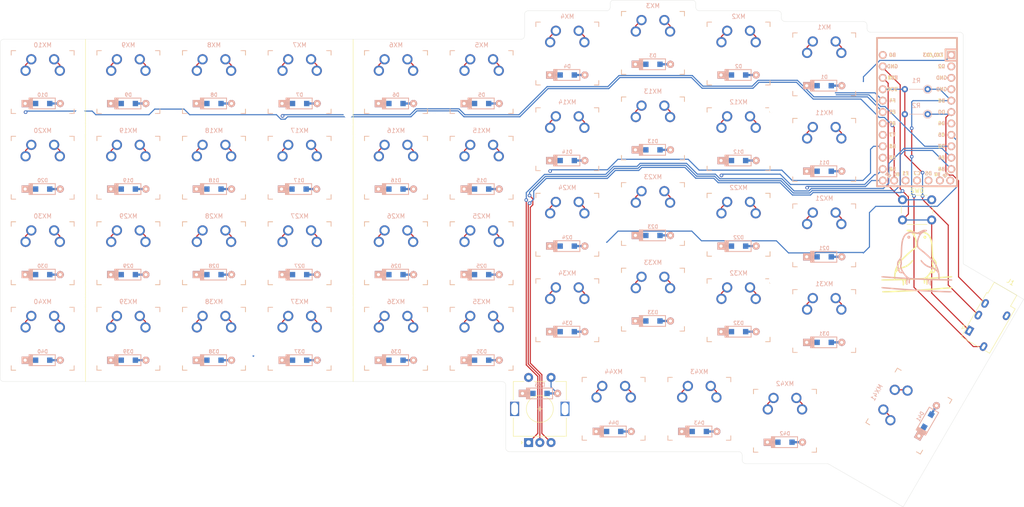
<source format=kicad_pcb>
(kicad_pcb (version 20171130) (host pcbnew "(5.1.9-0-10_14)")
  (layers (0 F.Cu signal) (31 B.Cu signal) (34 B.Paste user) (35 F.Paste user) (36 B.SilkS user) (37 F.SilkS user) (38 B.Mask user) (39 F.Mask user) (44 Edge.Cuts user))
  (net 0 "")
  (net 1 "Net-(D1-Pad2)")
  (net 2 ROW0)
  (net 3 "Net-(D2-Pad2)")
  (net 4 "Net-(D3-Pad2)")
  (net 5 "Net-(D4-Pad2)")
  (net 6 "Net-(D5-Pad2)")
  (net 7 "Net-(D6-Pad2)")
  (net 8 "Net-(D7-Pad2)")
  (net 9 "Net-(D8-Pad2)")
  (net 10 "Net-(D9-Pad2)")
  (net 11 "Net-(D10-Pad2)")
  (net 12 "Net-(D11-Pad2)")
  (net 13 ROW1)
  (net 14 "Net-(D12-Pad2)")
  (net 15 "Net-(D13-Pad2)")
  (net 16 "Net-(D14-Pad2)")
  (net 17 "Net-(D15-Pad2)")
  (net 18 "Net-(D16-Pad2)")
  (net 19 "Net-(D17-Pad2)")
  (net 20 "Net-(D18-Pad2)")
  (net 21 "Net-(D19-Pad2)")
  (net 22 "Net-(D20-Pad2)")
  (net 23 "Net-(D21-Pad2)")
  (net 24 ROW2)
  (net 25 "Net-(D22-Pad2)")
  (net 26 "Net-(D23-Pad2)")
  (net 27 "Net-(D24-Pad2)")
  (net 28 "Net-(D25-Pad2)")
  (net 29 "Net-(D26-Pad2)")
  (net 30 "Net-(D27-Pad2)")
  (net 31 "Net-(D28-Pad2)")
  (net 32 "Net-(D29-Pad2)")
  (net 33 "Net-(D30-Pad2)")
  (net 34 "Net-(D31-Pad2)")
  (net 35 ROW3)
  (net 36 "Net-(D32-Pad2)")
  (net 37 "Net-(D33-Pad2)")
  (net 38 "Net-(D34-Pad2)")
  (net 39 "Net-(D35-Pad2)")
  (net 40 "Net-(D36-Pad2)")
  (net 41 "Net-(D37-Pad2)")
  (net 42 "Net-(D38-Pad2)")
  (net 43 "Net-(D39-Pad2)")
  (net 44 "Net-(D40-Pad2)")
  (net 45 ROW4)
  (net 46 "Net-(D42-Pad2)")
  (net 47 "Net-(D43-Pad2)")
  (net 48 "Net-(D44-Pad2)")
  (net 49 COL0)
  (net 50 COL1)
  (net 51 COL2)
  (net 52 COL3)
  (net 53 COL4)
  (net 54 COL5)
  (net 55 COL6)
  (net 56 COL7)
  (net 57 COL8)
  (net 58 COL9)
  (net 59 VCC)
  (net 60 SDA)
  (net 61 SCL)
  (net 62 GND)
  (net 63 "Net-(SW0-Pad1)")
  (net 64 LEFT)
  (net 65 RIGHT)
  (net 66 "Net-(D41-Pad2)")
  (net 67 ENC1-IN)
  (net 68 "Net-(U1-Pad25)")
  (net 69 "Net-(U1-Pad26)")
  (net 70 "Net-(U1-Pad27)")
  (net 71 "Net-(U1-Pad28)")
  (net 72 "Net-(U1-Pad24)")
  (module MountingHole:MountingHole_2.1mm (layer F.Cu) (at 114.77 84.10575)
    (fp_text reference FID15 hide)
    (fp_text value "Break Hole" hide)
    (pad "" np_thru_hole circle (at 0 0) (size 2.1 2.1) (drill 2.1) (layers *.Cu *.Mask))
  )
  (module MountingHole:MountingHole_2.1mm (layer F.Cu) (at 55.207 43.46575)
    (fp_text reference FID14 hide)
    (fp_text value "Break Hole" hide)
    (pad "" np_thru_hole circle (at 0 0) (size 2.1 2.1) (drill 2.1) (layers *.Cu *.Mask))
  )
  (module MountingHole:MountingHole_2.1mm (layer F.Cu) (at 55.207 48.54575)
    (fp_text reference FID13 hide)
    (fp_text value "Break Hole" hide)
    (pad "" np_thru_hole circle (at 0 0) (size 2.1 2.1) (drill 2.1) (layers *.Cu *.Mask))
  )
  (module MountingHole:MountingHole_2.1mm (layer F.Cu) (at 55.207 46.00575)
    (fp_text reference FID12 hide)
    (fp_text value "Break Hole" hide)
    (pad "" np_thru_hole circle (at 0 0) (size 2.1 2.1) (drill 2.1) (layers *.Cu *.Mask))
  )
  (module MountingHole:MountingHole_2.1mm (layer F.Cu) (at 55.207 81.56575)
    (fp_text reference FID11 hide)
    (fp_text value "Break Hole" hide)
    (pad "" np_thru_hole circle (at 0 0) (size 2.1 2.1) (drill 2.1) (layers *.Cu *.Mask))
  )
  (module MountingHole:MountingHole_2.1mm (layer F.Cu) (at 55.207 86.64575)
    (fp_text reference FID10 hide)
    (fp_text value "Break Hole" hide)
    (pad "" np_thru_hole circle (at 0 0) (size 2.1 2.1) (drill 2.1) (layers *.Cu *.Mask))
  )
  (module MountingHole:MountingHole_2.1mm (layer F.Cu) (at 114.77 86.64575)
    (fp_text reference FID9 hide)
    (fp_text value "Break Hole" hide)
    (pad "" np_thru_hole circle (at 0 0) (size 2.1 2.1) (drill 2.1) (layers *.Cu *.Mask))
  )
  (module MountingHole:MountingHole_2.1mm (layer F.Cu) (at 55.207 84.10575)
    (fp_text reference FID8 hide)
    (fp_text value "Break Hole" hide)
    (pad "" np_thru_hole circle (at 0 0) (size 2.1 2.1) (drill 2.1) (layers *.Cu *.Mask))
  )
  (module MountingHole:MountingHole_2.1mm (layer F.Cu) (at 114.77 81.56575)
    (fp_text reference FID7 hide)
    (fp_text value "Break Hole" hide)
    (pad "" np_thru_hole circle (at 0 0) (size 2.1 2.1) (drill 2.1) (layers *.Cu *.Mask))
  )
  (module MountingHole:MountingHole_2.1mm (layer F.Cu) (at 114.77 48.54575)
    (fp_text reference FID6 hide)
    (fp_text value "Break Hole" hide)
    (pad "" np_thru_hole circle (at 0 0) (size 2.1 2.1) (drill 2.1) (layers *.Cu *.Mask))
  )
  (module MountingHole:MountingHole_2.1mm (layer F.Cu) (at 114.77 46.00575)
    (fp_text reference FID5 hide)
    (fp_text value "Break Hole" hide)
    (pad "" np_thru_hole circle (at 0 0) (size 2.1 2.1) (drill 2.1) (layers *.Cu *.Mask))
  )
  (module MountingHole:MountingHole_2.1mm (layer F.Cu) (at 114.77 43.46575)
    (fp_text reference FID4 hide)
    (fp_text value "Break Hole" hide)
    (pad "" np_thru_hole circle (at 0 0) (size 2.1 2.1) (drill 2.1) (layers *.Cu *.Mask))
  )
  (module footprints:SW_MX_reversible (layer F.Cu) (at 65.88125 93.6625)
    (fp_text reference MX39)
    (fp_text value MX-NoLED)
    (fp_text user %R (at 0 -8.255) (layer B.SilkS) (effects (justify mirror)))
    (pad "" np_thru_hole circle (at -5.08 0) (size 1.7018 1.7018) (drill 1.7018) (layers *.Cu *.Mask))
    (pad "" np_thru_hole circle (at 5.08 0) (size 1.7018 1.7018) (drill 1.7018) (layers *.Cu *.Mask))
    (pad 1 thru_hole circle (at -3.81 -2.54) (size 2.286 2.286) (drill 1.4986) (layers *.Cu *.Mask) (net 57 COL8))
    (pad "" np_thru_hole circle (at 0 0) (size 3.9878 3.9878) (drill 3.9878) (layers *.Cu *.Mask))
    (pad 2 thru_hole circle (at 2.54 -5.08) (size 2.286 2.286) (drill 1.4986) (layers *.Cu *.Mask) (net 43 "Net-(D39-Pad2)"))
    (pad 1 thru_hole circle (at -2.54 -5.08) (size 2.286 2.286) (drill 1.4986) (layers *.Cu *.Mask) (net 57 COL8))
    (pad 2 thru_hole circle (at 3.81 -2.54) (size 2.286 2.286) (drill 1.4986) (layers *.Cu *.Mask) (net 43 "Net-(D39-Pad2)"))
  )
  (module footprints:SW_MX_reversible (layer F.Cu) (at 125.4125 93.6625)
    (fp_text reference MX36)
    (fp_text value MX-NoLED)
    (fp_text user %R (at 0 -8.255) (layer B.SilkS) (effects (justify mirror)))
    (pad "" np_thru_hole circle (at -5.08 0) (size 1.7018 1.7018) (drill 1.7018) (layers *.Cu *.Mask))
    (pad "" np_thru_hole circle (at 5.08 0) (size 1.7018 1.7018) (drill 1.7018) (layers *.Cu *.Mask))
    (pad 1 thru_hole circle (at -3.81 -2.54) (size 2.286 2.286) (drill 1.4986) (layers *.Cu *.Mask) (net 54 COL5))
    (pad "" np_thru_hole circle (at 0 0) (size 3.9878 3.9878) (drill 3.9878) (layers *.Cu *.Mask))
    (pad 2 thru_hole circle (at 2.54 -5.08) (size 2.286 2.286) (drill 1.4986) (layers *.Cu *.Mask) (net 40 "Net-(D36-Pad2)"))
    (pad 1 thru_hole circle (at -2.54 -5.08) (size 2.286 2.286) (drill 1.4986) (layers *.Cu *.Mask) (net 54 COL5))
    (pad 2 thru_hole circle (at 3.81 -2.54) (size 2.286 2.286) (drill 1.4986) (layers *.Cu *.Mask) (net 40 "Net-(D36-Pad2)"))
  )
  (module footprints:wren_logo (layer F.Cu) (at 241.262 76.35875)
    (fp_text reference FID3 hide)
    (fp_text value "Rear Silkscreen" hide)
  )
  (module footprints:wren_logo (layer B.Cu) (at 241.262 76.35875 180)
    (fp_text reference FID2 hide)
    (fp_text value "Front Silkscreen" hide)
  )
  (module footprints:Stabilizer_MX_2u (layer F.Cu) (at 239.484 109.75975 240)
    (fp_text reference FID1 hide)
    (fp_text value "Stabalizer Drill Holes" hide)
    (pad "" np_thru_hole circle (at -11.9 -6.985 240) (size 3.048 3.048) (drill 3.048) (layers *.Cu *.Mask))
    (pad "" np_thru_hole circle (at 11.9 -6.985 240) (size 3.048 3.048) (drill 3.048) (layers *.Cu *.Mask))
    (pad "" np_thru_hole circle (at -11.9 8.255 240) (size 3.9878 3.9878) (drill 3.9878) (layers *.Cu *.Mask))
    (pad "" np_thru_hole circle (at 11.9 8.255 240) (size 3.9878 3.9878) (drill 3.9878) (layers *.Cu *.Mask))
  )
  (module footprints:SW_MX_reversible (layer F.Cu) (at 220.6625 70.64375)
    (fp_text reference MX21)
    (fp_text value MX-NoLED)
    (fp_text user %R (at 0 -8.255) (layer B.SilkS) (effects (justify mirror)))
    (pad "" np_thru_hole circle (at -5.08 0) (size 1.7018 1.7018) (drill 1.7018) (layers *.Cu *.Mask))
    (pad "" np_thru_hole circle (at 5.08 0) (size 1.7018 1.7018) (drill 1.7018) (layers *.Cu *.Mask))
    (pad 1 thru_hole circle (at -3.81 -2.54) (size 2.286 2.286) (drill 1.4986) (layers *.Cu *.Mask) (net 49 COL0))
    (pad "" np_thru_hole circle (at 0 0) (size 3.9878 3.9878) (drill 3.9878) (layers *.Cu *.Mask))
    (pad 2 thru_hole circle (at 2.54 -5.08) (size 2.286 2.286) (drill 1.4986) (layers *.Cu *.Mask) (net 23 "Net-(D21-Pad2)"))
    (pad 1 thru_hole circle (at -2.54 -5.08) (size 2.286 2.286) (drill 1.4986) (layers *.Cu *.Mask) (net 49 COL0))
    (pad 2 thru_hole circle (at 3.81 -2.54) (size 2.286 2.286) (drill 1.4986) (layers *.Cu *.Mask) (net 23 "Net-(D21-Pad2)"))
  )
  (module footprints:SW_MX_reversible (layer F.Cu) (at 239.484 109.75975 60)
    (fp_text reference MX41)
    (fp_text value MX-NoLED)
    (fp_text user %R (at 0 -8.255 60) (layer B.SilkS) (effects (justify mirror)))
    (pad "" np_thru_hole circle (at -5.08 0 60) (size 1.7018 1.7018) (drill 1.7018) (layers *.Cu *.Mask))
    (pad "" np_thru_hole circle (at 5.08 0 60) (size 1.7018 1.7018) (drill 1.7018) (layers *.Cu *.Mask))
    (pad 1 thru_hole circle (at -3.81 -2.54 60) (size 2.286 2.286) (drill 1.4986) (layers *.Cu *.Mask) (net 49 COL0))
    (pad "" np_thru_hole circle (at 0 0 60) (size 3.9878 3.9878) (drill 3.9878) (layers *.Cu *.Mask))
    (pad 2 thru_hole circle (at 2.54 -5.08 60) (size 2.286 2.286) (drill 1.4986) (layers *.Cu *.Mask) (net 66 "Net-(D41-Pad2)"))
    (pad 1 thru_hole circle (at -2.54 -5.08 60) (size 2.286 2.286) (drill 1.4986) (layers *.Cu *.Mask) (net 49 COL0))
    (pad 2 thru_hole circle (at 3.81 -2.54 60) (size 2.286 2.286) (drill 1.4986) (layers *.Cu *.Mask) (net 66 "Net-(D41-Pad2)"))
  )
  (module footprints:SW_MX_reversible (layer F.Cu) (at 46.83125 36.5125)
    (fp_text reference MX10)
    (fp_text value MX-NoLED)
    (fp_text user %R (at 0 -8.255) (layer B.SilkS) (effects (justify mirror)))
    (pad "" np_thru_hole circle (at -5.08 0) (size 1.7018 1.7018) (drill 1.7018) (layers *.Cu *.Mask))
    (pad "" np_thru_hole circle (at 5.08 0) (size 1.7018 1.7018) (drill 1.7018) (layers *.Cu *.Mask))
    (pad 1 thru_hole circle (at -3.81 -2.54) (size 2.286 2.286) (drill 1.4986) (layers *.Cu *.Mask) (net 58 COL9))
    (pad "" np_thru_hole circle (at 0 0) (size 3.9878 3.9878) (drill 3.9878) (layers *.Cu *.Mask))
    (pad 2 thru_hole circle (at 2.54 -5.08) (size 2.286 2.286) (drill 1.4986) (layers *.Cu *.Mask) (net 11 "Net-(D10-Pad2)"))
    (pad 1 thru_hole circle (at -2.54 -5.08) (size 2.286 2.286) (drill 1.4986) (layers *.Cu *.Mask) (net 58 COL9))
    (pad 2 thru_hole circle (at 3.81 -2.54) (size 2.286 2.286) (drill 1.4986) (layers *.Cu *.Mask) (net 11 "Net-(D10-Pad2)"))
  )
  (module footprints:SW_MX_reversible (layer F.Cu) (at 144.4625 55.5625)
    (fp_text reference MX15)
    (fp_text value MX-NoLED)
    (fp_text user %R (at 0 -8.255) (layer B.SilkS) (effects (justify mirror)))
    (pad "" np_thru_hole circle (at -5.08 0) (size 1.7018 1.7018) (drill 1.7018) (layers *.Cu *.Mask))
    (pad "" np_thru_hole circle (at 5.08 0) (size 1.7018 1.7018) (drill 1.7018) (layers *.Cu *.Mask))
    (pad 1 thru_hole circle (at -3.81 -2.54) (size 2.286 2.286) (drill 1.4986) (layers *.Cu *.Mask) (net 53 COL4))
    (pad "" np_thru_hole circle (at 0 0) (size 3.9878 3.9878) (drill 3.9878) (layers *.Cu *.Mask))
    (pad 2 thru_hole circle (at 2.54 -5.08) (size 2.286 2.286) (drill 1.4986) (layers *.Cu *.Mask) (net 17 "Net-(D15-Pad2)"))
    (pad 1 thru_hole circle (at -2.54 -5.08) (size 2.286 2.286) (drill 1.4986) (layers *.Cu *.Mask) (net 53 COL4))
    (pad 2 thru_hole circle (at 3.81 -2.54) (size 2.286 2.286) (drill 1.4986) (layers *.Cu *.Mask) (net 17 "Net-(D15-Pad2)"))
  )
  (module footprints:SW_MX_reversible (layer F.Cu) (at 173.825 109.25175)
    (fp_text reference MX44)
    (fp_text value MX-NoLED)
    (fp_text user %R (at 0 -8.255) (layer B.SilkS) (effects (justify mirror)))
    (pad "" np_thru_hole circle (at -5.08 0) (size 1.7018 1.7018) (drill 1.7018) (layers *.Cu *.Mask))
    (pad "" np_thru_hole circle (at 5.08 0) (size 1.7018 1.7018) (drill 1.7018) (layers *.Cu *.Mask))
    (pad 1 thru_hole circle (at -3.81 -2.54) (size 2.286 2.286) (drill 1.4986) (layers *.Cu *.Mask) (net 52 COL3))
    (pad "" np_thru_hole circle (at 0 0) (size 3.9878 3.9878) (drill 3.9878) (layers *.Cu *.Mask))
    (pad 2 thru_hole circle (at 2.54 -5.08) (size 2.286 2.286) (drill 1.4986) (layers *.Cu *.Mask) (net 48 "Net-(D44-Pad2)"))
    (pad 1 thru_hole circle (at -2.54 -5.08) (size 2.286 2.286) (drill 1.4986) (layers *.Cu *.Mask) (net 52 COL3))
    (pad 2 thru_hole circle (at 3.81 -2.54) (size 2.286 2.286) (drill 1.4986) (layers *.Cu *.Mask) (net 48 "Net-(D44-Pad2)"))
  )
  (module footprints:SW_MX_reversible (layer F.Cu) (at 192.875 109.25175)
    (fp_text reference MX43)
    (fp_text value MX-NoLED)
    (fp_text user %R (at 0 -8.255) (layer B.SilkS) (effects (justify mirror)))
    (pad "" np_thru_hole circle (at -5.08 0) (size 1.7018 1.7018) (drill 1.7018) (layers *.Cu *.Mask))
    (pad "" np_thru_hole circle (at 5.08 0) (size 1.7018 1.7018) (drill 1.7018) (layers *.Cu *.Mask))
    (pad 1 thru_hole circle (at -3.81 -2.54) (size 2.286 2.286) (drill 1.4986) (layers *.Cu *.Mask) (net 51 COL2))
    (pad "" np_thru_hole circle (at 0 0) (size 3.9878 3.9878) (drill 3.9878) (layers *.Cu *.Mask))
    (pad 2 thru_hole circle (at 2.54 -5.08) (size 2.286 2.286) (drill 1.4986) (layers *.Cu *.Mask) (net 47 "Net-(D43-Pad2)"))
    (pad 1 thru_hole circle (at -2.54 -5.08) (size 2.286 2.286) (drill 1.4986) (layers *.Cu *.Mask) (net 51 COL2))
    (pad 2 thru_hole circle (at 3.81 -2.54) (size 2.286 2.286) (drill 1.4986) (layers *.Cu *.Mask) (net 47 "Net-(D43-Pad2)"))
  )
  (module footprints:SW_MX_reversible (layer F.Cu) (at 211.925 111.91875)
    (fp_text reference MX42)
    (fp_text value MX-NoLED)
    (fp_text user %R (at 0 -8.255) (layer B.SilkS) (effects (justify mirror)))
    (pad "" np_thru_hole circle (at -5.08 0) (size 1.7018 1.7018) (drill 1.7018) (layers *.Cu *.Mask))
    (pad "" np_thru_hole circle (at 5.08 0) (size 1.7018 1.7018) (drill 1.7018) (layers *.Cu *.Mask))
    (pad 1 thru_hole circle (at -3.81 -2.54) (size 2.286 2.286) (drill 1.4986) (layers *.Cu *.Mask) (net 50 COL1))
    (pad "" np_thru_hole circle (at 0 0) (size 3.9878 3.9878) (drill 3.9878) (layers *.Cu *.Mask))
    (pad 2 thru_hole circle (at 2.54 -5.08) (size 2.286 2.286) (drill 1.4986) (layers *.Cu *.Mask) (net 46 "Net-(D42-Pad2)"))
    (pad 1 thru_hole circle (at -2.54 -5.08) (size 2.286 2.286) (drill 1.4986) (layers *.Cu *.Mask) (net 50 COL1))
    (pad 2 thru_hole circle (at 3.81 -2.54) (size 2.286 2.286) (drill 1.4986) (layers *.Cu *.Mask) (net 46 "Net-(D42-Pad2)"))
  )
  (module footprints:SW_MX_reversible (layer F.Cu) (at 46.83125 93.6625)
    (fp_text reference MX40)
    (fp_text value MX-NoLED)
    (fp_text user %R (at 0 -8.255) (layer B.SilkS) (effects (justify mirror)))
    (pad "" np_thru_hole circle (at -5.08 0) (size 1.7018 1.7018) (drill 1.7018) (layers *.Cu *.Mask))
    (pad "" np_thru_hole circle (at 5.08 0) (size 1.7018 1.7018) (drill 1.7018) (layers *.Cu *.Mask))
    (pad 1 thru_hole circle (at -3.81 -2.54) (size 2.286 2.286) (drill 1.4986) (layers *.Cu *.Mask) (net 58 COL9))
    (pad "" np_thru_hole circle (at 0 0) (size 3.9878 3.9878) (drill 3.9878) (layers *.Cu *.Mask))
    (pad 2 thru_hole circle (at 2.54 -5.08) (size 2.286 2.286) (drill 1.4986) (layers *.Cu *.Mask) (net 44 "Net-(D40-Pad2)"))
    (pad 1 thru_hole circle (at -2.54 -5.08) (size 2.286 2.286) (drill 1.4986) (layers *.Cu *.Mask) (net 58 COL9))
    (pad 2 thru_hole circle (at 3.81 -2.54) (size 2.286 2.286) (drill 1.4986) (layers *.Cu *.Mask) (net 44 "Net-(D40-Pad2)"))
  )
  (module footprints:SW_MX_reversible (layer F.Cu) (at 84.93125 93.6625)
    (fp_text reference MX38)
    (fp_text value MX-NoLED)
    (fp_text user %R (at 0 -8.255) (layer B.SilkS) (effects (justify mirror)))
    (pad "" np_thru_hole circle (at -5.08 0) (size 1.7018 1.7018) (drill 1.7018) (layers *.Cu *.Mask))
    (pad "" np_thru_hole circle (at 5.08 0) (size 1.7018 1.7018) (drill 1.7018) (layers *.Cu *.Mask))
    (pad 1 thru_hole circle (at -3.81 -2.54) (size 2.286 2.286) (drill 1.4986) (layers *.Cu *.Mask) (net 56 COL7))
    (pad "" np_thru_hole circle (at 0 0) (size 3.9878 3.9878) (drill 3.9878) (layers *.Cu *.Mask))
    (pad 2 thru_hole circle (at 2.54 -5.08) (size 2.286 2.286) (drill 1.4986) (layers *.Cu *.Mask) (net 42 "Net-(D38-Pad2)"))
    (pad 1 thru_hole circle (at -2.54 -5.08) (size 2.286 2.286) (drill 1.4986) (layers *.Cu *.Mask) (net 56 COL7))
    (pad 2 thru_hole circle (at 3.81 -2.54) (size 2.286 2.286) (drill 1.4986) (layers *.Cu *.Mask) (net 42 "Net-(D38-Pad2)"))
  )
  (module footprints:SW_MX_reversible (layer F.Cu) (at 103.98125 93.6625)
    (fp_text reference MX37)
    (fp_text value MX-NoLED)
    (fp_text user %R (at 0 -8.255) (layer B.SilkS) (effects (justify mirror)))
    (pad "" np_thru_hole circle (at -5.08 0) (size 1.7018 1.7018) (drill 1.7018) (layers *.Cu *.Mask))
    (pad "" np_thru_hole circle (at 5.08 0) (size 1.7018 1.7018) (drill 1.7018) (layers *.Cu *.Mask))
    (pad 1 thru_hole circle (at -3.81 -2.54) (size 2.286 2.286) (drill 1.4986) (layers *.Cu *.Mask) (net 55 COL6))
    (pad "" np_thru_hole circle (at 0 0) (size 3.9878 3.9878) (drill 3.9878) (layers *.Cu *.Mask))
    (pad 2 thru_hole circle (at 2.54 -5.08) (size 2.286 2.286) (drill 1.4986) (layers *.Cu *.Mask) (net 41 "Net-(D37-Pad2)"))
    (pad 1 thru_hole circle (at -2.54 -5.08) (size 2.286 2.286) (drill 1.4986) (layers *.Cu *.Mask) (net 55 COL6))
    (pad 2 thru_hole circle (at 3.81 -2.54) (size 2.286 2.286) (drill 1.4986) (layers *.Cu *.Mask) (net 41 "Net-(D37-Pad2)"))
  )
  (module footprints:SW_MX_reversible (layer F.Cu) (at 144.4625 93.6625)
    (fp_text reference MX35)
    (fp_text value MX-NoLED)
    (fp_text user %R (at 0 -8.255) (layer B.SilkS) (effects (justify mirror)))
    (pad "" np_thru_hole circle (at -5.08 0) (size 1.7018 1.7018) (drill 1.7018) (layers *.Cu *.Mask))
    (pad "" np_thru_hole circle (at 5.08 0) (size 1.7018 1.7018) (drill 1.7018) (layers *.Cu *.Mask))
    (pad 1 thru_hole circle (at -3.81 -2.54) (size 2.286 2.286) (drill 1.4986) (layers *.Cu *.Mask) (net 53 COL4))
    (pad "" np_thru_hole circle (at 0 0) (size 3.9878 3.9878) (drill 3.9878) (layers *.Cu *.Mask))
    (pad 2 thru_hole circle (at 2.54 -5.08) (size 2.286 2.286) (drill 1.4986) (layers *.Cu *.Mask) (net 39 "Net-(D35-Pad2)"))
    (pad 1 thru_hole circle (at -2.54 -5.08) (size 2.286 2.286) (drill 1.4986) (layers *.Cu *.Mask) (net 53 COL4))
    (pad 2 thru_hole circle (at 3.81 -2.54) (size 2.286 2.286) (drill 1.4986) (layers *.Cu *.Mask) (net 39 "Net-(D35-Pad2)"))
  )
  (module footprints:SW_MX_reversible (layer F.Cu) (at 163.5125 87.3125)
    (fp_text reference MX34)
    (fp_text value MX-NoLED)
    (fp_text user %R (at 0 -8.255) (layer B.SilkS) (effects (justify mirror)))
    (pad "" np_thru_hole circle (at -5.08 0) (size 1.7018 1.7018) (drill 1.7018) (layers *.Cu *.Mask))
    (pad "" np_thru_hole circle (at 5.08 0) (size 1.7018 1.7018) (drill 1.7018) (layers *.Cu *.Mask))
    (pad 1 thru_hole circle (at -3.81 -2.54) (size 2.286 2.286) (drill 1.4986) (layers *.Cu *.Mask) (net 52 COL3))
    (pad "" np_thru_hole circle (at 0 0) (size 3.9878 3.9878) (drill 3.9878) (layers *.Cu *.Mask))
    (pad 2 thru_hole circle (at 2.54 -5.08) (size 2.286 2.286) (drill 1.4986) (layers *.Cu *.Mask) (net 38 "Net-(D34-Pad2)"))
    (pad 1 thru_hole circle (at -2.54 -5.08) (size 2.286 2.286) (drill 1.4986) (layers *.Cu *.Mask) (net 52 COL3))
    (pad 2 thru_hole circle (at 3.81 -2.54) (size 2.286 2.286) (drill 1.4986) (layers *.Cu *.Mask) (net 38 "Net-(D34-Pad2)"))
  )
  (module footprints:SW_MX_reversible (layer F.Cu) (at 182.5625 84.93125)
    (fp_text reference MX33)
    (fp_text value MX-NoLED)
    (fp_text user %R (at 0 -8.255) (layer B.SilkS) (effects (justify mirror)))
    (pad "" np_thru_hole circle (at -5.08 0) (size 1.7018 1.7018) (drill 1.7018) (layers *.Cu *.Mask))
    (pad "" np_thru_hole circle (at 5.08 0) (size 1.7018 1.7018) (drill 1.7018) (layers *.Cu *.Mask))
    (pad 1 thru_hole circle (at -3.81 -2.54) (size 2.286 2.286) (drill 1.4986) (layers *.Cu *.Mask) (net 51 COL2))
    (pad "" np_thru_hole circle (at 0 0) (size 3.9878 3.9878) (drill 3.9878) (layers *.Cu *.Mask))
    (pad 2 thru_hole circle (at 2.54 -5.08) (size 2.286 2.286) (drill 1.4986) (layers *.Cu *.Mask) (net 37 "Net-(D33-Pad2)"))
    (pad 1 thru_hole circle (at -2.54 -5.08) (size 2.286 2.286) (drill 1.4986) (layers *.Cu *.Mask) (net 51 COL2))
    (pad 2 thru_hole circle (at 3.81 -2.54) (size 2.286 2.286) (drill 1.4986) (layers *.Cu *.Mask) (net 37 "Net-(D33-Pad2)"))
  )
  (module footprints:SW_MX_reversible (layer F.Cu) (at 201.6125 87.3125)
    (fp_text reference MX32)
    (fp_text value MX-NoLED)
    (fp_text user %R (at 0 -8.255) (layer B.SilkS) (effects (justify mirror)))
    (pad "" np_thru_hole circle (at -5.08 0) (size 1.7018 1.7018) (drill 1.7018) (layers *.Cu *.Mask))
    (pad "" np_thru_hole circle (at 5.08 0) (size 1.7018 1.7018) (drill 1.7018) (layers *.Cu *.Mask))
    (pad 1 thru_hole circle (at -3.81 -2.54) (size 2.286 2.286) (drill 1.4986) (layers *.Cu *.Mask) (net 50 COL1))
    (pad "" np_thru_hole circle (at 0 0) (size 3.9878 3.9878) (drill 3.9878) (layers *.Cu *.Mask))
    (pad 2 thru_hole circle (at 2.54 -5.08) (size 2.286 2.286) (drill 1.4986) (layers *.Cu *.Mask) (net 36 "Net-(D32-Pad2)"))
    (pad 1 thru_hole circle (at -2.54 -5.08) (size 2.286 2.286) (drill 1.4986) (layers *.Cu *.Mask) (net 50 COL1))
    (pad 2 thru_hole circle (at 3.81 -2.54) (size 2.286 2.286) (drill 1.4986) (layers *.Cu *.Mask) (net 36 "Net-(D32-Pad2)"))
  )
  (module footprints:SW_MX_reversible (layer F.Cu) (at 220.6625 89.69375)
    (fp_text reference MX31)
    (fp_text value MX-NoLED)
    (fp_text user %R (at 0 -8.255) (layer B.SilkS) (effects (justify mirror)))
    (pad "" np_thru_hole circle (at -5.08 0) (size 1.7018 1.7018) (drill 1.7018) (layers *.Cu *.Mask))
    (pad "" np_thru_hole circle (at 5.08 0) (size 1.7018 1.7018) (drill 1.7018) (layers *.Cu *.Mask))
    (pad 1 thru_hole circle (at -3.81 -2.54) (size 2.286 2.286) (drill 1.4986) (layers *.Cu *.Mask) (net 49 COL0))
    (pad "" np_thru_hole circle (at 0 0) (size 3.9878 3.9878) (drill 3.9878) (layers *.Cu *.Mask))
    (pad 2 thru_hole circle (at 2.54 -5.08) (size 2.286 2.286) (drill 1.4986) (layers *.Cu *.Mask) (net 34 "Net-(D31-Pad2)"))
    (pad 1 thru_hole circle (at -2.54 -5.08) (size 2.286 2.286) (drill 1.4986) (layers *.Cu *.Mask) (net 49 COL0))
    (pad 2 thru_hole circle (at 3.81 -2.54) (size 2.286 2.286) (drill 1.4986) (layers *.Cu *.Mask) (net 34 "Net-(D31-Pad2)"))
  )
  (module footprints:SW_MX_reversible (layer F.Cu) (at 46.83125 74.6125)
    (fp_text reference MX30)
    (fp_text value MX-NoLED)
    (fp_text user %R (at 0 -8.255) (layer B.SilkS) (effects (justify mirror)))
    (pad "" np_thru_hole circle (at -5.08 0) (size 1.7018 1.7018) (drill 1.7018) (layers *.Cu *.Mask))
    (pad "" np_thru_hole circle (at 5.08 0) (size 1.7018 1.7018) (drill 1.7018) (layers *.Cu *.Mask))
    (pad 1 thru_hole circle (at -3.81 -2.54) (size 2.286 2.286) (drill 1.4986) (layers *.Cu *.Mask) (net 58 COL9))
    (pad "" np_thru_hole circle (at 0 0) (size 3.9878 3.9878) (drill 3.9878) (layers *.Cu *.Mask))
    (pad 2 thru_hole circle (at 2.54 -5.08) (size 2.286 2.286) (drill 1.4986) (layers *.Cu *.Mask) (net 33 "Net-(D30-Pad2)"))
    (pad 1 thru_hole circle (at -2.54 -5.08) (size 2.286 2.286) (drill 1.4986) (layers *.Cu *.Mask) (net 58 COL9))
    (pad 2 thru_hole circle (at 3.81 -2.54) (size 2.286 2.286) (drill 1.4986) (layers *.Cu *.Mask) (net 33 "Net-(D30-Pad2)"))
  )
  (module footprints:SW_MX_reversible (layer F.Cu) (at 65.88125 74.6125)
    (fp_text reference MX29)
    (fp_text value MX-NoLED)
    (fp_text user %R (at 0 -8.255) (layer B.SilkS) (effects (justify mirror)))
    (pad "" np_thru_hole circle (at -5.08 0) (size 1.7018 1.7018) (drill 1.7018) (layers *.Cu *.Mask))
    (pad "" np_thru_hole circle (at 5.08 0) (size 1.7018 1.7018) (drill 1.7018) (layers *.Cu *.Mask))
    (pad 1 thru_hole circle (at -3.81 -2.54) (size 2.286 2.286) (drill 1.4986) (layers *.Cu *.Mask) (net 57 COL8))
    (pad "" np_thru_hole circle (at 0 0) (size 3.9878 3.9878) (drill 3.9878) (layers *.Cu *.Mask))
    (pad 2 thru_hole circle (at 2.54 -5.08) (size 2.286 2.286) (drill 1.4986) (layers *.Cu *.Mask) (net 32 "Net-(D29-Pad2)"))
    (pad 1 thru_hole circle (at -2.54 -5.08) (size 2.286 2.286) (drill 1.4986) (layers *.Cu *.Mask) (net 57 COL8))
    (pad 2 thru_hole circle (at 3.81 -2.54) (size 2.286 2.286) (drill 1.4986) (layers *.Cu *.Mask) (net 32 "Net-(D29-Pad2)"))
  )
  (module footprints:SW_MX_reversible (layer F.Cu) (at 84.93125 74.6125)
    (fp_text reference MX28)
    (fp_text value MX-NoLED)
    (fp_text user %R (at 0 -8.255) (layer B.SilkS) (effects (justify mirror)))
    (pad "" np_thru_hole circle (at -5.08 0) (size 1.7018 1.7018) (drill 1.7018) (layers *.Cu *.Mask))
    (pad "" np_thru_hole circle (at 5.08 0) (size 1.7018 1.7018) (drill 1.7018) (layers *.Cu *.Mask))
    (pad 1 thru_hole circle (at -3.81 -2.54) (size 2.286 2.286) (drill 1.4986) (layers *.Cu *.Mask) (net 56 COL7))
    (pad "" np_thru_hole circle (at 0 0) (size 3.9878 3.9878) (drill 3.9878) (layers *.Cu *.Mask))
    (pad 2 thru_hole circle (at 2.54 -5.08) (size 2.286 2.286) (drill 1.4986) (layers *.Cu *.Mask) (net 31 "Net-(D28-Pad2)"))
    (pad 1 thru_hole circle (at -2.54 -5.08) (size 2.286 2.286) (drill 1.4986) (layers *.Cu *.Mask) (net 56 COL7))
    (pad 2 thru_hole circle (at 3.81 -2.54) (size 2.286 2.286) (drill 1.4986) (layers *.Cu *.Mask) (net 31 "Net-(D28-Pad2)"))
  )
  (module footprints:SW_MX_reversible (layer F.Cu) (at 103.98125 74.6125)
    (fp_text reference MX27)
    (fp_text value MX-NoLED)
    (fp_text user %R (at 0 -8.255) (layer B.SilkS) (effects (justify mirror)))
    (pad "" np_thru_hole circle (at -5.08 0) (size 1.7018 1.7018) (drill 1.7018) (layers *.Cu *.Mask))
    (pad "" np_thru_hole circle (at 5.08 0) (size 1.7018 1.7018) (drill 1.7018) (layers *.Cu *.Mask))
    (pad 1 thru_hole circle (at -3.81 -2.54) (size 2.286 2.286) (drill 1.4986) (layers *.Cu *.Mask) (net 55 COL6))
    (pad "" np_thru_hole circle (at 0 0) (size 3.9878 3.9878) (drill 3.9878) (layers *.Cu *.Mask))
    (pad 2 thru_hole circle (at 2.54 -5.08) (size 2.286 2.286) (drill 1.4986) (layers *.Cu *.Mask) (net 30 "Net-(D27-Pad2)"))
    (pad 1 thru_hole circle (at -2.54 -5.08) (size 2.286 2.286) (drill 1.4986) (layers *.Cu *.Mask) (net 55 COL6))
    (pad 2 thru_hole circle (at 3.81 -2.54) (size 2.286 2.286) (drill 1.4986) (layers *.Cu *.Mask) (net 30 "Net-(D27-Pad2)"))
  )
  (module footprints:SW_MX_reversible (layer F.Cu) (at 125.4125 74.6125)
    (fp_text reference MX26)
    (fp_text value MX-NoLED)
    (fp_text user %R (at 0 -8.255) (layer B.SilkS) (effects (justify mirror)))
    (pad "" np_thru_hole circle (at -5.08 0) (size 1.7018 1.7018) (drill 1.7018) (layers *.Cu *.Mask))
    (pad "" np_thru_hole circle (at 5.08 0) (size 1.7018 1.7018) (drill 1.7018) (layers *.Cu *.Mask))
    (pad 1 thru_hole circle (at -3.81 -2.54) (size 2.286 2.286) (drill 1.4986) (layers *.Cu *.Mask) (net 54 COL5))
    (pad "" np_thru_hole circle (at 0 0) (size 3.9878 3.9878) (drill 3.9878) (layers *.Cu *.Mask))
    (pad 2 thru_hole circle (at 2.54 -5.08) (size 2.286 2.286) (drill 1.4986) (layers *.Cu *.Mask) (net 29 "Net-(D26-Pad2)"))
    (pad 1 thru_hole circle (at -2.54 -5.08) (size 2.286 2.286) (drill 1.4986) (layers *.Cu *.Mask) (net 54 COL5))
    (pad 2 thru_hole circle (at 3.81 -2.54) (size 2.286 2.286) (drill 1.4986) (layers *.Cu *.Mask) (net 29 "Net-(D26-Pad2)"))
  )
  (module footprints:SW_MX_reversible (layer F.Cu) (at 144.4625 74.6125)
    (fp_text reference MX25)
    (fp_text value MX-NoLED)
    (fp_text user %R (at 0 -8.255) (layer B.SilkS) (effects (justify mirror)))
    (pad "" np_thru_hole circle (at -5.08 0) (size 1.7018 1.7018) (drill 1.7018) (layers *.Cu *.Mask))
    (pad "" np_thru_hole circle (at 5.08 0) (size 1.7018 1.7018) (drill 1.7018) (layers *.Cu *.Mask))
    (pad 1 thru_hole circle (at -3.81 -2.54) (size 2.286 2.286) (drill 1.4986) (layers *.Cu *.Mask) (net 53 COL4))
    (pad "" np_thru_hole circle (at 0 0) (size 3.9878 3.9878) (drill 3.9878) (layers *.Cu *.Mask))
    (pad 2 thru_hole circle (at 2.54 -5.08) (size 2.286 2.286) (drill 1.4986) (layers *.Cu *.Mask) (net 28 "Net-(D25-Pad2)"))
    (pad 1 thru_hole circle (at -2.54 -5.08) (size 2.286 2.286) (drill 1.4986) (layers *.Cu *.Mask) (net 53 COL4))
    (pad 2 thru_hole circle (at 3.81 -2.54) (size 2.286 2.286) (drill 1.4986) (layers *.Cu *.Mask) (net 28 "Net-(D25-Pad2)"))
  )
  (module footprints:SW_MX_reversible (layer F.Cu) (at 163.5125 68.2625)
    (fp_text reference MX24)
    (fp_text value MX-NoLED)
    (fp_text user %R (at 0 -8.255) (layer B.SilkS) (effects (justify mirror)))
    (pad "" np_thru_hole circle (at -5.08 0) (size 1.7018 1.7018) (drill 1.7018) (layers *.Cu *.Mask))
    (pad "" np_thru_hole circle (at 5.08 0) (size 1.7018 1.7018) (drill 1.7018) (layers *.Cu *.Mask))
    (pad 1 thru_hole circle (at -3.81 -2.54) (size 2.286 2.286) (drill 1.4986) (layers *.Cu *.Mask) (net 52 COL3))
    (pad "" np_thru_hole circle (at 0 0) (size 3.9878 3.9878) (drill 3.9878) (layers *.Cu *.Mask))
    (pad 2 thru_hole circle (at 2.54 -5.08) (size 2.286 2.286) (drill 1.4986) (layers *.Cu *.Mask) (net 27 "Net-(D24-Pad2)"))
    (pad 1 thru_hole circle (at -2.54 -5.08) (size 2.286 2.286) (drill 1.4986) (layers *.Cu *.Mask) (net 52 COL3))
    (pad 2 thru_hole circle (at 3.81 -2.54) (size 2.286 2.286) (drill 1.4986) (layers *.Cu *.Mask) (net 27 "Net-(D24-Pad2)"))
  )
  (module footprints:SW_MX_reversible (layer F.Cu) (at 182.5625 65.88125)
    (fp_text reference MX23)
    (fp_text value MX-NoLED)
    (fp_text user %R (at 0 -8.255) (layer B.SilkS) (effects (justify mirror)))
    (pad "" np_thru_hole circle (at -5.08 0) (size 1.7018 1.7018) (drill 1.7018) (layers *.Cu *.Mask))
    (pad "" np_thru_hole circle (at 5.08 0) (size 1.7018 1.7018) (drill 1.7018) (layers *.Cu *.Mask))
    (pad 1 thru_hole circle (at -3.81 -2.54) (size 2.286 2.286) (drill 1.4986) (layers *.Cu *.Mask) (net 51 COL2))
    (pad "" np_thru_hole circle (at 0 0) (size 3.9878 3.9878) (drill 3.9878) (layers *.Cu *.Mask))
    (pad 2 thru_hole circle (at 2.54 -5.08) (size 2.286 2.286) (drill 1.4986) (layers *.Cu *.Mask) (net 26 "Net-(D23-Pad2)"))
    (pad 1 thru_hole circle (at -2.54 -5.08) (size 2.286 2.286) (drill 1.4986) (layers *.Cu *.Mask) (net 51 COL2))
    (pad 2 thru_hole circle (at 3.81 -2.54) (size 2.286 2.286) (drill 1.4986) (layers *.Cu *.Mask) (net 26 "Net-(D23-Pad2)"))
  )
  (module footprints:SW_MX_reversible (layer F.Cu) (at 201.6125 68.2625)
    (fp_text reference MX22)
    (fp_text value MX-NoLED)
    (fp_text user %R (at 0 -8.255) (layer B.SilkS) (effects (justify mirror)))
    (pad "" np_thru_hole circle (at -5.08 0) (size 1.7018 1.7018) (drill 1.7018) (layers *.Cu *.Mask))
    (pad "" np_thru_hole circle (at 5.08 0) (size 1.7018 1.7018) (drill 1.7018) (layers *.Cu *.Mask))
    (pad 1 thru_hole circle (at -3.81 -2.54) (size 2.286 2.286) (drill 1.4986) (layers *.Cu *.Mask) (net 50 COL1))
    (pad "" np_thru_hole circle (at 0 0) (size 3.9878 3.9878) (drill 3.9878) (layers *.Cu *.Mask))
    (pad 2 thru_hole circle (at 2.54 -5.08) (size 2.286 2.286) (drill 1.4986) (layers *.Cu *.Mask) (net 25 "Net-(D22-Pad2)"))
    (pad 1 thru_hole circle (at -2.54 -5.08) (size 2.286 2.286) (drill 1.4986) (layers *.Cu *.Mask) (net 50 COL1))
    (pad 2 thru_hole circle (at 3.81 -2.54) (size 2.286 2.286) (drill 1.4986) (layers *.Cu *.Mask) (net 25 "Net-(D22-Pad2)"))
  )
  (module footprints:SW_MX_reversible (layer F.Cu) (at 46.83125 55.5625)
    (fp_text reference MX20)
    (fp_text value MX-NoLED)
    (fp_text user %R (at 0 -8.255) (layer B.SilkS) (effects (justify mirror)))
    (pad "" np_thru_hole circle (at -5.08 0) (size 1.7018 1.7018) (drill 1.7018) (layers *.Cu *.Mask))
    (pad "" np_thru_hole circle (at 5.08 0) (size 1.7018 1.7018) (drill 1.7018) (layers *.Cu *.Mask))
    (pad 1 thru_hole circle (at -3.81 -2.54) (size 2.286 2.286) (drill 1.4986) (layers *.Cu *.Mask) (net 58 COL9))
    (pad "" np_thru_hole circle (at 0 0) (size 3.9878 3.9878) (drill 3.9878) (layers *.Cu *.Mask))
    (pad 2 thru_hole circle (at 2.54 -5.08) (size 2.286 2.286) (drill 1.4986) (layers *.Cu *.Mask) (net 22 "Net-(D20-Pad2)"))
    (pad 1 thru_hole circle (at -2.54 -5.08) (size 2.286 2.286) (drill 1.4986) (layers *.Cu *.Mask) (net 58 COL9))
    (pad 2 thru_hole circle (at 3.81 -2.54) (size 2.286 2.286) (drill 1.4986) (layers *.Cu *.Mask) (net 22 "Net-(D20-Pad2)"))
  )
  (module footprints:SW_MX_reversible (layer F.Cu) (at 65.88125 55.5625)
    (fp_text reference MX19)
    (fp_text value MX-NoLED)
    (fp_text user %R (at 0 -8.255) (layer B.SilkS) (effects (justify mirror)))
    (pad "" np_thru_hole circle (at -5.08 0) (size 1.7018 1.7018) (drill 1.7018) (layers *.Cu *.Mask))
    (pad "" np_thru_hole circle (at 5.08 0) (size 1.7018 1.7018) (drill 1.7018) (layers *.Cu *.Mask))
    (pad 1 thru_hole circle (at -3.81 -2.54) (size 2.286 2.286) (drill 1.4986) (layers *.Cu *.Mask) (net 57 COL8))
    (pad "" np_thru_hole circle (at 0 0) (size 3.9878 3.9878) (drill 3.9878) (layers *.Cu *.Mask))
    (pad 2 thru_hole circle (at 2.54 -5.08) (size 2.286 2.286) (drill 1.4986) (layers *.Cu *.Mask) (net 21 "Net-(D19-Pad2)"))
    (pad 1 thru_hole circle (at -2.54 -5.08) (size 2.286 2.286) (drill 1.4986) (layers *.Cu *.Mask) (net 57 COL8))
    (pad 2 thru_hole circle (at 3.81 -2.54) (size 2.286 2.286) (drill 1.4986) (layers *.Cu *.Mask) (net 21 "Net-(D19-Pad2)"))
  )
  (module footprints:SW_MX_reversible (layer F.Cu) (at 84.93125 55.5625)
    (fp_text reference MX18)
    (fp_text value MX-NoLED)
    (fp_text user %R (at 0 -8.255) (layer B.SilkS) (effects (justify mirror)))
    (pad "" np_thru_hole circle (at -5.08 0) (size 1.7018 1.7018) (drill 1.7018) (layers *.Cu *.Mask))
    (pad "" np_thru_hole circle (at 5.08 0) (size 1.7018 1.7018) (drill 1.7018) (layers *.Cu *.Mask))
    (pad 1 thru_hole circle (at -3.81 -2.54) (size 2.286 2.286) (drill 1.4986) (layers *.Cu *.Mask) (net 56 COL7))
    (pad "" np_thru_hole circle (at 0 0) (size 3.9878 3.9878) (drill 3.9878) (layers *.Cu *.Mask))
    (pad 2 thru_hole circle (at 2.54 -5.08) (size 2.286 2.286) (drill 1.4986) (layers *.Cu *.Mask) (net 20 "Net-(D18-Pad2)"))
    (pad 1 thru_hole circle (at -2.54 -5.08) (size 2.286 2.286) (drill 1.4986) (layers *.Cu *.Mask) (net 56 COL7))
    (pad 2 thru_hole circle (at 3.81 -2.54) (size 2.286 2.286) (drill 1.4986) (layers *.Cu *.Mask) (net 20 "Net-(D18-Pad2)"))
  )
  (module footprints:SW_MX_reversible (layer F.Cu) (at 103.98125 55.5625)
    (fp_text reference MX17)
    (fp_text value MX-NoLED)
    (fp_text user %R (at 0 -8.255) (layer B.SilkS) (effects (justify mirror)))
    (pad "" np_thru_hole circle (at -5.08 0) (size 1.7018 1.7018) (drill 1.7018) (layers *.Cu *.Mask))
    (pad "" np_thru_hole circle (at 5.08 0) (size 1.7018 1.7018) (drill 1.7018) (layers *.Cu *.Mask))
    (pad 1 thru_hole circle (at -3.81 -2.54) (size 2.286 2.286) (drill 1.4986) (layers *.Cu *.Mask) (net 55 COL6))
    (pad "" np_thru_hole circle (at 0 0) (size 3.9878 3.9878) (drill 3.9878) (layers *.Cu *.Mask))
    (pad 2 thru_hole circle (at 2.54 -5.08) (size 2.286 2.286) (drill 1.4986) (layers *.Cu *.Mask) (net 19 "Net-(D17-Pad2)"))
    (pad 1 thru_hole circle (at -2.54 -5.08) (size 2.286 2.286) (drill 1.4986) (layers *.Cu *.Mask) (net 55 COL6))
    (pad 2 thru_hole circle (at 3.81 -2.54) (size 2.286 2.286) (drill 1.4986) (layers *.Cu *.Mask) (net 19 "Net-(D17-Pad2)"))
  )
  (module footprints:SW_MX_reversible (layer F.Cu) (at 125.4125 55.5625)
    (fp_text reference MX16)
    (fp_text value MX-NoLED)
    (fp_text user %R (at 0 -8.255) (layer B.SilkS) (effects (justify mirror)))
    (pad "" np_thru_hole circle (at -5.08 0) (size 1.7018 1.7018) (drill 1.7018) (layers *.Cu *.Mask))
    (pad "" np_thru_hole circle (at 5.08 0) (size 1.7018 1.7018) (drill 1.7018) (layers *.Cu *.Mask))
    (pad 1 thru_hole circle (at -3.81 -2.54) (size 2.286 2.286) (drill 1.4986) (layers *.Cu *.Mask) (net 54 COL5))
    (pad "" np_thru_hole circle (at 0 0) (size 3.9878 3.9878) (drill 3.9878) (layers *.Cu *.Mask))
    (pad 2 thru_hole circle (at 2.54 -5.08) (size 2.286 2.286) (drill 1.4986) (layers *.Cu *.Mask) (net 18 "Net-(D16-Pad2)"))
    (pad 1 thru_hole circle (at -2.54 -5.08) (size 2.286 2.286) (drill 1.4986) (layers *.Cu *.Mask) (net 54 COL5))
    (pad 2 thru_hole circle (at 3.81 -2.54) (size 2.286 2.286) (drill 1.4986) (layers *.Cu *.Mask) (net 18 "Net-(D16-Pad2)"))
  )
  (module footprints:SW_MX_reversible (layer F.Cu) (at 163.5125 49.2125)
    (fp_text reference MX14)
    (fp_text value MX-NoLED)
    (fp_text user %R (at 0 -8.255) (layer B.SilkS) (effects (justify mirror)))
    (pad "" np_thru_hole circle (at -5.08 0) (size 1.7018 1.7018) (drill 1.7018) (layers *.Cu *.Mask))
    (pad "" np_thru_hole circle (at 5.08 0) (size 1.7018 1.7018) (drill 1.7018) (layers *.Cu *.Mask))
    (pad 1 thru_hole circle (at -3.81 -2.54) (size 2.286 2.286) (drill 1.4986) (layers *.Cu *.Mask) (net 52 COL3))
    (pad "" np_thru_hole circle (at 0 0) (size 3.9878 3.9878) (drill 3.9878) (layers *.Cu *.Mask))
    (pad 2 thru_hole circle (at 2.54 -5.08) (size 2.286 2.286) (drill 1.4986) (layers *.Cu *.Mask) (net 16 "Net-(D14-Pad2)"))
    (pad 1 thru_hole circle (at -2.54 -5.08) (size 2.286 2.286) (drill 1.4986) (layers *.Cu *.Mask) (net 52 COL3))
    (pad 2 thru_hole circle (at 3.81 -2.54) (size 2.286 2.286) (drill 1.4986) (layers *.Cu *.Mask) (net 16 "Net-(D14-Pad2)"))
  )
  (module footprints:SW_MX_reversible (layer F.Cu) (at 182.5625 46.83125)
    (fp_text reference MX13)
    (fp_text value MX-NoLED)
    (fp_text user %R (at 0 -8.255) (layer B.SilkS) (effects (justify mirror)))
    (pad "" np_thru_hole circle (at -5.08 0) (size 1.7018 1.7018) (drill 1.7018) (layers *.Cu *.Mask))
    (pad "" np_thru_hole circle (at 5.08 0) (size 1.7018 1.7018) (drill 1.7018) (layers *.Cu *.Mask))
    (pad 1 thru_hole circle (at -3.81 -2.54) (size 2.286 2.286) (drill 1.4986) (layers *.Cu *.Mask) (net 51 COL2))
    (pad "" np_thru_hole circle (at 0 0) (size 3.9878 3.9878) (drill 3.9878) (layers *.Cu *.Mask))
    (pad 2 thru_hole circle (at 2.54 -5.08) (size 2.286 2.286) (drill 1.4986) (layers *.Cu *.Mask) (net 15 "Net-(D13-Pad2)"))
    (pad 1 thru_hole circle (at -2.54 -5.08) (size 2.286 2.286) (drill 1.4986) (layers *.Cu *.Mask) (net 51 COL2))
    (pad 2 thru_hole circle (at 3.81 -2.54) (size 2.286 2.286) (drill 1.4986) (layers *.Cu *.Mask) (net 15 "Net-(D13-Pad2)"))
  )
  (module footprints:SW_MX_reversible (layer F.Cu) (at 201.6125 49.2125)
    (fp_text reference MX12)
    (fp_text value MX-NoLED)
    (fp_text user %R (at 0 -8.255) (layer B.SilkS) (effects (justify mirror)))
    (pad "" np_thru_hole circle (at -5.08 0) (size 1.7018 1.7018) (drill 1.7018) (layers *.Cu *.Mask))
    (pad "" np_thru_hole circle (at 5.08 0) (size 1.7018 1.7018) (drill 1.7018) (layers *.Cu *.Mask))
    (pad 1 thru_hole circle (at -3.81 -2.54) (size 2.286 2.286) (drill 1.4986) (layers *.Cu *.Mask) (net 50 COL1))
    (pad "" np_thru_hole circle (at 0 0) (size 3.9878 3.9878) (drill 3.9878) (layers *.Cu *.Mask))
    (pad 2 thru_hole circle (at 2.54 -5.08) (size 2.286 2.286) (drill 1.4986) (layers *.Cu *.Mask) (net 14 "Net-(D12-Pad2)"))
    (pad 1 thru_hole circle (at -2.54 -5.08) (size 2.286 2.286) (drill 1.4986) (layers *.Cu *.Mask) (net 50 COL1))
    (pad 2 thru_hole circle (at 3.81 -2.54) (size 2.286 2.286) (drill 1.4986) (layers *.Cu *.Mask) (net 14 "Net-(D12-Pad2)"))
  )
  (module footprints:SW_MX_reversible (layer F.Cu) (at 220.6625 51.59375)
    (fp_text reference MX11)
    (fp_text value MX-NoLED)
    (fp_text user %R (at 0 -8.255) (layer B.SilkS) (effects (justify mirror)))
    (pad "" np_thru_hole circle (at -5.08 0) (size 1.7018 1.7018) (drill 1.7018) (layers *.Cu *.Mask))
    (pad "" np_thru_hole circle (at 5.08 0) (size 1.7018 1.7018) (drill 1.7018) (layers *.Cu *.Mask))
    (pad 1 thru_hole circle (at -3.81 -2.54) (size 2.286 2.286) (drill 1.4986) (layers *.Cu *.Mask) (net 49 COL0))
    (pad "" np_thru_hole circle (at 0 0) (size 3.9878 3.9878) (drill 3.9878) (layers *.Cu *.Mask))
    (pad 2 thru_hole circle (at 2.54 -5.08) (size 2.286 2.286) (drill 1.4986) (layers *.Cu *.Mask) (net 12 "Net-(D11-Pad2)"))
    (pad 1 thru_hole circle (at -2.54 -5.08) (size 2.286 2.286) (drill 1.4986) (layers *.Cu *.Mask) (net 49 COL0))
    (pad 2 thru_hole circle (at 3.81 -2.54) (size 2.286 2.286) (drill 1.4986) (layers *.Cu *.Mask) (net 12 "Net-(D11-Pad2)"))
  )
  (module footprints:SW_MX_reversible (layer F.Cu) (at 65.88125 36.5125)
    (fp_text reference MX9)
    (fp_text value MX-NoLED)
    (fp_text user %R (at 0 -8.255) (layer B.SilkS) (effects (justify mirror)))
    (pad "" np_thru_hole circle (at -5.08 0) (size 1.7018 1.7018) (drill 1.7018) (layers *.Cu *.Mask))
    (pad "" np_thru_hole circle (at 5.08 0) (size 1.7018 1.7018) (drill 1.7018) (layers *.Cu *.Mask))
    (pad 1 thru_hole circle (at -3.81 -2.54) (size 2.286 2.286) (drill 1.4986) (layers *.Cu *.Mask) (net 57 COL8))
    (pad "" np_thru_hole circle (at 0 0) (size 3.9878 3.9878) (drill 3.9878) (layers *.Cu *.Mask))
    (pad 2 thru_hole circle (at 2.54 -5.08) (size 2.286 2.286) (drill 1.4986) (layers *.Cu *.Mask) (net 10 "Net-(D9-Pad2)"))
    (pad 1 thru_hole circle (at -2.54 -5.08) (size 2.286 2.286) (drill 1.4986) (layers *.Cu *.Mask) (net 57 COL8))
    (pad 2 thru_hole circle (at 3.81 -2.54) (size 2.286 2.286) (drill 1.4986) (layers *.Cu *.Mask) (net 10 "Net-(D9-Pad2)"))
  )
  (module footprints:SW_MX_reversible (layer F.Cu) (at 84.93125 36.5125)
    (fp_text reference MX8)
    (fp_text value MX-NoLED)
    (fp_text user %R (at 0 -8.255) (layer B.SilkS) (effects (justify mirror)))
    (pad "" np_thru_hole circle (at -5.08 0) (size 1.7018 1.7018) (drill 1.7018) (layers *.Cu *.Mask))
    (pad "" np_thru_hole circle (at 5.08 0) (size 1.7018 1.7018) (drill 1.7018) (layers *.Cu *.Mask))
    (pad 1 thru_hole circle (at -3.81 -2.54) (size 2.286 2.286) (drill 1.4986) (layers *.Cu *.Mask) (net 56 COL7))
    (pad "" np_thru_hole circle (at 0 0) (size 3.9878 3.9878) (drill 3.9878) (layers *.Cu *.Mask))
    (pad 2 thru_hole circle (at 2.54 -5.08) (size 2.286 2.286) (drill 1.4986) (layers *.Cu *.Mask) (net 9 "Net-(D8-Pad2)"))
    (pad 1 thru_hole circle (at -2.54 -5.08) (size 2.286 2.286) (drill 1.4986) (layers *.Cu *.Mask) (net 56 COL7))
    (pad 2 thru_hole circle (at 3.81 -2.54) (size 2.286 2.286) (drill 1.4986) (layers *.Cu *.Mask) (net 9 "Net-(D8-Pad2)"))
  )
  (module footprints:SW_MX_reversible (layer F.Cu) (at 103.98125 36.5125)
    (fp_text reference MX7)
    (fp_text value MX-NoLED)
    (fp_text user %R (at 0 -8.255) (layer B.SilkS) (effects (justify mirror)))
    (pad "" np_thru_hole circle (at -5.08 0) (size 1.7018 1.7018) (drill 1.7018) (layers *.Cu *.Mask))
    (pad "" np_thru_hole circle (at 5.08 0) (size 1.7018 1.7018) (drill 1.7018) (layers *.Cu *.Mask))
    (pad 1 thru_hole circle (at -3.81 -2.54) (size 2.286 2.286) (drill 1.4986) (layers *.Cu *.Mask) (net 55 COL6))
    (pad "" np_thru_hole circle (at 0 0) (size 3.9878 3.9878) (drill 3.9878) (layers *.Cu *.Mask))
    (pad 2 thru_hole circle (at 2.54 -5.08) (size 2.286 2.286) (drill 1.4986) (layers *.Cu *.Mask) (net 8 "Net-(D7-Pad2)"))
    (pad 1 thru_hole circle (at -2.54 -5.08) (size 2.286 2.286) (drill 1.4986) (layers *.Cu *.Mask) (net 55 COL6))
    (pad 2 thru_hole circle (at 3.81 -2.54) (size 2.286 2.286) (drill 1.4986) (layers *.Cu *.Mask) (net 8 "Net-(D7-Pad2)"))
  )
  (module footprints:SW_MX_reversible (layer F.Cu) (at 125.4125 36.5125)
    (fp_text reference MX6)
    (fp_text value MX-NoLED)
    (fp_text user %R (at 0 -8.255) (layer B.SilkS) (effects (justify mirror)))
    (pad "" np_thru_hole circle (at -5.08 0) (size 1.7018 1.7018) (drill 1.7018) (layers *.Cu *.Mask))
    (pad "" np_thru_hole circle (at 5.08 0) (size 1.7018 1.7018) (drill 1.7018) (layers *.Cu *.Mask))
    (pad 1 thru_hole circle (at -3.81 -2.54) (size 2.286 2.286) (drill 1.4986) (layers *.Cu *.Mask) (net 54 COL5))
    (pad "" np_thru_hole circle (at 0 0) (size 3.9878 3.9878) (drill 3.9878) (layers *.Cu *.Mask))
    (pad 2 thru_hole circle (at 2.54 -5.08) (size 2.286 2.286) (drill 1.4986) (layers *.Cu *.Mask) (net 7 "Net-(D6-Pad2)"))
    (pad 1 thru_hole circle (at -2.54 -5.08) (size 2.286 2.286) (drill 1.4986) (layers *.Cu *.Mask) (net 54 COL5))
    (pad 2 thru_hole circle (at 3.81 -2.54) (size 2.286 2.286) (drill 1.4986) (layers *.Cu *.Mask) (net 7 "Net-(D6-Pad2)"))
  )
  (module footprints:SW_MX_reversible (layer F.Cu) (at 144.4625 36.5125)
    (fp_text reference MX5)
    (fp_text value MX-NoLED)
    (fp_text user %R (at 0 -8.255) (layer B.SilkS) (effects (justify mirror)))
    (pad "" np_thru_hole circle (at -5.08 0) (size 1.7018 1.7018) (drill 1.7018) (layers *.Cu *.Mask))
    (pad "" np_thru_hole circle (at 5.08 0) (size 1.7018 1.7018) (drill 1.7018) (layers *.Cu *.Mask))
    (pad 1 thru_hole circle (at -3.81 -2.54) (size 2.286 2.286) (drill 1.4986) (layers *.Cu *.Mask) (net 53 COL4))
    (pad "" np_thru_hole circle (at 0 0) (size 3.9878 3.9878) (drill 3.9878) (layers *.Cu *.Mask))
    (pad 2 thru_hole circle (at 2.54 -5.08) (size 2.286 2.286) (drill 1.4986) (layers *.Cu *.Mask) (net 6 "Net-(D5-Pad2)"))
    (pad 1 thru_hole circle (at -2.54 -5.08) (size 2.286 2.286) (drill 1.4986) (layers *.Cu *.Mask) (net 53 COL4))
    (pad 2 thru_hole circle (at 3.81 -2.54) (size 2.286 2.286) (drill 1.4986) (layers *.Cu *.Mask) (net 6 "Net-(D5-Pad2)"))
  )
  (module footprints:SW_MX_reversible (layer F.Cu) (at 163.5125 30.1625)
    (fp_text reference MX4)
    (fp_text value MX-NoLED)
    (fp_text user %R (at 0 -8.255) (layer B.SilkS) (effects (justify mirror)))
    (pad "" np_thru_hole circle (at -5.08 0) (size 1.7018 1.7018) (drill 1.7018) (layers *.Cu *.Mask))
    (pad "" np_thru_hole circle (at 5.08 0) (size 1.7018 1.7018) (drill 1.7018) (layers *.Cu *.Mask))
    (pad 1 thru_hole circle (at -3.81 -2.54) (size 2.286 2.286) (drill 1.4986) (layers *.Cu *.Mask) (net 52 COL3))
    (pad "" np_thru_hole circle (at 0 0) (size 3.9878 3.9878) (drill 3.9878) (layers *.Cu *.Mask))
    (pad 2 thru_hole circle (at 2.54 -5.08) (size 2.286 2.286) (drill 1.4986) (layers *.Cu *.Mask) (net 5 "Net-(D4-Pad2)"))
    (pad 1 thru_hole circle (at -2.54 -5.08) (size 2.286 2.286) (drill 1.4986) (layers *.Cu *.Mask) (net 52 COL3))
    (pad 2 thru_hole circle (at 3.81 -2.54) (size 2.286 2.286) (drill 1.4986) (layers *.Cu *.Mask) (net 5 "Net-(D4-Pad2)"))
  )
  (module footprints:SW_MX_reversible (layer F.Cu) (at 182.5625 27.78125)
    (fp_text reference MX3)
    (fp_text value MX-NoLED)
    (fp_text user %R (at 0 -8.255) (layer B.SilkS) (effects (justify mirror)))
    (pad "" np_thru_hole circle (at -5.08 0) (size 1.7018 1.7018) (drill 1.7018) (layers *.Cu *.Mask))
    (pad "" np_thru_hole circle (at 5.08 0) (size 1.7018 1.7018) (drill 1.7018) (layers *.Cu *.Mask))
    (pad 1 thru_hole circle (at -3.81 -2.54) (size 2.286 2.286) (drill 1.4986) (layers *.Cu *.Mask) (net 51 COL2))
    (pad "" np_thru_hole circle (at 0 0) (size 3.9878 3.9878) (drill 3.9878) (layers *.Cu *.Mask))
    (pad 2 thru_hole circle (at 2.54 -5.08) (size 2.286 2.286) (drill 1.4986) (layers *.Cu *.Mask) (net 4 "Net-(D3-Pad2)"))
    (pad 1 thru_hole circle (at -2.54 -5.08) (size 2.286 2.286) (drill 1.4986) (layers *.Cu *.Mask) (net 51 COL2))
    (pad 2 thru_hole circle (at 3.81 -2.54) (size 2.286 2.286) (drill 1.4986) (layers *.Cu *.Mask) (net 4 "Net-(D3-Pad2)"))
  )
  (module footprints:SW_MX_reversible (layer F.Cu) (at 201.6125 30.1625)
    (fp_text reference MX2)
    (fp_text value MX-NoLED)
    (fp_text user %R (at 0 -8.255) (layer B.SilkS) (effects (justify mirror)))
    (pad "" np_thru_hole circle (at -5.08 0) (size 1.7018 1.7018) (drill 1.7018) (layers *.Cu *.Mask))
    (pad "" np_thru_hole circle (at 5.08 0) (size 1.7018 1.7018) (drill 1.7018) (layers *.Cu *.Mask))
    (pad 1 thru_hole circle (at -3.81 -2.54) (size 2.286 2.286) (drill 1.4986) (layers *.Cu *.Mask) (net 50 COL1))
    (pad "" np_thru_hole circle (at 0 0) (size 3.9878 3.9878) (drill 3.9878) (layers *.Cu *.Mask))
    (pad 2 thru_hole circle (at 2.54 -5.08) (size 2.286 2.286) (drill 1.4986) (layers *.Cu *.Mask) (net 3 "Net-(D2-Pad2)"))
    (pad 1 thru_hole circle (at -2.54 -5.08) (size 2.286 2.286) (drill 1.4986) (layers *.Cu *.Mask) (net 50 COL1))
    (pad 2 thru_hole circle (at 3.81 -2.54) (size 2.286 2.286) (drill 1.4986) (layers *.Cu *.Mask) (net 3 "Net-(D2-Pad2)"))
  )
  (module footprints:SW_MX_reversible (layer F.Cu) (at 220.6625 32.54375)
    (fp_text reference MX1)
    (fp_text value MX-NoLED)
    (fp_text user %R (at 0 -8.255) (layer B.SilkS) (effects (justify mirror)))
    (pad "" np_thru_hole circle (at -5.08 0) (size 1.7018 1.7018) (drill 1.7018) (layers *.Cu *.Mask))
    (pad "" np_thru_hole circle (at 5.08 0) (size 1.7018 1.7018) (drill 1.7018) (layers *.Cu *.Mask))
    (pad 1 thru_hole circle (at -3.81 -2.54) (size 2.286 2.286) (drill 1.4986) (layers *.Cu *.Mask) (net 49 COL0))
    (pad "" np_thru_hole circle (at 0 0) (size 3.9878 3.9878) (drill 3.9878) (layers *.Cu *.Mask))
    (pad 2 thru_hole circle (at 2.54 -5.08) (size 2.286 2.286) (drill 1.4986) (layers *.Cu *.Mask) (net 1 "Net-(D1-Pad2)"))
    (pad 1 thru_hole circle (at -2.54 -5.08) (size 2.286 2.286) (drill 1.4986) (layers *.Cu *.Mask) (net 49 COL0))
    (pad 2 thru_hole circle (at 3.81 -2.54) (size 2.286 2.286) (drill 1.4986) (layers *.Cu *.Mask) (net 1 "Net-(D1-Pad2)"))
  )
  (module footprints:Elite-C (layer B.Cu) (at 241.3 44.45 270)
    (fp_text reference U1 hide)
    (fp_text value Elite-C hide)
    (fp_text user D5 (at 12.4 -2.54 180) (layer F.SilkS) (effects (font (size 0.8 0.8))))
    (fp_text user D5 (at 12.4 -2.54 180) (layer B.SilkS) (effects (font (size 0.8 0.8)) (justify mirror)))
    (fp_text user F1 (at 12.4 2.54 180) (layer B.SilkS) (effects (font (size 0.8 0.8)) (justify mirror)))
    (fp_text user F1 (at 12.4 2.54 180) (layer F.SilkS) (effects (font (size 0.8 0.8))))
    (fp_text user C7 (at 12.4 0 180) (layer F.SilkS) (effects (font (size 0.8 0.8))))
    (fp_text user C7 (at 12.4 0 180) (layer B.SilkS) (effects (font (size 0.8 0.8)) (justify mirror)))
    (fp_text user B6 (at 12.7 6.4 135 unlocked) (layer F.SilkS) (effects (font (size 0.7 0.7))))
    (fp_text user B6 (at 12.7 6.4 135 unlocked) (layer B.SilkS) (effects (font (size 0.7 0.7)) (justify mirror)))
    (fp_text user F0 (at 12.6 4.5 180) (layer B.SilkS) (effects (font (size 0.7 0.7)) (justify mirror)))
    (fp_text user F0 (at 12.6 4.5 180) (layer F.SilkS) (effects (font (size 0.7 0.7))))
    (fp_text user B7 (at 12.6 -4.5 180) (layer F.SilkS) (effects (font (size 0.7 0.7))))
    (fp_text user B7 (at 12.6 -4.5 180) (layer B.SilkS) (effects (font (size 0.7 0.7)) (justify mirror)))
    (fp_text user ST (at -8.91 5.04 180) (layer F.SilkS) (effects (font (size 0.8 0.8))))
    (fp_text user TX0/D3 (at -13.97 -3.571872 180) (layer B.SilkS) (effects (font (size 0.8 0.8)) (justify mirror)))
    (fp_text user TX0/D3 (at -13.97 -3.571872 180) (layer F.SilkS) (effects (font (size 0.8 0.8))))
    (fp_text user D2 (at -11.43 -5.461 180) (layer B.SilkS) (effects (font (size 0.8 0.8)) (justify mirror)))
    (fp_text user D0 (at -1.27 -5.461 180) (layer B.SilkS) (effects (font (size 0.8 0.8)) (justify mirror)))
    (fp_text user D1 (at -3.81 -5.461 180) (layer B.SilkS) (effects (font (size 0.8 0.8)) (justify mirror)))
    (fp_text user GND (at -6.35 -5.461 180) (layer B.SilkS) (effects (font (size 0.8 0.8)) (justify mirror)))
    (fp_text user GND (at -8.89 -5.461 180) (layer B.SilkS) (effects (font (size 0.8 0.8)) (justify mirror)))
    (fp_text user D4 (at 1.27 -5.461 180) (layer B.SilkS) (effects (font (size 0.8 0.8)) (justify mirror)))
    (fp_text user C6 (at 3.81 -5.461 180) (layer B.SilkS) (effects (font (size 0.8 0.8)) (justify mirror)))
    (fp_text user D7 (at 6.35 -5.461 180) (layer B.SilkS) (effects (font (size 0.8 0.8)) (justify mirror)))
    (fp_text user E6 (at 8.89 -5.461 180) (layer B.SilkS) (effects (font (size 0.8 0.8)) (justify mirror)))
    (fp_text user B4 (at 11.43 -5.461 180) (layer B.SilkS) (effects (font (size 0.8 0.8)) (justify mirror)))
    (fp_text user B5 (at 12.7 -6.4 225) (layer B.SilkS) (effects (font (size 0.7 0.7)) (justify mirror)))
    (fp_text user B2 (at 11.43 5.461 180) (layer F.SilkS) (effects (font (size 0.8 0.8))))
    (fp_text user B3 (at 8.89 5.461 180) (layer B.SilkS) (effects (font (size 0.8 0.8)) (justify mirror)))
    (fp_text user B1 (at 6.35 5.461 180) (layer B.SilkS) (effects (font (size 0.8 0.8)) (justify mirror)))
    (fp_text user F7 (at 3.81 5.461 180) (layer F.SilkS) (effects (font (size 0.8 0.8))))
    (fp_text user F6 (at 1.27 5.461 180) (layer F.SilkS) (effects (font (size 0.8 0.8))))
    (fp_text user F5 (at -1.27 5.461 180) (layer F.SilkS) (effects (font (size 0.8 0.8))))
    (fp_text user F4 (at -3.81 5.461 180) (layer B.SilkS) (effects (font (size 0.8 0.8)) (justify mirror)))
    (fp_text user VCC (at -6.35 5.461 180) (layer B.SilkS) (effects (font (size 0.8 0.8)) (justify mirror)))
    (fp_text user ST (at -8.92 5.73312 180) (layer B.SilkS) (effects (font (size 0.8 0.8)) (justify mirror)))
    (fp_text user GND (at -11.43 5.461 180) (layer B.SilkS) (effects (font (size 0.8 0.8)) (justify mirror)))
    (fp_text user B0 (at -13.97 5.461 180) (layer B.SilkS) (effects (font (size 0.8 0.8)) (justify mirror)))
    (fp_text user B0 (at -13.97 5.461 180) (layer F.SilkS) (effects (font (size 0.8 0.8))))
    (fp_text user GND (at -11.43 5.461 180) (layer F.SilkS) (effects (font (size 0.8 0.8))))
    (fp_text user VCC (at -6.35 5.461 180) (layer F.SilkS) (effects (font (size 0.8 0.8))))
    (fp_text user F4 (at -3.81 5.461 180) (layer F.SilkS) (effects (font (size 0.8 0.8))))
    (fp_text user F5 (at -1.27 5.461 180) (layer B.SilkS) (effects (font (size 0.8 0.8)) (justify mirror)))
    (fp_text user F6 (at 1.27 5.461 180) (layer B.SilkS) (effects (font (size 0.8 0.8)) (justify mirror)))
    (fp_text user F7 (at 3.81 5.461 180) (layer B.SilkS) (effects (font (size 0.8 0.8)) (justify mirror)))
    (fp_text user B1 (at 6.35 5.461 180) (layer F.SilkS) (effects (font (size 0.8 0.8))))
    (fp_text user B3 (at 8.89 5.461 180) (layer F.SilkS) (effects (font (size 0.8 0.8))))
    (fp_text user B2 (at 11.43 5.461 180) (layer B.SilkS) (effects (font (size 0.8 0.8)) (justify mirror)))
    (fp_text user B5 (at 12.7 -6.4 225) (layer F.SilkS) (effects (font (size 0.7 0.7))))
    (fp_text user B4 (at 11.43 -5.461 180) (layer F.SilkS) (effects (font (size 0.8 0.8))))
    (fp_text user E6 (at 8.89 -5.461 180) (layer F.SilkS) (effects (font (size 0.8 0.8))))
    (fp_text user D7 (at 6.35 -5.461 180) (layer F.SilkS) (effects (font (size 0.8 0.8))))
    (fp_text user C6 (at 3.81 -5.461 180) (layer F.SilkS) (effects (font (size 0.8 0.8))))
    (fp_text user D4 (at 1.27 -5.461 180) (layer F.SilkS) (effects (font (size 0.8 0.8))))
    (fp_text user GND (at -8.89 -5.461 180) (layer F.SilkS) (effects (font (size 0.8 0.8))))
    (fp_text user GND (at -6.35 -5.461 180) (layer F.SilkS) (effects (font (size 0.8 0.8))))
    (fp_text user D1 (at -3.81 -5.461 180) (layer F.SilkS) (effects (font (size 0.8 0.8))))
    (fp_text user D0 (at -1.27 -5.461 180) (layer F.SilkS) (effects (font (size 0.8 0.8))))
    (fp_text user D2 (at -11.43 -5.461 180) (layer F.SilkS) (effects (font (size 0.8 0.8))))
    (pad 25 thru_hole circle (at 13.97 -5.08 270) (size 1.7526 1.7526) (drill 1.0922) (layers *.Cu *.SilkS *.Mask) (net 68 "Net-(U1-Pad25)"))
    (pad 26 thru_hole circle (at 13.97 -2.54 270) (size 1.7526 1.7526) (drill 1.0922) (layers *.Cu *.SilkS *.Mask) (net 69 "Net-(U1-Pad26)"))
    (pad 27 thru_hole circle (at 13.97 0 270) (size 1.7526 1.7526) (drill 1.0922) (layers *.Cu *.SilkS *.Mask) (net 70 "Net-(U1-Pad27)"))
    (pad 28 thru_hole circle (at 13.97 2.54 270) (size 1.7526 1.7526) (drill 1.0922) (layers *.Cu *.SilkS *.Mask) (net 71 "Net-(U1-Pad28)"))
    (pad 29 thru_hole circle (at 13.97 5.08 270) (size 1.7526 1.7526) (drill 1.0922) (layers *.Cu *.SilkS *.Mask) (net 58 COL9))
    (pad 24 thru_hole circle (at -13.97 7.62 270) (size 1.7526 1.7526) (drill 1.0922) (layers *.Cu *.SilkS *.Mask) (net 72 "Net-(U1-Pad24)"))
    (pad 12 thru_hole circle (at 13.97 -7.3914 270) (size 1.7526 1.7526) (drill 1.0922) (layers *.Cu *.SilkS *.Mask) (net 45 ROW4))
    (pad 23 thru_hole circle (at -11.43 7.62 270) (size 1.7526 1.7526) (drill 1.0922) (layers *.Cu *.SilkS *.Mask) (net 62 GND))
    (pad 22 thru_hole circle (at -8.89 7.62 270) (size 1.7526 1.7526) (drill 1.0922) (layers *.Cu *.SilkS *.Mask) (net 63 "Net-(SW0-Pad1)"))
    (pad 21 thru_hole circle (at -6.35 7.62 270) (size 1.7526 1.7526) (drill 1.0922) (layers *.Cu *.SilkS *.Mask) (net 59 VCC))
    (pad 20 thru_hole circle (at -3.81 7.62 270) (size 1.7526 1.7526) (drill 1.0922) (layers *.Cu *.SilkS *.Mask) (net 56 COL7))
    (pad 19 thru_hole circle (at -1.27 7.62 270) (size 1.7526 1.7526) (drill 1.0922) (layers *.Cu *.SilkS *.Mask) (net 55 COL6))
    (pad 18 thru_hole circle (at 1.27 7.62 270) (size 1.7526 1.7526) (drill 1.0922) (layers *.Cu *.SilkS *.Mask) (net 54 COL5))
    (pad 17 thru_hole circle (at 3.81 7.62 270) (size 1.7526 1.7526) (drill 1.0922) (layers *.Cu *.SilkS *.Mask) (net 53 COL4))
    (pad 16 thru_hole circle (at 6.35 7.62 270) (size 1.7526 1.7526) (drill 1.0922) (layers *.Cu *.SilkS *.Mask) (net 52 COL3))
    (pad 15 thru_hole circle (at 8.89 7.62 270) (size 1.7526 1.7526) (drill 1.0922) (layers *.Cu *.SilkS *.Mask) (net 51 COL2))
    (pad 14 thru_hole circle (at 11.43 7.62 270) (size 1.7526 1.7526) (drill 1.0922) (layers *.Cu *.SilkS *.Mask) (net 50 COL1))
    (pad 13 thru_hole circle (at 13.97 7.62 270) (size 1.7526 1.7526) (drill 1.0922) (layers *.Cu *.SilkS *.Mask) (net 49 COL0))
    (pad 11 thru_hole circle (at 11.43 -7.62 270) (size 1.7526 1.7526) (drill 1.0922) (layers *.Cu *.SilkS *.Mask) (net 65 RIGHT))
    (pad 10 thru_hole circle (at 8.89 -7.62 270) (size 1.7526 1.7526) (drill 1.0922) (layers *.Cu *.SilkS *.Mask) (net 64 LEFT))
    (pad 9 thru_hole circle (at 6.35 -7.62 270) (size 1.7526 1.7526) (drill 1.0922) (layers *.Cu *.SilkS *.Mask) (net 57 COL8))
    (pad 8 thru_hole circle (at 3.81 -7.62 270) (size 1.7526 1.7526) (drill 1.0922) (layers *.Cu *.SilkS *.Mask) (net 24 ROW2))
    (pad 7 thru_hole circle (at 1.27 -7.62 270) (size 1.7526 1.7526) (drill 1.0922) (layers *.Cu *.SilkS *.Mask) (net 35 ROW3))
    (pad 6 thru_hole circle (at -1.27 -7.62 270) (size 1.7526 1.7526) (drill 1.0922) (layers *.Cu *.SilkS *.Mask) (net 61 SCL))
    (pad 5 thru_hole circle (at -3.81 -7.62 270) (size 1.7526 1.7526) (drill 1.0922) (layers *.Cu *.SilkS *.Mask) (net 60 SDA))
    (pad 4 thru_hole circle (at -6.35 -7.62 270) (size 1.7526 1.7526) (drill 1.0922) (layers *.Cu *.SilkS *.Mask) (net 62 GND))
    (pad 3 thru_hole circle (at -8.89 -7.62 270) (size 1.7526 1.7526) (drill 1.0922) (layers *.Cu *.SilkS *.Mask) (net 62 GND))
    (pad 2 thru_hole circle (at -11.43 -7.62 270) (size 1.7526 1.7526) (drill 1.0922) (layers *.Cu *.SilkS *.Mask) (net 13 ROW1))
    (pad 1 thru_hole rect (at -13.97 -7.62 270) (size 1.7526 1.7526) (drill 1.0922) (layers *.Cu *.SilkS *.Mask) (net 2 ROW0))
  )
  (module footprints:D_SOD123_axial (layer B.Cu) (at 192.875 114.3)
    (fp_text reference D43 (at 0 -1.925) (layer B.SilkS) (effects (font (size 0.8 0.8)) (justify mirror)))
    (fp_text value D_Small hide)
    (pad 2 smd rect (at 2.7 0) (size 2.5 0.5) (layers B.Cu) (net 47 "Net-(D43-Pad2)"))
    (pad 1 smd rect (at -2.7 0) (size 2.5 0.5) (layers B.Cu) (net 45 ROW4))
    (pad 2 thru_hole circle (at 3.9 0) (size 1.6 1.6) (drill 0.7) (layers *.Cu *.Mask B.SilkS) (net 47 "Net-(D43-Pad2)"))
    (pad 1 thru_hole rect (at -3.9 0) (size 1.6 1.6) (drill 0.7) (layers *.Cu *.Mask B.SilkS) (net 45 ROW4))
    (pad 1 smd rect (at -1.575 0) (size 1.2 1.2) (layers B.Cu B.Paste B.Mask) (net 45 ROW4))
    (pad 2 smd rect (at 1.575 0) (size 1.2 1.2) (layers B.Cu B.Paste B.Mask) (net 47 "Net-(D43-Pad2)"))
  )
  (module MountingHole:MountingHole_5.5mm (layer F.Cu) (at 226.2505 106.01325)
    (fp_text reference H7 hide)
    (fp_text value MountingHole)
    (pad 1 np_thru_hole circle (at 0 0) (size 5.5 5.5) (drill 5.5) (layers *.Cu *.Mask))
  )
  (module MountingHole:MountingHole_5.5mm (layer F.Cu) (at 211.1375 80.16875)
    (fp_text reference H6 hide)
    (fp_text value MountingHole)
    (pad 1 np_thru_hole circle (at 0 0) (size 5.5 5.5) (drill 5.5) (layers *.Cu *.Mask))
  )
  (module MountingHole:MountingHole_5.5mm (layer F.Cu) (at 134.9375 84.1375)
    (fp_text reference H5 hide)
    (fp_text value MountingHole)
    (pad 1 np_thru_hole circle (at 0 0) (size 5.5 5.5) (drill 5.5) (layers *.Cu *.Mask))
  )
  (module MountingHole:MountingHole_5.5mm (layer F.Cu) (at 75.4 84.1375)
    (fp_text reference H4 hide)
    (fp_text value MountingHole)
    (pad 1 np_thru_hole circle (at 0 0) (size 5.5 5.5) (drill 5.5) (layers *.Cu *.Mask))
  )
  (module MountingHole:MountingHole_5.5mm (layer F.Cu) (at 211.1375 42.06875)
    (fp_text reference H3 hide)
    (fp_text value MountingHole)
    (pad 1 np_thru_hole circle (at 0 0) (size 5.5 5.5) (drill 5.5) (layers *.Cu *.Mask))
  )
  (module MountingHole:MountingHole_5.5mm (layer F.Cu) (at 134.9375 46.0375)
    (fp_text reference H2 hide)
    (fp_text value MountingHole)
    (pad 1 np_thru_hole circle (at 0 0) (size 5.5 5.5) (drill 5.5) (layers *.Cu *.Mask))
  )
  (module MountingHole:MountingHole_5.5mm (layer F.Cu) (at 75.4 46.0375)
    (fp_text reference H1 hide)
    (fp_text value MountingHole)
    (pad 1 np_thru_hole circle (at 0 0) (size 5.5 5.5) (drill 5.5) (layers *.Cu *.Mask))
  )
  (module Resistor_THT:R_Axial_DIN0204_L3.6mm_D1.6mm_P5.08mm_Vertical (layer B.Cu) (at 243.665 43.65625 180)
    (fp_text reference R2 (at 2.54 1.92) (layer B.SilkS) (effects (justify mirror)))
    (fp_text value 10kOhms)
    (pad 2 thru_hole oval (at 5.08 0 180) (size 1.4 1.4) (drill 0.7) (layers *.Cu *.Mask) (net 59 VCC))
    (pad 1 thru_hole circle (at 0 0 180) (size 1.4 1.4) (drill 0.7) (layers *.Cu *.Mask) (net 61 SCL))
  )
  (module Resistor_THT:R_Axial_DIN0204_L3.6mm_D1.6mm_P5.08mm_Vertical (layer B.Cu) (at 243.665 38.1 180)
    (fp_text reference R1 (at 2.54 1.92) (layer B.SilkS) (effects (justify mirror)))
    (fp_text value 2.2kOhms)
    (pad 2 thru_hole oval (at 5.08 0 180) (size 1.4 1.4) (drill 0.7) (layers *.Cu *.Mask) (net 59 VCC))
    (pad 1 thru_hole circle (at 0 0 180) (size 1.4 1.4) (drill 0.7) (layers *.Cu *.Mask) (net 60 SDA))
  )
  (module footprints:D_SOD123_axial (layer B.Cu) (at 157.442 105.82275)
    (fp_text reference D45 (at 0 -1.925) (layer B.SilkS) (effects (font (size 0.8 0.8)) (justify mirror)))
    (fp_text value D_Small hide)
    (pad 2 smd rect (at 2.7 0) (size 2.5 0.5) (layers B.Cu) (net 67 ENC1-IN))
    (pad 1 smd rect (at -2.7 0) (size 2.5 0.5) (layers B.Cu) (net 45 ROW4))
    (pad 2 thru_hole circle (at 3.9 0) (size 1.6 1.6) (drill 0.7) (layers *.Cu *.Mask B.SilkS) (net 67 ENC1-IN))
    (pad 1 thru_hole rect (at -3.9 0) (size 1.6 1.6) (drill 0.7) (layers *.Cu *.Mask B.SilkS) (net 45 ROW4))
    (pad 1 smd rect (at -1.575 0) (size 1.2 1.2) (layers B.Cu B.Paste B.Mask) (net 45 ROW4))
    (pad 2 smd rect (at 1.575 0) (size 1.2 1.2) (layers B.Cu B.Paste B.Mask) (net 67 ENC1-IN))
  )
  (module footprints:D_SOD123_axial (layer B.Cu) (at 173.825 114.3)
    (fp_text reference D44 (at 0 -1.925) (layer B.SilkS) (effects (font (size 0.8 0.8)) (justify mirror)))
    (fp_text value D_Small hide)
    (pad 2 smd rect (at 2.7 0) (size 2.5 0.5) (layers B.Cu) (net 48 "Net-(D44-Pad2)"))
    (pad 1 smd rect (at -2.7 0) (size 2.5 0.5) (layers B.Cu) (net 45 ROW4))
    (pad 2 thru_hole circle (at 3.9 0) (size 1.6 1.6) (drill 0.7) (layers *.Cu *.Mask B.SilkS) (net 48 "Net-(D44-Pad2)"))
    (pad 1 thru_hole rect (at -3.9 0) (size 1.6 1.6) (drill 0.7) (layers *.Cu *.Mask B.SilkS) (net 45 ROW4))
    (pad 1 smd rect (at -1.575 0) (size 1.2 1.2) (layers B.Cu B.Paste B.Mask) (net 45 ROW4))
    (pad 2 smd rect (at 1.575 0) (size 1.2 1.2) (layers B.Cu B.Paste B.Mask) (net 48 "Net-(D44-Pad2)"))
  )
  (module footprints:D_SOD123_axial (layer B.Cu) (at 211.925 116.68125)
    (fp_text reference D42 (at 0 -1.925) (layer B.SilkS) (effects (font (size 0.8 0.8)) (justify mirror)))
    (fp_text value D_Small hide)
    (pad 2 smd rect (at 2.7 0) (size 2.5 0.5) (layers B.Cu) (net 46 "Net-(D42-Pad2)"))
    (pad 1 smd rect (at -2.7 0) (size 2.5 0.5) (layers B.Cu) (net 45 ROW4))
    (pad 2 thru_hole circle (at 3.9 0) (size 1.6 1.6) (drill 0.7) (layers *.Cu *.Mask B.SilkS) (net 46 "Net-(D42-Pad2)"))
    (pad 1 thru_hole rect (at -3.9 0) (size 1.6 1.6) (drill 0.7) (layers *.Cu *.Mask B.SilkS) (net 45 ROW4))
    (pad 1 smd rect (at -1.575 0) (size 1.2 1.2) (layers B.Cu B.Paste B.Mask) (net 45 ROW4))
    (pad 2 smd rect (at 1.575 0) (size 1.2 1.2) (layers B.Cu B.Paste B.Mask) (net 46 "Net-(D42-Pad2)"))
  )
  (module footprints:D_SOD123_axial (layer B.Cu) (at 243.668 111.91875 60)
    (fp_text reference D41 (at 0 -1.925 240) (layer B.SilkS) (effects (font (size 0.8 0.8)) (justify mirror)))
    (fp_text value D_Small hide)
    (pad 2 smd rect (at 2.7 0 60) (size 2.5 0.5) (layers B.Cu) (net 66 "Net-(D41-Pad2)"))
    (pad 1 smd rect (at -2.7 0 60) (size 2.5 0.5) (layers B.Cu) (net 45 ROW4))
    (pad 2 thru_hole circle (at 3.9 0 60) (size 1.6 1.6) (drill 0.7) (layers *.Cu *.Mask B.SilkS) (net 66 "Net-(D41-Pad2)"))
    (pad 1 thru_hole rect (at -3.9 0 60) (size 1.6 1.6) (drill 0.7) (layers *.Cu *.Mask B.SilkS) (net 45 ROW4))
    (pad 1 smd rect (at -1.575 0 60) (size 1.2 1.2) (layers B.Cu B.Paste B.Mask) (net 45 ROW4))
    (pad 2 smd rect (at 1.575 0 60) (size 1.2 1.2) (layers B.Cu B.Paste B.Mask) (net 66 "Net-(D41-Pad2)"))
  )
  (module footprints:D_SOD123_axial (layer B.Cu) (at 46.825 98.425)
    (fp_text reference D40 (at 0 -1.925) (layer B.SilkS) (effects (font (size 0.8 0.8)) (justify mirror)))
    (fp_text value D_Small hide)
    (pad 2 smd rect (at 2.7 0) (size 2.5 0.5) (layers B.Cu) (net 44 "Net-(D40-Pad2)"))
    (pad 1 smd rect (at -2.7 0) (size 2.5 0.5) (layers B.Cu) (net 35 ROW3))
    (pad 2 thru_hole circle (at 3.9 0) (size 1.6 1.6) (drill 0.7) (layers *.Cu *.Mask B.SilkS) (net 44 "Net-(D40-Pad2)"))
    (pad 1 thru_hole rect (at -3.9 0) (size 1.6 1.6) (drill 0.7) (layers *.Cu *.Mask B.SilkS) (net 35 ROW3))
    (pad 1 smd rect (at -1.575 0) (size 1.2 1.2) (layers B.Cu B.Paste B.Mask) (net 35 ROW3))
    (pad 2 smd rect (at 1.575 0) (size 1.2 1.2) (layers B.Cu B.Paste B.Mask) (net 44 "Net-(D40-Pad2)"))
  )
  (module footprints:D_SOD123_axial (layer B.Cu) (at 65.875 98.425)
    (fp_text reference D39 (at 0 -1.925) (layer B.SilkS) (effects (font (size 0.8 0.8)) (justify mirror)))
    (fp_text value D_Small hide)
    (pad 2 smd rect (at 2.7 0) (size 2.5 0.5) (layers B.Cu) (net 43 "Net-(D39-Pad2)"))
    (pad 1 smd rect (at -2.7 0) (size 2.5 0.5) (layers B.Cu) (net 35 ROW3))
    (pad 2 thru_hole circle (at 3.9 0) (size 1.6 1.6) (drill 0.7) (layers *.Cu *.Mask B.SilkS) (net 43 "Net-(D39-Pad2)"))
    (pad 1 thru_hole rect (at -3.9 0) (size 1.6 1.6) (drill 0.7) (layers *.Cu *.Mask B.SilkS) (net 35 ROW3))
    (pad 1 smd rect (at -1.575 0) (size 1.2 1.2) (layers B.Cu B.Paste B.Mask) (net 35 ROW3))
    (pad 2 smd rect (at 1.575 0) (size 1.2 1.2) (layers B.Cu B.Paste B.Mask) (net 43 "Net-(D39-Pad2)"))
  )
  (module footprints:D_SOD123_axial (layer B.Cu) (at 84.925 98.425)
    (fp_text reference D38 (at 0 -1.925) (layer B.SilkS) (effects (font (size 0.8 0.8)) (justify mirror)))
    (fp_text value D_Small hide)
    (pad 2 smd rect (at 2.7 0) (size 2.5 0.5) (layers B.Cu) (net 42 "Net-(D38-Pad2)"))
    (pad 1 smd rect (at -2.7 0) (size 2.5 0.5) (layers B.Cu) (net 35 ROW3))
    (pad 2 thru_hole circle (at 3.9 0) (size 1.6 1.6) (drill 0.7) (layers *.Cu *.Mask B.SilkS) (net 42 "Net-(D38-Pad2)"))
    (pad 1 thru_hole rect (at -3.9 0) (size 1.6 1.6) (drill 0.7) (layers *.Cu *.Mask B.SilkS) (net 35 ROW3))
    (pad 1 smd rect (at -1.575 0) (size 1.2 1.2) (layers B.Cu B.Paste B.Mask) (net 35 ROW3))
    (pad 2 smd rect (at 1.575 0) (size 1.2 1.2) (layers B.Cu B.Paste B.Mask) (net 42 "Net-(D38-Pad2)"))
  )
  (module footprints:D_SOD123_axial (layer B.Cu) (at 103.975 98.425)
    (fp_text reference D37 (at 0 -1.925) (layer B.SilkS) (effects (font (size 0.8 0.8)) (justify mirror)))
    (fp_text value D_Small hide)
    (pad 2 smd rect (at 2.7 0) (size 2.5 0.5) (layers B.Cu) (net 41 "Net-(D37-Pad2)"))
    (pad 1 smd rect (at -2.7 0) (size 2.5 0.5) (layers B.Cu) (net 35 ROW3))
    (pad 2 thru_hole circle (at 3.9 0) (size 1.6 1.6) (drill 0.7) (layers *.Cu *.Mask B.SilkS) (net 41 "Net-(D37-Pad2)"))
    (pad 1 thru_hole rect (at -3.9 0) (size 1.6 1.6) (drill 0.7) (layers *.Cu *.Mask B.SilkS) (net 35 ROW3))
    (pad 1 smd rect (at -1.575 0) (size 1.2 1.2) (layers B.Cu B.Paste B.Mask) (net 35 ROW3))
    (pad 2 smd rect (at 1.575 0) (size 1.2 1.2) (layers B.Cu B.Paste B.Mask) (net 41 "Net-(D37-Pad2)"))
  )
  (module footprints:D_SOD123_axial (layer B.Cu) (at 125.40625 98.425)
    (fp_text reference D36 (at 0 -1.925) (layer B.SilkS) (effects (font (size 0.8 0.8)) (justify mirror)))
    (fp_text value D_Small hide)
    (pad 2 smd rect (at 2.7 0) (size 2.5 0.5) (layers B.Cu) (net 40 "Net-(D36-Pad2)"))
    (pad 1 smd rect (at -2.7 0) (size 2.5 0.5) (layers B.Cu) (net 35 ROW3))
    (pad 2 thru_hole circle (at 3.9 0) (size 1.6 1.6) (drill 0.7) (layers *.Cu *.Mask B.SilkS) (net 40 "Net-(D36-Pad2)"))
    (pad 1 thru_hole rect (at -3.9 0) (size 1.6 1.6) (drill 0.7) (layers *.Cu *.Mask B.SilkS) (net 35 ROW3))
    (pad 1 smd rect (at -1.575 0) (size 1.2 1.2) (layers B.Cu B.Paste B.Mask) (net 35 ROW3))
    (pad 2 smd rect (at 1.575 0) (size 1.2 1.2) (layers B.Cu B.Paste B.Mask) (net 40 "Net-(D36-Pad2)"))
  )
  (module footprints:D_SOD123_axial (layer B.Cu) (at 144.45625 98.425)
    (fp_text reference D35 (at 0 -1.925) (layer B.SilkS) (effects (font (size 0.8 0.8)) (justify mirror)))
    (fp_text value D_Small hide)
    (pad 2 smd rect (at 2.7 0) (size 2.5 0.5) (layers B.Cu) (net 39 "Net-(D35-Pad2)"))
    (pad 1 smd rect (at -2.7 0) (size 2.5 0.5) (layers B.Cu) (net 35 ROW3))
    (pad 2 thru_hole circle (at 3.9 0) (size 1.6 1.6) (drill 0.7) (layers *.Cu *.Mask B.SilkS) (net 39 "Net-(D35-Pad2)"))
    (pad 1 thru_hole rect (at -3.9 0) (size 1.6 1.6) (drill 0.7) (layers *.Cu *.Mask B.SilkS) (net 35 ROW3))
    (pad 1 smd rect (at -1.575 0) (size 1.2 1.2) (layers B.Cu B.Paste B.Mask) (net 35 ROW3))
    (pad 2 smd rect (at 1.575 0) (size 1.2 1.2) (layers B.Cu B.Paste B.Mask) (net 39 "Net-(D35-Pad2)"))
  )
  (module footprints:D_SOD123_axial (layer B.Cu) (at 163.50625 92.075)
    (fp_text reference D34 (at 0 -1.925) (layer B.SilkS) (effects (font (size 0.8 0.8)) (justify mirror)))
    (fp_text value D_Small hide)
    (pad 2 smd rect (at 2.7 0) (size 2.5 0.5) (layers B.Cu) (net 38 "Net-(D34-Pad2)"))
    (pad 1 smd rect (at -2.7 0) (size 2.5 0.5) (layers B.Cu) (net 35 ROW3))
    (pad 2 thru_hole circle (at 3.9 0) (size 1.6 1.6) (drill 0.7) (layers *.Cu *.Mask B.SilkS) (net 38 "Net-(D34-Pad2)"))
    (pad 1 thru_hole rect (at -3.9 0) (size 1.6 1.6) (drill 0.7) (layers *.Cu *.Mask B.SilkS) (net 35 ROW3))
    (pad 1 smd rect (at -1.575 0) (size 1.2 1.2) (layers B.Cu B.Paste B.Mask) (net 35 ROW3))
    (pad 2 smd rect (at 1.575 0) (size 1.2 1.2) (layers B.Cu B.Paste B.Mask) (net 38 "Net-(D34-Pad2)"))
  )
  (module footprints:D_SOD123_axial (layer B.Cu) (at 182.55625 89.69375)
    (fp_text reference D33 (at 0 -1.925) (layer B.SilkS) (effects (font (size 0.8 0.8)) (justify mirror)))
    (fp_text value D_Small hide)
    (pad 2 smd rect (at 2.7 0) (size 2.5 0.5) (layers B.Cu) (net 37 "Net-(D33-Pad2)"))
    (pad 1 smd rect (at -2.7 0) (size 2.5 0.5) (layers B.Cu) (net 35 ROW3))
    (pad 2 thru_hole circle (at 3.9 0) (size 1.6 1.6) (drill 0.7) (layers *.Cu *.Mask B.SilkS) (net 37 "Net-(D33-Pad2)"))
    (pad 1 thru_hole rect (at -3.9 0) (size 1.6 1.6) (drill 0.7) (layers *.Cu *.Mask B.SilkS) (net 35 ROW3))
    (pad 1 smd rect (at -1.575 0) (size 1.2 1.2) (layers B.Cu B.Paste B.Mask) (net 35 ROW3))
    (pad 2 smd rect (at 1.575 0) (size 1.2 1.2) (layers B.Cu B.Paste B.Mask) (net 37 "Net-(D33-Pad2)"))
  )
  (module footprints:D_SOD123_axial (layer B.Cu) (at 201.60625 92.075)
    (fp_text reference D32 (at 0 -1.925) (layer B.SilkS) (effects (font (size 0.8 0.8)) (justify mirror)))
    (fp_text value D_Small hide)
    (pad 2 smd rect (at 2.7 0) (size 2.5 0.5) (layers B.Cu) (net 36 "Net-(D32-Pad2)"))
    (pad 1 smd rect (at -2.7 0) (size 2.5 0.5) (layers B.Cu) (net 35 ROW3))
    (pad 2 thru_hole circle (at 3.9 0) (size 1.6 1.6) (drill 0.7) (layers *.Cu *.Mask B.SilkS) (net 36 "Net-(D32-Pad2)"))
    (pad 1 thru_hole rect (at -3.9 0) (size 1.6 1.6) (drill 0.7) (layers *.Cu *.Mask B.SilkS) (net 35 ROW3))
    (pad 1 smd rect (at -1.575 0) (size 1.2 1.2) (layers B.Cu B.Paste B.Mask) (net 35 ROW3))
    (pad 2 smd rect (at 1.575 0) (size 1.2 1.2) (layers B.Cu B.Paste B.Mask) (net 36 "Net-(D32-Pad2)"))
  )
  (module footprints:D_SOD123_axial (layer B.Cu) (at 220.65625 94.45625)
    (fp_text reference D31 (at 0 -1.925) (layer B.SilkS) (effects (font (size 0.8 0.8)) (justify mirror)))
    (fp_text value D_Small hide)
    (pad 2 smd rect (at 2.7 0) (size 2.5 0.5) (layers B.Cu) (net 34 "Net-(D31-Pad2)"))
    (pad 1 smd rect (at -2.7 0) (size 2.5 0.5) (layers B.Cu) (net 35 ROW3))
    (pad 2 thru_hole circle (at 3.9 0) (size 1.6 1.6) (drill 0.7) (layers *.Cu *.Mask B.SilkS) (net 34 "Net-(D31-Pad2)"))
    (pad 1 thru_hole rect (at -3.9 0) (size 1.6 1.6) (drill 0.7) (layers *.Cu *.Mask B.SilkS) (net 35 ROW3))
    (pad 1 smd rect (at -1.575 0) (size 1.2 1.2) (layers B.Cu B.Paste B.Mask) (net 35 ROW3))
    (pad 2 smd rect (at 1.575 0) (size 1.2 1.2) (layers B.Cu B.Paste B.Mask) (net 34 "Net-(D31-Pad2)"))
  )
  (module footprints:D_SOD123_axial (layer B.Cu) (at 46.825 79.375)
    (fp_text reference D30 (at 0 -1.925) (layer B.SilkS) (effects (font (size 0.8 0.8)) (justify mirror)))
    (fp_text value D_Small hide)
    (pad 2 smd rect (at 2.7 0) (size 2.5 0.5) (layers B.Cu) (net 33 "Net-(D30-Pad2)"))
    (pad 1 smd rect (at -2.7 0) (size 2.5 0.5) (layers B.Cu) (net 24 ROW2))
    (pad 2 thru_hole circle (at 3.9 0) (size 1.6 1.6) (drill 0.7) (layers *.Cu *.Mask B.SilkS) (net 33 "Net-(D30-Pad2)"))
    (pad 1 thru_hole rect (at -3.9 0) (size 1.6 1.6) (drill 0.7) (layers *.Cu *.Mask B.SilkS) (net 24 ROW2))
    (pad 1 smd rect (at -1.575 0) (size 1.2 1.2) (layers B.Cu B.Paste B.Mask) (net 24 ROW2))
    (pad 2 smd rect (at 1.575 0) (size 1.2 1.2) (layers B.Cu B.Paste B.Mask) (net 33 "Net-(D30-Pad2)"))
  )
  (module footprints:D_SOD123_axial (layer B.Cu) (at 65.875 79.375)
    (fp_text reference D29 (at 0 -1.925) (layer B.SilkS) (effects (font (size 0.8 0.8)) (justify mirror)))
    (fp_text value D_Small hide)
    (pad 2 smd rect (at 2.7 0) (size 2.5 0.5) (layers B.Cu) (net 32 "Net-(D29-Pad2)"))
    (pad 1 smd rect (at -2.7 0) (size 2.5 0.5) (layers B.Cu) (net 24 ROW2))
    (pad 2 thru_hole circle (at 3.9 0) (size 1.6 1.6) (drill 0.7) (layers *.Cu *.Mask B.SilkS) (net 32 "Net-(D29-Pad2)"))
    (pad 1 thru_hole rect (at -3.9 0) (size 1.6 1.6) (drill 0.7) (layers *.Cu *.Mask B.SilkS) (net 24 ROW2))
    (pad 1 smd rect (at -1.575 0) (size 1.2 1.2) (layers B.Cu B.Paste B.Mask) (net 24 ROW2))
    (pad 2 smd rect (at 1.575 0) (size 1.2 1.2) (layers B.Cu B.Paste B.Mask) (net 32 "Net-(D29-Pad2)"))
  )
  (module footprints:D_SOD123_axial (layer B.Cu) (at 84.925 79.375)
    (fp_text reference D28 (at 0 -1.925) (layer B.SilkS) (effects (font (size 0.8 0.8)) (justify mirror)))
    (fp_text value D_Small hide)
    (pad 2 smd rect (at 2.7 0) (size 2.5 0.5) (layers B.Cu) (net 31 "Net-(D28-Pad2)"))
    (pad 1 smd rect (at -2.7 0) (size 2.5 0.5) (layers B.Cu) (net 24 ROW2))
    (pad 2 thru_hole circle (at 3.9 0) (size 1.6 1.6) (drill 0.7) (layers *.Cu *.Mask B.SilkS) (net 31 "Net-(D28-Pad2)"))
    (pad 1 thru_hole rect (at -3.9 0) (size 1.6 1.6) (drill 0.7) (layers *.Cu *.Mask B.SilkS) (net 24 ROW2))
    (pad 1 smd rect (at -1.575 0) (size 1.2 1.2) (layers B.Cu B.Paste B.Mask) (net 24 ROW2))
    (pad 2 smd rect (at 1.575 0) (size 1.2 1.2) (layers B.Cu B.Paste B.Mask) (net 31 "Net-(D28-Pad2)"))
  )
  (module footprints:D_SOD123_axial (layer B.Cu) (at 103.975 79.375)
    (fp_text reference D27 (at 0 -1.925) (layer B.SilkS) (effects (font (size 0.8 0.8)) (justify mirror)))
    (fp_text value D_Small hide)
    (pad 2 smd rect (at 2.7 0) (size 2.5 0.5) (layers B.Cu) (net 30 "Net-(D27-Pad2)"))
    (pad 1 smd rect (at -2.7 0) (size 2.5 0.5) (layers B.Cu) (net 24 ROW2))
    (pad 2 thru_hole circle (at 3.9 0) (size 1.6 1.6) (drill 0.7) (layers *.Cu *.Mask B.SilkS) (net 30 "Net-(D27-Pad2)"))
    (pad 1 thru_hole rect (at -3.9 0) (size 1.6 1.6) (drill 0.7) (layers *.Cu *.Mask B.SilkS) (net 24 ROW2))
    (pad 1 smd rect (at -1.575 0) (size 1.2 1.2) (layers B.Cu B.Paste B.Mask) (net 24 ROW2))
    (pad 2 smd rect (at 1.575 0) (size 1.2 1.2) (layers B.Cu B.Paste B.Mask) (net 30 "Net-(D27-Pad2)"))
  )
  (module footprints:D_SOD123_axial (layer B.Cu) (at 125.40625 79.375)
    (fp_text reference D26 (at 0 -1.925) (layer B.SilkS) (effects (font (size 0.8 0.8)) (justify mirror)))
    (fp_text value D_Small hide)
    (pad 2 smd rect (at 2.7 0) (size 2.5 0.5) (layers B.Cu) (net 29 "Net-(D26-Pad2)"))
    (pad 1 smd rect (at -2.7 0) (size 2.5 0.5) (layers B.Cu) (net 24 ROW2))
    (pad 2 thru_hole circle (at 3.9 0) (size 1.6 1.6) (drill 0.7) (layers *.Cu *.Mask B.SilkS) (net 29 "Net-(D26-Pad2)"))
    (pad 1 thru_hole rect (at -3.9 0) (size 1.6 1.6) (drill 0.7) (layers *.Cu *.Mask B.SilkS) (net 24 ROW2))
    (pad 1 smd rect (at -1.575 0) (size 1.2 1.2) (layers B.Cu B.Paste B.Mask) (net 24 ROW2))
    (pad 2 smd rect (at 1.575 0) (size 1.2 1.2) (layers B.Cu B.Paste B.Mask) (net 29 "Net-(D26-Pad2)"))
  )
  (module footprints:D_SOD123_axial (layer B.Cu) (at 144.45625 79.375)
    (fp_text reference D25 (at 0 -1.925) (layer B.SilkS) (effects (font (size 0.8 0.8)) (justify mirror)))
    (fp_text value D_Small hide)
    (pad 2 smd rect (at 2.7 0) (size 2.5 0.5) (layers B.Cu) (net 28 "Net-(D25-Pad2)"))
    (pad 1 smd rect (at -2.7 0) (size 2.5 0.5) (layers B.Cu) (net 24 ROW2))
    (pad 2 thru_hole circle (at 3.9 0) (size 1.6 1.6) (drill 0.7) (layers *.Cu *.Mask B.SilkS) (net 28 "Net-(D25-Pad2)"))
    (pad 1 thru_hole rect (at -3.9 0) (size 1.6 1.6) (drill 0.7) (layers *.Cu *.Mask B.SilkS) (net 24 ROW2))
    (pad 1 smd rect (at -1.575 0) (size 1.2 1.2) (layers B.Cu B.Paste B.Mask) (net 24 ROW2))
    (pad 2 smd rect (at 1.575 0) (size 1.2 1.2) (layers B.Cu B.Paste B.Mask) (net 28 "Net-(D25-Pad2)"))
  )
  (module footprints:D_SOD123_axial (layer B.Cu) (at 163.50625 73.025)
    (fp_text reference D24 (at 0 -1.925) (layer B.SilkS) (effects (font (size 0.8 0.8)) (justify mirror)))
    (fp_text value D_Small hide)
    (pad 2 smd rect (at 2.7 0) (size 2.5 0.5) (layers B.Cu) (net 27 "Net-(D24-Pad2)"))
    (pad 1 smd rect (at -2.7 0) (size 2.5 0.5) (layers B.Cu) (net 24 ROW2))
    (pad 2 thru_hole circle (at 3.9 0) (size 1.6 1.6) (drill 0.7) (layers *.Cu *.Mask B.SilkS) (net 27 "Net-(D24-Pad2)"))
    (pad 1 thru_hole rect (at -3.9 0) (size 1.6 1.6) (drill 0.7) (layers *.Cu *.Mask B.SilkS) (net 24 ROW2))
    (pad 1 smd rect (at -1.575 0) (size 1.2 1.2) (layers B.Cu B.Paste B.Mask) (net 24 ROW2))
    (pad 2 smd rect (at 1.575 0) (size 1.2 1.2) (layers B.Cu B.Paste B.Mask) (net 27 "Net-(D24-Pad2)"))
  )
  (module footprints:D_SOD123_axial (layer B.Cu) (at 182.55625 70.64375)
    (fp_text reference D23 (at 0 -1.925) (layer B.SilkS) (effects (font (size 0.8 0.8)) (justify mirror)))
    (fp_text value D_Small hide)
    (pad 2 smd rect (at 2.7 0) (size 2.5 0.5) (layers B.Cu) (net 26 "Net-(D23-Pad2)"))
    (pad 1 smd rect (at -2.7 0) (size 2.5 0.5) (layers B.Cu) (net 24 ROW2))
    (pad 2 thru_hole circle (at 3.9 0) (size 1.6 1.6) (drill 0.7) (layers *.Cu *.Mask B.SilkS) (net 26 "Net-(D23-Pad2)"))
    (pad 1 thru_hole rect (at -3.9 0) (size 1.6 1.6) (drill 0.7) (layers *.Cu *.Mask B.SilkS) (net 24 ROW2))
    (pad 1 smd rect (at -1.575 0) (size 1.2 1.2) (layers B.Cu B.Paste B.Mask) (net 24 ROW2))
    (pad 2 smd rect (at 1.575 0) (size 1.2 1.2) (layers B.Cu B.Paste B.Mask) (net 26 "Net-(D23-Pad2)"))
  )
  (module footprints:D_SOD123_axial (layer B.Cu) (at 201.60625 73.025)
    (fp_text reference D22 (at 0 -1.925) (layer B.SilkS) (effects (font (size 0.8 0.8)) (justify mirror)))
    (fp_text value D_Small hide)
    (pad 2 smd rect (at 2.7 0) (size 2.5 0.5) (layers B.Cu) (net 25 "Net-(D22-Pad2)"))
    (pad 1 smd rect (at -2.7 0) (size 2.5 0.5) (layers B.Cu) (net 24 ROW2))
    (pad 2 thru_hole circle (at 3.9 0) (size 1.6 1.6) (drill 0.7) (layers *.Cu *.Mask B.SilkS) (net 25 "Net-(D22-Pad2)"))
    (pad 1 thru_hole rect (at -3.9 0) (size 1.6 1.6) (drill 0.7) (layers *.Cu *.Mask B.SilkS) (net 24 ROW2))
    (pad 1 smd rect (at -1.575 0) (size 1.2 1.2) (layers B.Cu B.Paste B.Mask) (net 24 ROW2))
    (pad 2 smd rect (at 1.575 0) (size 1.2 1.2) (layers B.Cu B.Paste B.Mask) (net 25 "Net-(D22-Pad2)"))
  )
  (module footprints:D_SOD123_axial (layer B.Cu) (at 220.65625 75.40625)
    (fp_text reference D21 (at 0 -1.925) (layer B.SilkS) (effects (font (size 0.8 0.8)) (justify mirror)))
    (fp_text value D_Small hide)
    (pad 2 smd rect (at 2.7 0) (size 2.5 0.5) (layers B.Cu) (net 23 "Net-(D21-Pad2)"))
    (pad 1 smd rect (at -2.7 0) (size 2.5 0.5) (layers B.Cu) (net 24 ROW2))
    (pad 2 thru_hole circle (at 3.9 0) (size 1.6 1.6) (drill 0.7) (layers *.Cu *.Mask B.SilkS) (net 23 "Net-(D21-Pad2)"))
    (pad 1 thru_hole rect (at -3.9 0) (size 1.6 1.6) (drill 0.7) (layers *.Cu *.Mask B.SilkS) (net 24 ROW2))
    (pad 1 smd rect (at -1.575 0) (size 1.2 1.2) (layers B.Cu B.Paste B.Mask) (net 24 ROW2))
    (pad 2 smd rect (at 1.575 0) (size 1.2 1.2) (layers B.Cu B.Paste B.Mask) (net 23 "Net-(D21-Pad2)"))
  )
  (module footprints:D_SOD123_axial (layer B.Cu) (at 46.825 60.325)
    (fp_text reference D20 (at 0 -1.925) (layer B.SilkS) (effects (font (size 0.8 0.8)) (justify mirror)))
    (fp_text value D_Small hide)
    (pad 2 smd rect (at 2.7 0) (size 2.5 0.5) (layers B.Cu) (net 22 "Net-(D20-Pad2)"))
    (pad 1 smd rect (at -2.7 0) (size 2.5 0.5) (layers B.Cu) (net 13 ROW1))
    (pad 2 thru_hole circle (at 3.9 0) (size 1.6 1.6) (drill 0.7) (layers *.Cu *.Mask B.SilkS) (net 22 "Net-(D20-Pad2)"))
    (pad 1 thru_hole rect (at -3.9 0) (size 1.6 1.6) (drill 0.7) (layers *.Cu *.Mask B.SilkS) (net 13 ROW1))
    (pad 1 smd rect (at -1.575 0) (size 1.2 1.2) (layers B.Cu B.Paste B.Mask) (net 13 ROW1))
    (pad 2 smd rect (at 1.575 0) (size 1.2 1.2) (layers B.Cu B.Paste B.Mask) (net 22 "Net-(D20-Pad2)"))
  )
  (module footprints:D_SOD123_axial (layer B.Cu) (at 65.875 60.325)
    (fp_text reference D19 (at 0 -1.925) (layer B.SilkS) (effects (font (size 0.8 0.8)) (justify mirror)))
    (fp_text value D_Small hide)
    (pad 2 smd rect (at 2.7 0) (size 2.5 0.5) (layers B.Cu) (net 21 "Net-(D19-Pad2)"))
    (pad 1 smd rect (at -2.7 0) (size 2.5 0.5) (layers B.Cu) (net 13 ROW1))
    (pad 2 thru_hole circle (at 3.9 0) (size 1.6 1.6) (drill 0.7) (layers *.Cu *.Mask B.SilkS) (net 21 "Net-(D19-Pad2)"))
    (pad 1 thru_hole rect (at -3.9 0) (size 1.6 1.6) (drill 0.7) (layers *.Cu *.Mask B.SilkS) (net 13 ROW1))
    (pad 1 smd rect (at -1.575 0) (size 1.2 1.2) (layers B.Cu B.Paste B.Mask) (net 13 ROW1))
    (pad 2 smd rect (at 1.575 0) (size 1.2 1.2) (layers B.Cu B.Paste B.Mask) (net 21 "Net-(D19-Pad2)"))
  )
  (module footprints:D_SOD123_axial (layer B.Cu) (at 84.925 60.325)
    (fp_text reference D18 (at 0 -1.925) (layer B.SilkS) (effects (font (size 0.8 0.8)) (justify mirror)))
    (fp_text value D_Small hide)
    (pad 2 smd rect (at 2.7 0) (size 2.5 0.5) (layers B.Cu) (net 20 "Net-(D18-Pad2)"))
    (pad 1 smd rect (at -2.7 0) (size 2.5 0.5) (layers B.Cu) (net 13 ROW1))
    (pad 2 thru_hole circle (at 3.9 0) (size 1.6 1.6) (drill 0.7) (layers *.Cu *.Mask B.SilkS) (net 20 "Net-(D18-Pad2)"))
    (pad 1 thru_hole rect (at -3.9 0) (size 1.6 1.6) (drill 0.7) (layers *.Cu *.Mask B.SilkS) (net 13 ROW1))
    (pad 1 smd rect (at -1.575 0) (size 1.2 1.2) (layers B.Cu B.Paste B.Mask) (net 13 ROW1))
    (pad 2 smd rect (at 1.575 0) (size 1.2 1.2) (layers B.Cu B.Paste B.Mask) (net 20 "Net-(D18-Pad2)"))
  )
  (module footprints:D_SOD123_axial (layer B.Cu) (at 103.848 60.325)
    (fp_text reference D17 (at 0 -1.925) (layer B.SilkS) (effects (font (size 0.8 0.8)) (justify mirror)))
    (fp_text value D_Small hide)
    (pad 2 smd rect (at 2.7 0) (size 2.5 0.5) (layers B.Cu) (net 19 "Net-(D17-Pad2)"))
    (pad 1 smd rect (at -2.7 0) (size 2.5 0.5) (layers B.Cu) (net 13 ROW1))
    (pad 2 thru_hole circle (at 3.9 0) (size 1.6 1.6) (drill 0.7) (layers *.Cu *.Mask B.SilkS) (net 19 "Net-(D17-Pad2)"))
    (pad 1 thru_hole rect (at -3.9 0) (size 1.6 1.6) (drill 0.7) (layers *.Cu *.Mask B.SilkS) (net 13 ROW1))
    (pad 1 smd rect (at -1.575 0) (size 1.2 1.2) (layers B.Cu B.Paste B.Mask) (net 13 ROW1))
    (pad 2 smd rect (at 1.575 0) (size 1.2 1.2) (layers B.Cu B.Paste B.Mask) (net 19 "Net-(D17-Pad2)"))
  )
  (module footprints:D_SOD123_axial (layer B.Cu) (at 125.40625 60.325)
    (fp_text reference D16 (at 0 -1.925) (layer B.SilkS) (effects (font (size 0.8 0.8)) (justify mirror)))
    (fp_text value D_Small hide)
    (pad 2 smd rect (at 2.7 0) (size 2.5 0.5) (layers B.Cu) (net 18 "Net-(D16-Pad2)"))
    (pad 1 smd rect (at -2.7 0) (size 2.5 0.5) (layers B.Cu) (net 13 ROW1))
    (pad 2 thru_hole circle (at 3.9 0) (size 1.6 1.6) (drill 0.7) (layers *.Cu *.Mask B.SilkS) (net 18 "Net-(D16-Pad2)"))
    (pad 1 thru_hole rect (at -3.9 0) (size 1.6 1.6) (drill 0.7) (layers *.Cu *.Mask B.SilkS) (net 13 ROW1))
    (pad 1 smd rect (at -1.575 0) (size 1.2 1.2) (layers B.Cu B.Paste B.Mask) (net 13 ROW1))
    (pad 2 smd rect (at 1.575 0) (size 1.2 1.2) (layers B.Cu B.Paste B.Mask) (net 18 "Net-(D16-Pad2)"))
  )
  (module footprints:D_SOD123_axial (layer B.Cu) (at 144.45625 60.325)
    (fp_text reference D15 (at 0 -1.925) (layer B.SilkS) (effects (font (size 0.8 0.8)) (justify mirror)))
    (fp_text value D_Small hide)
    (pad 2 smd rect (at 2.7 0) (size 2.5 0.5) (layers B.Cu) (net 17 "Net-(D15-Pad2)"))
    (pad 1 smd rect (at -2.7 0) (size 2.5 0.5) (layers B.Cu) (net 13 ROW1))
    (pad 2 thru_hole circle (at 3.9 0) (size 1.6 1.6) (drill 0.7) (layers *.Cu *.Mask B.SilkS) (net 17 "Net-(D15-Pad2)"))
    (pad 1 thru_hole rect (at -3.9 0) (size 1.6 1.6) (drill 0.7) (layers *.Cu *.Mask B.SilkS) (net 13 ROW1))
    (pad 1 smd rect (at -1.575 0) (size 1.2 1.2) (layers B.Cu B.Paste B.Mask) (net 13 ROW1))
    (pad 2 smd rect (at 1.575 0) (size 1.2 1.2) (layers B.Cu B.Paste B.Mask) (net 17 "Net-(D15-Pad2)"))
  )
  (module footprints:D_SOD123_axial (layer B.Cu) (at 163.50625 53.975)
    (fp_text reference D14 (at 0 -1.925) (layer B.SilkS) (effects (font (size 0.8 0.8)) (justify mirror)))
    (fp_text value D_Small hide)
    (pad 2 smd rect (at 2.7 0) (size 2.5 0.5) (layers B.Cu) (net 16 "Net-(D14-Pad2)"))
    (pad 1 smd rect (at -2.7 0) (size 2.5 0.5) (layers B.Cu) (net 13 ROW1))
    (pad 2 thru_hole circle (at 3.9 0) (size 1.6 1.6) (drill 0.7) (layers *.Cu *.Mask B.SilkS) (net 16 "Net-(D14-Pad2)"))
    (pad 1 thru_hole rect (at -3.9 0) (size 1.6 1.6) (drill 0.7) (layers *.Cu *.Mask B.SilkS) (net 13 ROW1))
    (pad 1 smd rect (at -1.575 0) (size 1.2 1.2) (layers B.Cu B.Paste B.Mask) (net 13 ROW1))
    (pad 2 smd rect (at 1.575 0) (size 1.2 1.2) (layers B.Cu B.Paste B.Mask) (net 16 "Net-(D14-Pad2)"))
  )
  (module footprints:D_SOD123_axial (layer B.Cu) (at 182.55625 51.59375)
    (fp_text reference D13 (at 0 -1.925) (layer B.SilkS) (effects (font (size 0.8 0.8)) (justify mirror)))
    (fp_text value D_Small hide)
    (pad 2 smd rect (at 2.7 0) (size 2.5 0.5) (layers B.Cu) (net 15 "Net-(D13-Pad2)"))
    (pad 1 smd rect (at -2.7 0) (size 2.5 0.5) (layers B.Cu) (net 13 ROW1))
    (pad 2 thru_hole circle (at 3.9 0) (size 1.6 1.6) (drill 0.7) (layers *.Cu *.Mask B.SilkS) (net 15 "Net-(D13-Pad2)"))
    (pad 1 thru_hole rect (at -3.9 0) (size 1.6 1.6) (drill 0.7) (layers *.Cu *.Mask B.SilkS) (net 13 ROW1))
    (pad 1 smd rect (at -1.575 0) (size 1.2 1.2) (layers B.Cu B.Paste B.Mask) (net 13 ROW1))
    (pad 2 smd rect (at 1.575 0) (size 1.2 1.2) (layers B.Cu B.Paste B.Mask) (net 15 "Net-(D13-Pad2)"))
  )
  (module footprints:D_SOD123_axial (layer B.Cu) (at 201.60625 53.975)
    (fp_text reference D12 (at 0 -1.925) (layer B.SilkS) (effects (font (size 0.8 0.8)) (justify mirror)))
    (fp_text value D_Small hide)
    (pad 2 smd rect (at 2.7 0) (size 2.5 0.5) (layers B.Cu) (net 14 "Net-(D12-Pad2)"))
    (pad 1 smd rect (at -2.7 0) (size 2.5 0.5) (layers B.Cu) (net 13 ROW1))
    (pad 2 thru_hole circle (at 3.9 0) (size 1.6 1.6) (drill 0.7) (layers *.Cu *.Mask B.SilkS) (net 14 "Net-(D12-Pad2)"))
    (pad 1 thru_hole rect (at -3.9 0) (size 1.6 1.6) (drill 0.7) (layers *.Cu *.Mask B.SilkS) (net 13 ROW1))
    (pad 1 smd rect (at -1.575 0) (size 1.2 1.2) (layers B.Cu B.Paste B.Mask) (net 13 ROW1))
    (pad 2 smd rect (at 1.575 0) (size 1.2 1.2) (layers B.Cu B.Paste B.Mask) (net 14 "Net-(D12-Pad2)"))
  )
  (module footprints:D_SOD123_axial (layer B.Cu) (at 220.65625 56.35625)
    (fp_text reference D11 (at 0 -1.925) (layer B.SilkS) (effects (font (size 0.8 0.8)) (justify mirror)))
    (fp_text value D_Small hide)
    (pad 2 smd rect (at 2.7 0) (size 2.5 0.5) (layers B.Cu) (net 12 "Net-(D11-Pad2)"))
    (pad 1 smd rect (at -2.7 0) (size 2.5 0.5) (layers B.Cu) (net 13 ROW1))
    (pad 2 thru_hole circle (at 3.9 0) (size 1.6 1.6) (drill 0.7) (layers *.Cu *.Mask B.SilkS) (net 12 "Net-(D11-Pad2)"))
    (pad 1 thru_hole rect (at -3.9 0) (size 1.6 1.6) (drill 0.7) (layers *.Cu *.Mask B.SilkS) (net 13 ROW1))
    (pad 1 smd rect (at -1.575 0) (size 1.2 1.2) (layers B.Cu B.Paste B.Mask) (net 13 ROW1))
    (pad 2 smd rect (at 1.575 0) (size 1.2 1.2) (layers B.Cu B.Paste B.Mask) (net 12 "Net-(D11-Pad2)"))
  )
  (module footprints:D_SOD123_axial (layer B.Cu) (at 46.825 41.275)
    (fp_text reference D10 (at 0 -1.925) (layer B.SilkS) (effects (font (size 0.8 0.8)) (justify mirror)))
    (fp_text value D_Small hide)
    (pad 2 smd rect (at 2.7 0) (size 2.5 0.5) (layers B.Cu) (net 11 "Net-(D10-Pad2)"))
    (pad 1 smd rect (at -2.7 0) (size 2.5 0.5) (layers B.Cu) (net 2 ROW0))
    (pad 2 thru_hole circle (at 3.9 0) (size 1.6 1.6) (drill 0.7) (layers *.Cu *.Mask B.SilkS) (net 11 "Net-(D10-Pad2)"))
    (pad 1 thru_hole rect (at -3.9 0) (size 1.6 1.6) (drill 0.7) (layers *.Cu *.Mask B.SilkS) (net 2 ROW0))
    (pad 1 smd rect (at -1.575 0) (size 1.2 1.2) (layers B.Cu B.Paste B.Mask) (net 2 ROW0))
    (pad 2 smd rect (at 1.575 0) (size 1.2 1.2) (layers B.Cu B.Paste B.Mask) (net 11 "Net-(D10-Pad2)"))
  )
  (module footprints:D_SOD123_axial (layer B.Cu) (at 65.875 41.275)
    (fp_text reference D9 (at 0 -1.925) (layer B.SilkS) (effects (font (size 0.8 0.8)) (justify mirror)))
    (fp_text value D_Small hide)
    (pad 2 smd rect (at 2.7 0) (size 2.5 0.5) (layers B.Cu) (net 10 "Net-(D9-Pad2)"))
    (pad 1 smd rect (at -2.7 0) (size 2.5 0.5) (layers B.Cu) (net 2 ROW0))
    (pad 2 thru_hole circle (at 3.9 0) (size 1.6 1.6) (drill 0.7) (layers *.Cu *.Mask B.SilkS) (net 10 "Net-(D9-Pad2)"))
    (pad 1 thru_hole rect (at -3.9 0) (size 1.6 1.6) (drill 0.7) (layers *.Cu *.Mask B.SilkS) (net 2 ROW0))
    (pad 1 smd rect (at -1.575 0) (size 1.2 1.2) (layers B.Cu B.Paste B.Mask) (net 2 ROW0))
    (pad 2 smd rect (at 1.575 0) (size 1.2 1.2) (layers B.Cu B.Paste B.Mask) (net 10 "Net-(D9-Pad2)"))
  )
  (module footprints:D_SOD123_axial (layer B.Cu) (at 84.925 41.275)
    (fp_text reference D8 (at 0 -1.925) (layer B.SilkS) (effects (font (size 0.8 0.8)) (justify mirror)))
    (fp_text value D_Small hide)
    (pad 2 smd rect (at 2.7 0) (size 2.5 0.5) (layers B.Cu) (net 9 "Net-(D8-Pad2)"))
    (pad 1 smd rect (at -2.7 0) (size 2.5 0.5) (layers B.Cu) (net 2 ROW0))
    (pad 2 thru_hole circle (at 3.9 0) (size 1.6 1.6) (drill 0.7) (layers *.Cu *.Mask B.SilkS) (net 9 "Net-(D8-Pad2)"))
    (pad 1 thru_hole rect (at -3.9 0) (size 1.6 1.6) (drill 0.7) (layers *.Cu *.Mask B.SilkS) (net 2 ROW0))
    (pad 1 smd rect (at -1.575 0) (size 1.2 1.2) (layers B.Cu B.Paste B.Mask) (net 2 ROW0))
    (pad 2 smd rect (at 1.575 0) (size 1.2 1.2) (layers B.Cu B.Paste B.Mask) (net 9 "Net-(D8-Pad2)"))
  )
  (module footprints:D_SOD123_axial (layer B.Cu) (at 103.975 41.275)
    (fp_text reference D7 (at 0 -1.925) (layer B.SilkS) (effects (font (size 0.8 0.8)) (justify mirror)))
    (fp_text value D_Small hide)
    (pad 2 smd rect (at 2.7 0) (size 2.5 0.5) (layers B.Cu) (net 8 "Net-(D7-Pad2)"))
    (pad 1 smd rect (at -2.7 0) (size 2.5 0.5) (layers B.Cu) (net 2 ROW0))
    (pad 2 thru_hole circle (at 3.9 0) (size 1.6 1.6) (drill 0.7) (layers *.Cu *.Mask B.SilkS) (net 8 "Net-(D7-Pad2)"))
    (pad 1 thru_hole rect (at -3.9 0) (size 1.6 1.6) (drill 0.7) (layers *.Cu *.Mask B.SilkS) (net 2 ROW0))
    (pad 1 smd rect (at -1.575 0) (size 1.2 1.2) (layers B.Cu B.Paste B.Mask) (net 2 ROW0))
    (pad 2 smd rect (at 1.575 0) (size 1.2 1.2) (layers B.Cu B.Paste B.Mask) (net 8 "Net-(D7-Pad2)"))
  )
  (module footprints:D_SOD123_axial (layer B.Cu) (at 125.40625 41.275)
    (fp_text reference D6 (at 0 -1.925) (layer B.SilkS) (effects (font (size 0.8 0.8)) (justify mirror)))
    (fp_text value D_Small hide)
    (pad 2 smd rect (at 2.7 0) (size 2.5 0.5) (layers B.Cu) (net 7 "Net-(D6-Pad2)"))
    (pad 1 smd rect (at -2.7 0) (size 2.5 0.5) (layers B.Cu) (net 2 ROW0))
    (pad 2 thru_hole circle (at 3.9 0) (size 1.6 1.6) (drill 0.7) (layers *.Cu *.Mask B.SilkS) (net 7 "Net-(D6-Pad2)"))
    (pad 1 thru_hole rect (at -3.9 0) (size 1.6 1.6) (drill 0.7) (layers *.Cu *.Mask B.SilkS) (net 2 ROW0))
    (pad 1 smd rect (at -1.575 0) (size 1.2 1.2) (layers B.Cu B.Paste B.Mask) (net 2 ROW0))
    (pad 2 smd rect (at 1.575 0) (size 1.2 1.2) (layers B.Cu B.Paste B.Mask) (net 7 "Net-(D6-Pad2)"))
  )
  (module footprints:D_SOD123_axial (layer B.Cu) (at 144.45625 41.275)
    (fp_text reference D5 (at 0 -1.925) (layer B.SilkS) (effects (font (size 0.8 0.8)) (justify mirror)))
    (fp_text value D_Small hide)
    (pad 2 smd rect (at 2.7 0) (size 2.5 0.5) (layers B.Cu) (net 6 "Net-(D5-Pad2)"))
    (pad 1 smd rect (at -2.7 0) (size 2.5 0.5) (layers B.Cu) (net 2 ROW0))
    (pad 2 thru_hole circle (at 3.9 0) (size 1.6 1.6) (drill 0.7) (layers *.Cu *.Mask B.SilkS) (net 6 "Net-(D5-Pad2)"))
    (pad 1 thru_hole rect (at -3.9 0) (size 1.6 1.6) (drill 0.7) (layers *.Cu *.Mask B.SilkS) (net 2 ROW0))
    (pad 1 smd rect (at -1.575 0) (size 1.2 1.2) (layers B.Cu B.Paste B.Mask) (net 2 ROW0))
    (pad 2 smd rect (at 1.575 0) (size 1.2 1.2) (layers B.Cu B.Paste B.Mask) (net 6 "Net-(D5-Pad2)"))
  )
  (module footprints:D_SOD123_axial (layer B.Cu) (at 163.50625 34.925)
    (fp_text reference D4 (at 0 -1.925) (layer B.SilkS) (effects (font (size 0.8 0.8)) (justify mirror)))
    (fp_text value D_Small hide)
    (pad 2 smd rect (at 2.7 0) (size 2.5 0.5) (layers B.Cu) (net 5 "Net-(D4-Pad2)"))
    (pad 1 smd rect (at -2.7 0) (size 2.5 0.5) (layers B.Cu) (net 2 ROW0))
    (pad 2 thru_hole circle (at 3.9 0) (size 1.6 1.6) (drill 0.7) (layers *.Cu *.Mask B.SilkS) (net 5 "Net-(D4-Pad2)"))
    (pad 1 thru_hole rect (at -3.9 0) (size 1.6 1.6) (drill 0.7) (layers *.Cu *.Mask B.SilkS) (net 2 ROW0))
    (pad 1 smd rect (at -1.575 0) (size 1.2 1.2) (layers B.Cu B.Paste B.Mask) (net 2 ROW0))
    (pad 2 smd rect (at 1.575 0) (size 1.2 1.2) (layers B.Cu B.Paste B.Mask) (net 5 "Net-(D4-Pad2)"))
  )
  (module footprints:D_SOD123_axial (layer B.Cu) (at 182.55625 32.54375)
    (fp_text reference D3 (at 0 -1.925) (layer B.SilkS) (effects (font (size 0.8 0.8)) (justify mirror)))
    (fp_text value D_Small hide)
    (pad 2 smd rect (at 2.7 0) (size 2.5 0.5) (layers B.Cu) (net 4 "Net-(D3-Pad2)"))
    (pad 1 smd rect (at -2.7 0) (size 2.5 0.5) (layers B.Cu) (net 2 ROW0))
    (pad 2 thru_hole circle (at 3.9 0) (size 1.6 1.6) (drill 0.7) (layers *.Cu *.Mask B.SilkS) (net 4 "Net-(D3-Pad2)"))
    (pad 1 thru_hole rect (at -3.9 0) (size 1.6 1.6) (drill 0.7) (layers *.Cu *.Mask B.SilkS) (net 2 ROW0))
    (pad 1 smd rect (at -1.575 0) (size 1.2 1.2) (layers B.Cu B.Paste B.Mask) (net 2 ROW0))
    (pad 2 smd rect (at 1.575 0) (size 1.2 1.2) (layers B.Cu B.Paste B.Mask) (net 4 "Net-(D3-Pad2)"))
  )
  (module footprints:D_SOD123_axial (layer B.Cu) (at 201.60625 34.925)
    (fp_text reference D2 (at 0 -1.925) (layer B.SilkS) (effects (font (size 0.8 0.8)) (justify mirror)))
    (fp_text value D_Small hide)
    (pad 2 smd rect (at 2.7 0) (size 2.5 0.5) (layers B.Cu) (net 3 "Net-(D2-Pad2)"))
    (pad 1 smd rect (at -2.7 0) (size 2.5 0.5) (layers B.Cu) (net 2 ROW0))
    (pad 2 thru_hole circle (at 3.9 0) (size 1.6 1.6) (drill 0.7) (layers *.Cu *.Mask B.SilkS) (net 3 "Net-(D2-Pad2)"))
    (pad 1 thru_hole rect (at -3.9 0) (size 1.6 1.6) (drill 0.7) (layers *.Cu *.Mask B.SilkS) (net 2 ROW0))
    (pad 1 smd rect (at -1.575 0) (size 1.2 1.2) (layers B.Cu B.Paste B.Mask) (net 2 ROW0))
    (pad 2 smd rect (at 1.575 0) (size 1.2 1.2) (layers B.Cu B.Paste B.Mask) (net 3 "Net-(D2-Pad2)"))
  )
  (module footprints:D_SOD123_axial (layer B.Cu) (at 220.65625 37.30625)
    (fp_text reference D1 (at 0 -1.925) (layer B.SilkS) (effects (font (size 0.8 0.8)) (justify mirror)))
    (fp_text value D_Small hide)
    (pad 2 smd rect (at 2.7 0) (size 2.5 0.5) (layers B.Cu) (net 1 "Net-(D1-Pad2)"))
    (pad 1 smd rect (at -2.7 0) (size 2.5 0.5) (layers B.Cu) (net 2 ROW0))
    (pad 2 thru_hole circle (at 3.9 0) (size 1.6 1.6) (drill 0.7) (layers *.Cu *.Mask B.SilkS) (net 1 "Net-(D1-Pad2)"))
    (pad 1 thru_hole rect (at -3.9 0) (size 1.6 1.6) (drill 0.7) (layers *.Cu *.Mask B.SilkS) (net 2 ROW0))
    (pad 1 smd rect (at -1.575 0) (size 1.2 1.2) (layers B.Cu B.Paste B.Mask) (net 2 ROW0))
    (pad 2 smd rect (at 1.575 0) (size 1.2 1.2) (layers B.Cu B.Paste B.Mask) (net 1 "Net-(D1-Pad2)"))
  )
  (module Rotary_Encoder:RotaryEncoder_Alps_EC11E-Switch_Vertical_H20mm (layer F.Cu) (at 154.902 116.76675 90)
    (fp_text reference ENC1 hide)
    (fp_text value Rotary_Encoder_Switch)
    (pad S1 thru_hole circle (at 14.5 5 90) (size 2 2) (drill 1) (layers *.Cu *.Mask) (net 67 ENC1-IN))
    (pad S2 thru_hole circle (at 14.5 0 90) (size 2 2) (drill 1) (layers *.Cu *.Mask) (net 53 COL4))
    (pad MP thru_hole rect (at 7.5 8.1 90) (size 3.2 2) (drill oval 2.8 1.5) (layers *.Cu *.Mask))
    (pad MP thru_hole rect (at 7.5 -3.1 90) (size 3.2 2) (drill oval 2.8 1.5) (layers *.Cu *.Mask))
    (pad B thru_hole circle (at 0 5 90) (size 2 2) (drill 1) (layers *.Cu *.Mask) (net 65 RIGHT))
    (pad C thru_hole circle (at 0 2.5 90) (size 2 2) (drill 1) (layers *.Cu *.Mask) (net 62 GND))
    (pad A thru_hole rect (at 0 0 90) (size 2 2) (drill 1) (layers *.Cu *.Mask) (net 64 LEFT))
  )
  (module Button_Switch_THT:SW_PUSH_6mm (layer F.Cu) (at 238.0615 62.70625)
    (fp_text reference SW0 (at 3.25 -2) (layer F.SilkS))
    (fp_text value Reset)
    (pad 1 thru_hole circle (at 6.5 0 90) (size 2 2) (drill 1.1) (layers *.Cu *.Mask) (net 63 "Net-(SW0-Pad1)"))
    (pad 2 thru_hole circle (at 6.5 4.5 90) (size 2 2) (drill 1.1) (layers *.Cu *.Mask) (net 62 GND))
    (pad 1 thru_hole circle (at 0 0 90) (size 2 2) (drill 1.1) (layers *.Cu *.Mask) (net 63 "Net-(SW0-Pad1)"))
    (pad 2 thru_hole circle (at 0 4.5 90) (size 2 2) (drill 1.1) (layers *.Cu *.Mask) (net 62 GND))
  )
  (module Connector_Audio:Jack_3.5mm_PJ320E_Horizontal (layer F.Cu) (at 252.946 91.85275 330)
    (fp_text reference J1 (at 2.54 -13.97 150) (layer F.SilkS))
    (fp_text value TRRS_Jack)
    (pad "" np_thru_hole circle (at 2.3 1.3 240) (size 1.2 1.2) (drill 1.2) (layers *.Cu *.Mask))
    (pad "" np_thru_hole circle (at 2.3 -5.7 240) (size 1.2 1.2) (drill 1.2) (layers *.Cu *.Mask))
    (pad R2 thru_hole oval (at 0 -7 240) (size 2 1.4) (drill oval 1.2 0.6) (layers *.Cu *.Mask) (net 61 SCL))
    (pad R1 thru_hole oval (at 0 -4 240) (size 2 1.4) (drill oval 1.2 0.6) (layers *.Cu *.Mask) (net 59 VCC))
    (pad T thru_hole rect (at 0 0 240) (size 2 1.4) (drill oval 1.2 0.6) (layers *.Cu *.Mask) (net 62 GND))
    (pad S thru_hole oval (at 4.5 1.5 240) (size 2 1.4) (drill oval 1.2 0.6) (layers *.Cu *.Mask) (net 60 SDA))
    (pad "" thru_hole oval (at 5.5 -7 240) (size 2 1.4) (drill oval 1.2 0.6) (layers *.Cu *.Mask))
  )
  (gr_line (start 56.35 103.1875) (end 56.35 26.9875) (layer F.SilkS) (width 0.12))
  (gr_line (start 115.88125 103.1875) (end 115.88125 26.9875) (layer F.SilkS) (width 0.12))
  (gr_line (start 149.0285 103.18775) (end 145.274 103.1875) (layer Edge.Cuts) (width 0.05))
  (gr_line (start 149.822 117.98325) (end 149.822 103.98125) (layer Edge.Cuts) (width 0.05))
  (gr_line (start 150.6155 118.77675) (end 201.6125 118.77675) (layer Edge.Cuts) (width 0.05))
  (gr_line (start 202.406 119.57025) (end 202.406 120.65) (layer Edge.Cuts) (width 0.05))
  (gr_arc (start 150.6155 117.98325) (end 149.822 117.98325) (angle -90) (layer Edge.Cuts) (width 0.05))
  (gr_line (start 251.603 76.99375) (end 251.603 26.19375) (layer Edge.Cuts) (width 0.05))
  (gr_line (start 265.011 84.86775) (end 251.603 76.99375) (layer Edge.Cuts) (width 0.05))
  (gr_line (start 238.214 131.09575) (end 265.011 84.86775) (layer Edge.Cuts) (width 0.05))
  (gr_line (start 221.45 121.44375) (end 238.214 131.09575) (layer Edge.Cuts) (width 0.05))
  (gr_line (start 203.1995 121.4435) (end 221.45 121.44375) (layer Edge.Cuts) (width 0.05))
  (gr_arc (start 203.1995 120.65) (end 202.406 120.65) (angle -90) (layer Edge.Cuts) (width 0.05))
  (gr_arc (start 201.6125 119.57025) (end 202.406 119.57025) (angle -90) (layer Edge.Cuts) (width 0.05))
  (gr_arc (start 149.0285 103.98125) (end 149.822 103.98125) (angle -90) (layer Edge.Cuts) (width 0.05))
  (gr_line (start 38.1515 103.18725) (end 145.274 103.1875) (layer Edge.Cuts) (width 0.05))
  (gr_arc (start 38.1515 102.39375) (end 37.358 102.39375) (angle -90) (layer Edge.Cuts) (width 0.05))
  (gr_line (start 37.35775 27.78125) (end 37.358 102.39375) (layer Edge.Cuts) (width 0.05))
  (gr_arc (start 38.1515 27.78125) (end 38.1515 26.9875) (angle -90) (layer Edge.Cuts) (width 0.05))
  (gr_line (start 153.209 26.9875) (end 38.1515 26.9875) (layer Edge.Cuts) (width 0.05))
  (gr_arc (start 153.209 26.19375) (end 153.209 26.9875) (angle -90) (layer Edge.Cuts) (width 0.05))
  (gr_line (start 154.00225 21.43125) (end 154.0025 26.19375) (layer Edge.Cuts) (width 0.05))
  (gr_arc (start 154.796 21.43125) (end 154.796 20.6375) (angle -90) (layer Edge.Cuts) (width 0.05))
  (gr_line (start 172.253 20.6375) (end 154.796 20.6375) (layer Edge.Cuts) (width 0.05))
  (gr_arc (start 172.253 19.84375) (end 172.253 20.6375) (angle -90) (layer Edge.Cuts) (width 0.05))
  (gr_line (start 173.04625 19.05) (end 173.0465 19.84375) (layer Edge.Cuts) (width 0.05))
  (gr_arc (start 173.84 19.05) (end 173.84 18.25625) (angle -90) (layer Edge.Cuts) (width 0.05))
  (gr_line (start 191.297 18.2565) (end 173.84 18.25625) (layer Edge.Cuts) (width 0.05))
  (gr_arc (start 191.297 19.05) (end 192.0905 19.05) (angle -90) (layer Edge.Cuts) (width 0.05))
  (gr_line (start 192.0905 19.84375) (end 192.0905 19.05) (layer Edge.Cuts) (width 0.05))
  (gr_arc (start 192.884 19.84375) (end 192.0905 19.84375) (angle -90) (layer Edge.Cuts) (width 0.05))
  (gr_line (start 210.341 20.63775) (end 192.884 20.6375) (layer Edge.Cuts) (width 0.05))
  (gr_arc (start 210.341 21.43125) (end 211.1345 21.43125) (angle -90) (layer Edge.Cuts) (width 0.05))
  (gr_line (start 211.1345 22.225) (end 211.1345 21.43125) (layer Edge.Cuts) (width 0.05))
  (gr_arc (start 211.928 22.225) (end 211.1345 22.225) (angle -90) (layer Edge.Cuts) (width 0.05))
  (gr_line (start 229.385 23.019) (end 211.928 23.01875) (layer Edge.Cuts) (width 0.05))
  (gr_line (start 230.1785 23.8125) (end 230.1785 24.60625) (layer Edge.Cuts) (width 0.05))
  (gr_arc (start 229.385 23.8125) (end 230.1785 23.8125) (angle -90) (layer Edge.Cuts) (width 0.05))
  (gr_arc (start 230.972 24.60625) (end 230.1785 24.60625) (angle -90) (layer Edge.Cuts) (width 0.05))
  (gr_line (start 250.8095 25.40025) (end 230.972 25.4) (layer Edge.Cuts) (width 0.05))
  (gr_arc (start 250.8095 26.19375) (end 251.603 26.19375) (angle -90) (layer Edge.Cuts) (width 0.05))
  (segment (start 224.4725 28.73375) (end 224.4725 30.00375) (width 0.25) (layer F.Cu) (net 1))
  (segment (start 223.2025 27.46375) (end 224.4725 28.73375) (width 0.25) (layer F.Cu) (net 1))
  (segment (start 229.346999 36.346249) (end 229.382 36.38125) (width 0.25) (layer B.Cu) (net 2))
  (segment (start 247.718699 31.681301) (end 248.92 30.48) (width 0.25) (layer B.Cu) (net 2))
  (segment (start 229.382 35.33125) (end 233.031949 31.681301) (width 0.25) (layer B.Cu) (net 2))
  (segment (start 233.031949 31.681301) (end 247.718699 31.681301) (width 0.25) (layer B.Cu) (net 2))
  (segment (start 229.382 36.38125) (end 229.382 35.33125) (width 0.25) (layer B.Cu) (net 2))
  (segment (start 205.4225 26.3525) (end 205.4225 27.6225) (width 0.25) (layer F.Cu) (net 3))
  (segment (start 204.1525 25.0825) (end 205.4225 26.3525) (width 0.25) (layer F.Cu) (net 3))
  (segment (start 186.3725 23.97125) (end 186.3725 25.24125) (width 0.25) (layer F.Cu) (net 4))
  (segment (start 185.1025 22.70125) (end 186.3725 23.97125) (width 0.25) (layer F.Cu) (net 4))
  (segment (start 167.3225 26.3525) (end 167.3225 27.6225) (width 0.25) (layer F.Cu) (net 5))
  (segment (start 166.0525 25.0825) (end 167.3225 26.3525) (width 0.25) (layer F.Cu) (net 5))
  (segment (start 148.2725 32.7025) (end 148.2725 33.9725) (width 0.25) (layer F.Cu) (net 6))
  (segment (start 147.0025 31.4325) (end 148.2725 32.7025) (width 0.25) (layer F.Cu) (net 6))
  (segment (start 129.2225 32.7025) (end 129.2225 33.9725) (width 0.25) (layer F.Cu) (net 7))
  (segment (start 127.9525 31.4325) (end 129.2225 32.7025) (width 0.25) (layer F.Cu) (net 7))
  (segment (start 107.79125 32.7025) (end 107.79125 33.9725) (width 0.25) (layer F.Cu) (net 8))
  (segment (start 106.52125 31.4325) (end 107.79125 32.7025) (width 0.25) (layer F.Cu) (net 8))
  (segment (start 88.74125 32.7025) (end 88.74125 33.9725) (width 0.25) (layer F.Cu) (net 9))
  (segment (start 87.47125 31.4325) (end 88.74125 32.7025) (width 0.25) (layer F.Cu) (net 9))
  (segment (start 69.69125 32.7025) (end 69.69125 33.9725) (width 0.25) (layer F.Cu) (net 10))
  (segment (start 68.42125 31.4325) (end 69.69125 32.7025) (width 0.25) (layer F.Cu) (net 10))
  (segment (start 50.64125 32.7025) (end 50.64125 33.9725) (width 0.25) (layer F.Cu) (net 11))
  (segment (start 49.37125 31.4325) (end 50.64125 32.7025) (width 0.25) (layer F.Cu) (net 11))
  (segment (start 224.4725 47.78375) (end 224.4725 49.05375) (width 0.25) (layer F.Cu) (net 12))
  (segment (start 223.2025 46.51375) (end 224.4725 47.78375) (width 0.25) (layer F.Cu) (net 12))
  (segment (start 205.4225 45.4025) (end 205.4225 46.6725) (width 0.25) (layer F.Cu) (net 14))
  (segment (start 204.1525 44.1325) (end 205.4225 45.4025) (width 0.25) (layer F.Cu) (net 14))
  (segment (start 186.3725 43.02125) (end 186.3725 44.29125) (width 0.25) (layer F.Cu) (net 15))
  (segment (start 185.1025 41.75125) (end 186.3725 43.02125) (width 0.25) (layer F.Cu) (net 15))
  (segment (start 167.3225 45.4025) (end 167.3225 46.6725) (width 0.25) (layer F.Cu) (net 16))
  (segment (start 166.0525 44.1325) (end 167.3225 45.4025) (width 0.25) (layer F.Cu) (net 16))
  (segment (start 148.2725 51.7525) (end 148.2725 53.0225) (width 0.25) (layer F.Cu) (net 17))
  (segment (start 147.0025 50.4825) (end 148.2725 51.7525) (width 0.25) (layer F.Cu) (net 17))
  (segment (start 129.2225 51.7525) (end 129.2225 53.0225) (width 0.25) (layer F.Cu) (net 18))
  (segment (start 127.9525 50.4825) (end 129.2225 51.7525) (width 0.25) (layer F.Cu) (net 18))
  (segment (start 107.79125 51.7525) (end 107.79125 53.0225) (width 0.25) (layer F.Cu) (net 19))
  (segment (start 106.52125 50.4825) (end 107.79125 51.7525) (width 0.25) (layer F.Cu) (net 19))
  (segment (start 88.74125 51.7525) (end 88.74125 53.0225) (width 0.25) (layer F.Cu) (net 20))
  (segment (start 87.47125 50.4825) (end 88.74125 51.7525) (width 0.25) (layer F.Cu) (net 20))
  (segment (start 69.69125 51.7525) (end 69.69125 53.0225) (width 0.25) (layer F.Cu) (net 21))
  (segment (start 68.42125 50.4825) (end 69.69125 51.7525) (width 0.25) (layer F.Cu) (net 21))
  (segment (start 50.64125 51.7525) (end 50.64125 53.0225) (width 0.25) (layer F.Cu) (net 22))
  (segment (start 49.37125 50.4825) (end 50.64125 51.7525) (width 0.25) (layer F.Cu) (net 22))
  (segment (start 224.4725 66.83375) (end 224.4725 68.10375) (width 0.25) (layer F.Cu) (net 23))
  (segment (start 223.2025 65.56375) (end 224.4725 66.83375) (width 0.25) (layer F.Cu) (net 23))
  (segment (start 172.25 72.1625) (end 172.318 72.1625) (width 0.25) (layer B.Cu) (net 24))
  (segment (start 174.796751 69.683749) (end 191.196499 69.683749) (width 0.25) (layer B.Cu) (net 24))
  (segment (start 191.196499 69.683749) (end 193.356501 71.843751) (width 0.25) (layer B.Cu) (net 24))
  (segment (start 172.318 72.1625) (end 174.796751 69.683749) (width 0.25) (layer B.Cu) (net 24))
  (segment (start 210.019251 71.843751) (end 212.7185 74.543) (width 0.25) (layer B.Cu) (net 24))
  (segment (start 193.356501 71.843751) (end 210.019251 71.843751) (width 0.25) (layer B.Cu) (net 24))
  (segment (start 229.284499 74.446249) (end 229.382 74.54375) (width 0.25) (layer B.Cu) (net 24))
  (segment (start 218.779299 74.446249) (end 229.284499 74.446249) (width 0.25) (layer B.Cu) (net 24))
  (segment (start 218.682548 74.543) (end 218.779299 74.446249) (width 0.25) (layer B.Cu) (net 24))
  (segment (start 212.7185 74.543) (end 218.682548 74.543) (width 0.25) (layer B.Cu) (net 24))
  (segment (start 230.721 73.20475) (end 229.382 74.54375) (width 0.25) (layer B.Cu) (net 24))
  (segment (start 232.118 64.16675) (end 230.721 65.56375) (width 0.25) (layer B.Cu) (net 24))
  (segment (start 245.834 64.16675) (end 232.118 64.16675) (width 0.25) (layer B.Cu) (net 24))
  (segment (start 230.721 65.56375) (end 230.721 73.20475) (width 0.25) (layer B.Cu) (net 24))
  (segment (start 250.152 49.492) (end 248.92 48.26) (width 0.25) (layer B.Cu) (net 24))
  (segment (start 250.152 59.84875) (end 250.152 49.492) (width 0.25) (layer B.Cu) (net 24))
  (segment (start 250.152 59.84875) (end 245.834 64.16675) (width 0.25) (layer B.Cu) (net 24))
  (segment (start 205.4225 64.4525) (end 205.4225 65.7225) (width 0.25) (layer F.Cu) (net 25))
  (segment (start 204.1525 63.1825) (end 205.4225 64.4525) (width 0.25) (layer F.Cu) (net 25))
  (segment (start 186.3725 62.07125) (end 186.3725 63.34125) (width 0.25) (layer F.Cu) (net 26))
  (segment (start 185.1025 60.80125) (end 186.3725 62.07125) (width 0.25) (layer F.Cu) (net 26))
  (segment (start 167.3225 64.4525) (end 167.3225 65.7225) (width 0.25) (layer F.Cu) (net 27))
  (segment (start 166.0525 63.1825) (end 167.3225 64.4525) (width 0.25) (layer F.Cu) (net 27))
  (segment (start 148.2725 70.8025) (end 148.2725 72.0725) (width 0.25) (layer F.Cu) (net 28))
  (segment (start 147.0025 69.5325) (end 148.2725 70.8025) (width 0.25) (layer F.Cu) (net 28))
  (segment (start 129.2225 70.8025) (end 129.2225 72.0725) (width 0.25) (layer F.Cu) (net 29))
  (segment (start 127.9525 69.5325) (end 129.2225 70.8025) (width 0.25) (layer F.Cu) (net 29))
  (segment (start 107.79125 70.8025) (end 107.79125 72.0725) (width 0.25) (layer F.Cu) (net 30))
  (segment (start 106.52125 69.5325) (end 107.79125 70.8025) (width 0.25) (layer F.Cu) (net 30))
  (segment (start 88.74125 70.8025) (end 88.74125 72.0725) (width 0.25) (layer F.Cu) (net 31))
  (segment (start 87.47125 69.5325) (end 88.74125 70.8025) (width 0.25) (layer F.Cu) (net 31))
  (segment (start 69.69125 70.8025) (end 69.69125 72.0725) (width 0.25) (layer F.Cu) (net 32))
  (segment (start 68.42125 69.5325) (end 69.69125 70.8025) (width 0.25) (layer F.Cu) (net 32))
  (segment (start 50.64125 70.8025) (end 50.64125 72.0725) (width 0.25) (layer F.Cu) (net 33))
  (segment (start 49.37125 69.5325) (end 50.64125 70.8025) (width 0.25) (layer F.Cu) (net 33))
  (segment (start 224.4725 85.88375) (end 224.4725 87.15375) (width 0.25) (layer F.Cu) (net 34))
  (segment (start 223.2025 84.61375) (end 224.4725 85.88375) (width 0.25) (layer F.Cu) (net 34))
  (segment (start 93.778501 97.464999) (end 93.6935 97.55) (width 0.25) (layer B.Cu) (net 35))
  (segment (start 93.6935 97.55) (end 93.608499 97.464999) (width 0.25) (layer B.Cu) (net 35))
  (segment (start 205.4225 83.5025) (end 205.4225 84.7725) (width 0.25) (layer F.Cu) (net 36))
  (segment (start 204.1525 82.2325) (end 205.4225 83.5025) (width 0.25) (layer F.Cu) (net 36))
  (segment (start 186.3725 81.12125) (end 186.3725 82.39125) (width 0.25) (layer F.Cu) (net 37))
  (segment (start 185.1025 79.85125) (end 186.3725 81.12125) (width 0.25) (layer F.Cu) (net 37))
  (segment (start 167.3225 83.5025) (end 167.3225 84.7725) (width 0.25) (layer F.Cu) (net 38))
  (segment (start 166.0525 82.2325) (end 167.3225 83.5025) (width 0.25) (layer F.Cu) (net 38))
  (segment (start 148.2725 89.8525) (end 148.2725 91.1225) (width 0.25) (layer F.Cu) (net 39))
  (segment (start 147.0025 88.5825) (end 148.2725 89.8525) (width 0.25) (layer F.Cu) (net 39))
  (segment (start 129.2225 89.8525) (end 129.2225 91.1225) (width 0.25) (layer F.Cu) (net 40))
  (segment (start 127.9525 88.5825) (end 129.2225 89.8525) (width 0.25) (layer F.Cu) (net 40))
  (segment (start 107.79125 89.8525) (end 107.79125 91.1225) (width 0.25) (layer F.Cu) (net 41))
  (segment (start 106.52125 88.5825) (end 107.79125 89.8525) (width 0.25) (layer F.Cu) (net 41))
  (segment (start 88.74125 89.8525) (end 88.74125 91.1225) (width 0.25) (layer F.Cu) (net 42))
  (segment (start 87.47125 88.5825) (end 88.74125 89.8525) (width 0.25) (layer F.Cu) (net 42))
  (segment (start 69.69125 89.8525) (end 69.69125 91.1225) (width 0.25) (layer F.Cu) (net 43))
  (segment (start 68.42125 88.5825) (end 69.69125 89.8525) (width 0.25) (layer F.Cu) (net 43))
  (segment (start 50.64125 89.8525) (end 50.64125 91.1225) (width 0.25) (layer F.Cu) (net 44))
  (segment (start 49.37125 88.5825) (end 50.64125 89.8525) (width 0.25) (layer F.Cu) (net 44))
  (segment (start 215.735 108.10875) (end 215.735 109.37875) (width 0.25) (layer F.Cu) (net 46))
  (segment (start 214.465 106.83875) (end 215.735 108.10875) (width 0.25) (layer F.Cu) (net 46))
  (segment (start 196.685 105.44175) (end 196.685 106.71175) (width 0.25) (layer F.Cu) (net 47))
  (segment (start 195.415 104.17175) (end 196.685 105.44175) (width 0.25) (layer F.Cu) (net 47))
  (segment (start 177.635 105.44175) (end 177.635 106.71175) (width 0.25) (layer F.Cu) (net 48))
  (segment (start 176.365 104.17175) (end 177.635 105.44175) (width 0.25) (layer F.Cu) (net 48))
  (segment (start 233.68 58.42) (end 231.186389 58.42) (width 0.25) (layer B.Cu) (net 49))
  (segment (start 231.186389 58.42) (end 229.855098 59.751288) (width 0.25) (layer B.Cu) (net 49))
  (via (at 216.8525 60.026279) (size 0.8) (drill 0.4) (layers F.Cu B.Cu) (net 49))
  (segment (start 217.127491 59.751288) (end 216.8525 60.026279) (width 0.25) (layer B.Cu) (net 49))
  (segment (start 229.855098 59.751288) (end 217.127491 59.751288) (width 0.25) (layer B.Cu) (net 49))
  (segment (start 235.379295 110.984159) (end 235.379295 111.789307) (width 0.25) (layer F.Cu) (net 49))
  (segment (start 233.814591 109.419455) (end 235.379295 110.984159) (width 0.25) (layer F.Cu) (net 49))
  (segment (start 216.8525 85.88375) (end 216.8525 87.15375) (width 0.25) (layer F.Cu) (net 49))
  (segment (start 218.1225 84.61375) (end 216.8525 85.88375) (width 0.25) (layer F.Cu) (net 49))
  (segment (start 216.8525 66.83375) (end 216.8525 68.10375) (width 0.25) (layer F.Cu) (net 49))
  (segment (start 218.1225 65.56375) (end 216.8525 66.83375) (width 0.25) (layer F.Cu) (net 49))
  (segment (start 216.8525 47.78375) (end 216.8525 49.05375) (width 0.25) (layer F.Cu) (net 49))
  (segment (start 218.1225 46.51375) (end 216.8525 47.78375) (width 0.25) (layer F.Cu) (net 49))
  (segment (start 216.8525 28.73375) (end 216.8525 30.00375) (width 0.25) (layer F.Cu) (net 49))
  (segment (start 218.1225 27.46375) (end 216.8525 28.73375) (width 0.25) (layer F.Cu) (net 49))
  (segment (start 229.668699 59.301279) (end 213.151298 59.301278) (width 0.25) (layer B.Cu) (net 50))
  (segment (start 213.151298 59.301278) (end 210.857798 57.007778) (width 0.25) (layer B.Cu) (net 50))
  (segment (start 210.857798 57.007778) (end 198.077972 57.007778) (width 0.25) (layer B.Cu) (net 50))
  (via (at 197.8025 57.28325) (size 0.8) (drill 0.4) (layers F.Cu B.Cu) (net 50))
  (segment (start 198.077972 57.007778) (end 197.8025 57.28325) (width 0.25) (layer B.Cu) (net 50))
  (segment (start 232.447048 57.112952) (end 233.68 55.88) (width 0.25) (layer B.Cu) (net 50))
  (segment (start 231.857028 57.112952) (end 232.447048 57.112952) (width 0.25) (layer B.Cu) (net 50))
  (segment (start 229.668699 59.301279) (end 231.857028 57.112952) (width 0.25) (layer B.Cu) (net 50))
  (segment (start 208.115 108.10875) (end 208.115 109.37875) (width 0.25) (layer F.Cu) (net 50))
  (segment (start 209.385 106.83875) (end 208.115 108.10875) (width 0.25) (layer F.Cu) (net 50))
  (segment (start 197.8025 83.5025) (end 197.8025 84.7725) (width 0.25) (layer F.Cu) (net 50))
  (segment (start 199.0725 82.2325) (end 197.8025 83.5025) (width 0.25) (layer F.Cu) (net 50))
  (segment (start 197.8025 45.4025) (end 197.8025 46.6725) (width 0.25) (layer F.Cu) (net 50))
  (segment (start 199.0725 44.1325) (end 197.8025 45.4025) (width 0.25) (layer F.Cu) (net 50))
  (segment (start 197.8025 26.3525) (end 197.8025 27.6225) (width 0.25) (layer F.Cu) (net 50))
  (segment (start 199.0725 25.0825) (end 197.8025 26.3525) (width 0.25) (layer F.Cu) (net 50))
  (segment (start 197.8025 64.4525) (end 197.8025 65.7225) (width 0.25) (layer F.Cu) (net 50))
  (segment (start 199.0725 63.1825) (end 197.8025 64.4525) (width 0.25) (layer F.Cu) (net 50))
  (segment (start 189.065 105.44175) (end 189.065 106.71175) (width 0.25) (layer F.Cu) (net 51))
  (segment (start 190.335 104.17175) (end 189.065 105.44175) (width 0.25) (layer F.Cu) (net 51))
  (segment (start 178.7525 23.97125) (end 178.7525 25.24125) (width 0.25) (layer F.Cu) (net 51))
  (segment (start 180.0225 22.70125) (end 178.7525 23.97125) (width 0.25) (layer F.Cu) (net 51))
  (segment (start 178.7525 81.12125) (end 178.7525 82.39125) (width 0.25) (layer F.Cu) (net 51))
  (segment (start 180.0225 79.85125) (end 178.7525 81.12125) (width 0.25) (layer F.Cu) (net 51))
  (segment (start 178.7525 43.02125) (end 178.7525 44.29125) (width 0.25) (layer F.Cu) (net 51))
  (segment (start 180.0225 41.75125) (end 178.7525 43.02125) (width 0.25) (layer F.Cu) (net 51))
  (segment (start 178.7525 62.07125) (end 178.7525 63.34125) (width 0.25) (layer F.Cu) (net 51))
  (segment (start 180.0225 60.80125) (end 178.7525 62.07125) (width 0.25) (layer F.Cu) (net 51))
  (segment (start 169.71575 106.9975) (end 170.02125 106.9975) (width 0.25) (layer F.Cu) (net 52))
  (segment (start 233.68 50.8) (end 231.623761 50.8) (width 0.25) (layer B.Cu) (net 52))
  (segment (start 230.95701 56.740152) (end 229.295901 58.401261) (width 0.25) (layer B.Cu) (net 52))
  (segment (start 230.957011 51.46675) (end 230.95701 56.740152) (width 0.25) (layer B.Cu) (net 52))
  (segment (start 231.623761 50.8) (end 230.957011 51.46675) (width 0.25) (layer B.Cu) (net 52))
  (segment (start 229.295901 58.401261) (end 213.5241 58.40126) (width 0.25) (layer B.Cu) (net 52))
  (segment (start 213.5241 58.40126) (end 211.2306 56.10776) (width 0.25) (layer B.Cu) (net 52))
  (segment (start 192.815599 56.107759) (end 190.4026 53.69476) (width 0.25) (layer B.Cu) (net 52))
  (segment (start 211.2306 56.10776) (end 192.815599 56.107759) (width 0.25) (layer B.Cu) (net 52))
  (segment (start 190.4026 53.69476) (end 174.7734 53.69476) (width 0.25) (layer B.Cu) (net 52))
  (segment (start 174.7734 53.69476) (end 172.42941 56.03875) (width 0.25) (layer B.Cu) (net 52))
  (segment (start 159.982 56.03875) (end 159.7025 56.31825) (width 0.25) (layer B.Cu) (net 52))
  (via (at 159.7025 56.31825) (size 0.8) (drill 0.4) (layers F.Cu B.Cu) (net 52))
  (segment (start 172.42941 56.03875) (end 159.982 56.03875) (width 0.25) (layer B.Cu) (net 52))
  (segment (start 170.015 105.44175) (end 170.015 106.71175) (width 0.25) (layer F.Cu) (net 52))
  (segment (start 171.285 104.17175) (end 170.015 105.44175) (width 0.25) (layer F.Cu) (net 52))
  (segment (start 159.7025 26.3525) (end 159.7025 27.6225) (width 0.25) (layer F.Cu) (net 52))
  (segment (start 160.9725 25.0825) (end 159.7025 26.3525) (width 0.25) (layer F.Cu) (net 52))
  (segment (start 159.7025 45.4025) (end 159.7025 46.6725) (width 0.25) (layer F.Cu) (net 52))
  (segment (start 160.9725 44.1325) (end 159.7025 45.4025) (width 0.25) (layer F.Cu) (net 52))
  (segment (start 159.7025 64.4525) (end 159.7025 65.7225) (width 0.25) (layer F.Cu) (net 52))
  (segment (start 160.9725 63.1825) (end 159.7025 64.4525) (width 0.25) (layer F.Cu) (net 52))
  (segment (start 159.7025 83.5025) (end 159.7025 84.7725) (width 0.25) (layer F.Cu) (net 52))
  (segment (start 160.9725 82.2325) (end 159.7025 83.5025) (width 0.25) (layer F.Cu) (net 52))
  (segment (start 154.4575 101.82225) (end 154.902 102.26675) (width 0.25) (layer F.Cu) (net 53))
  (segment (start 140.6525 32.7025) (end 140.6525 33.9725) (width 0.25) (layer F.Cu) (net 53))
  (segment (start 141.9225 31.4325) (end 140.6525 32.7025) (width 0.25) (layer F.Cu) (net 53))
  (segment (start 140.6525 51.7525) (end 140.6525 53.0225) (width 0.25) (layer F.Cu) (net 53))
  (segment (start 141.9225 50.4825) (end 140.6525 51.7525) (width 0.25) (layer F.Cu) (net 53))
  (segment (start 140.6525 70.8025) (end 140.6525 72.0725) (width 0.25) (layer F.Cu) (net 53))
  (segment (start 141.9225 69.5325) (end 140.6525 70.8025) (width 0.25) (layer F.Cu) (net 53))
  (segment (start 140.6525 89.8525) (end 140.6525 91.1225) (width 0.25) (layer F.Cu) (net 53))
  (segment (start 141.9225 88.5825) (end 140.6525 89.8525) (width 0.25) (layer F.Cu) (net 53))
  (segment (start 233.68 45.72) (end 233.604035 45.72) (width 0.25) (layer B.Cu) (net 54))
  (segment (start 121.6025 32.7025) (end 121.6025 33.9725) (width 0.25) (layer F.Cu) (net 54))
  (segment (start 122.8725 31.4325) (end 121.6025 32.7025) (width 0.25) (layer F.Cu) (net 54))
  (segment (start 121.6025 51.7525) (end 121.6025 53.0225) (width 0.25) (layer F.Cu) (net 54))
  (segment (start 122.8725 50.4825) (end 121.6025 51.7525) (width 0.25) (layer F.Cu) (net 54))
  (segment (start 121.6025 70.8025) (end 121.6025 72.0725) (width 0.25) (layer F.Cu) (net 54))
  (segment (start 122.8725 69.5325) (end 121.6025 70.8025) (width 0.25) (layer F.Cu) (net 54))
  (segment (start 121.6025 89.8525) (end 121.6025 91.1225) (width 0.25) (layer F.Cu) (net 54))
  (segment (start 122.8725 88.5825) (end 121.6025 89.8525) (width 0.25) (layer F.Cu) (net 54))
  (segment (start 233.68 43.18) (end 233.54749 43.31251) (width 0.25) (layer B.Cu) (net 55))
  (segment (start 233.68 43.18) (end 233.547491 43.312509) (width 0.25) (layer B.Cu) (net 55))
  (segment (start 128.565549 43.770021) (end 100.44624 43.770021) (width 0.25) (layer B.Cu) (net 55))
  (segment (start 129.8748 42.46077) (end 128.565549 43.770021) (width 0.25) (layer B.Cu) (net 55))
  (segment (start 140.725449 43.770019) (end 139.4162 42.46077) (width 0.25) (layer B.Cu) (net 55))
  (segment (start 159.0393 37.50777) (end 152.777048 43.77002) (width 0.25) (layer B.Cu) (net 55))
  (segment (start 100.44624 43.770021) (end 100.17125 44.045011) (width 0.25) (layer B.Cu) (net 55))
  (segment (start 172.5468 37.50777) (end 159.0393 37.50777) (width 0.25) (layer B.Cu) (net 55))
  (segment (start 218.371201 39.801269) (end 214.680702 36.11077) (width 0.25) (layer B.Cu) (net 55))
  (segment (start 175.015799 35.038771) (end 172.5468 37.50777) (width 0.25) (layer B.Cu) (net 55))
  (segment (start 139.4162 42.46077) (end 129.8748 42.46077) (width 0.25) (layer B.Cu) (net 55))
  (segment (start 230.29377 39.79377) (end 230.286271 39.801269) (width 0.25) (layer B.Cu) (net 55))
  (segment (start 205.9478 36.11077) (end 204.638548 37.42002) (width 0.25) (layer B.Cu) (net 55))
  (segment (start 191.303201 35.038771) (end 175.015799 35.038771) (width 0.25) (layer B.Cu) (net 55))
  (segment (start 204.638548 37.42002) (end 193.684449 37.420019) (width 0.25) (layer B.Cu) (net 55))
  (segment (start 193.684449 37.420019) (end 191.303201 35.038771) (width 0.25) (layer B.Cu) (net 55))
  (segment (start 152.777048 43.77002) (end 140.725449 43.770019) (width 0.25) (layer B.Cu) (net 55))
  (segment (start 214.680702 36.11077) (end 205.9478 36.11077) (width 0.25) (layer B.Cu) (net 55))
  (segment (start 230.286271 39.801269) (end 218.371201 39.801269) (width 0.25) (layer B.Cu) (net 55))
  (segment (start 233.68 43.18) (end 230.29377 39.79377) (width 0.25) (layer B.Cu) (net 55))
  (via (at 100.17125 44.045011) (size 0.8) (drill 0.4) (layers F.Cu B.Cu) (net 55))
  (segment (start 100.17125 89.8525) (end 100.17125 91.1225) (width 0.25) (layer F.Cu) (net 55))
  (segment (start 101.44125 88.5825) (end 100.17125 89.8525) (width 0.25) (layer F.Cu) (net 55))
  (segment (start 100.17125 70.8025) (end 100.17125 72.0725) (width 0.25) (layer F.Cu) (net 55))
  (segment (start 101.44125 69.5325) (end 100.17125 70.8025) (width 0.25) (layer F.Cu) (net 55))
  (segment (start 100.17125 51.7525) (end 100.17125 53.0225) (width 0.25) (layer F.Cu) (net 55))
  (segment (start 101.44125 50.4825) (end 100.17125 51.7525) (width 0.25) (layer F.Cu) (net 55))
  (segment (start 100.17125 32.7025) (end 100.17125 33.9725) (width 0.25) (layer F.Cu) (net 55))
  (segment (start 101.44125 31.4325) (end 100.17125 32.7025) (width 0.25) (layer F.Cu) (net 55))
  (segment (start 81.12125 32.7025) (end 81.12125 33.9725) (width 0.25) (layer F.Cu) (net 56))
  (segment (start 82.39125 31.4325) (end 81.12125 32.7025) (width 0.25) (layer F.Cu) (net 56))
  (segment (start 81.12125 51.7525) (end 81.12125 53.0225) (width 0.25) (layer F.Cu) (net 56))
  (segment (start 82.39125 50.4825) (end 81.12125 51.7525) (width 0.25) (layer F.Cu) (net 56))
  (segment (start 81.12125 70.8025) (end 81.12125 72.0725) (width 0.25) (layer F.Cu) (net 56))
  (segment (start 82.39125 69.5325) (end 81.12125 70.8025) (width 0.25) (layer F.Cu) (net 56))
  (segment (start 81.12125 89.8525) (end 81.12125 91.1225) (width 0.25) (layer F.Cu) (net 56))
  (segment (start 82.39125 88.5825) (end 81.12125 89.8525) (width 0.25) (layer F.Cu) (net 56))
  (segment (start 233.68 40.64) (end 231.93375 38.89375) (width 0.25) (layer B.Cu) (net 56))
  (segment (start 231.93375 38.89375) (end 223.152502 38.89375) (width 0.25) (layer B.Cu) (net 56))
  (segment (start 223.152502 38.89375) (end 223.145001 38.901251) (width 0.25) (layer B.Cu) (net 56))
  (segment (start 62.07125 89.8525) (end 62.07125 91.1225) (width 0.25) (layer F.Cu) (net 57))
  (segment (start 63.34125 88.5825) (end 62.07125 89.8525) (width 0.25) (layer F.Cu) (net 57))
  (segment (start 62.07125 70.8025) (end 62.07125 72.0725) (width 0.25) (layer F.Cu) (net 57))
  (segment (start 63.34125 69.5325) (end 62.07125 70.8025) (width 0.25) (layer F.Cu) (net 57))
  (segment (start 62.07125 51.7525) (end 62.07125 53.0225) (width 0.25) (layer F.Cu) (net 57))
  (segment (start 63.34125 50.4825) (end 62.07125 51.7525) (width 0.25) (layer F.Cu) (net 57))
  (segment (start 62.07125 32.7025) (end 62.07125 33.9725) (width 0.25) (layer F.Cu) (net 57))
  (segment (start 63.34125 31.4325) (end 62.07125 32.7025) (width 0.25) (layer F.Cu) (net 57))
  (segment (start 230.605834 39.34376) (end 223.338902 39.34376) (width 0.25) (layer B.Cu) (net 57))
  (segment (start 233.203824 41.94175) (end 230.605834 39.34376) (width 0.25) (layer B.Cu) (net 57))
  (segment (start 243.014426 50.8) (end 234.156176 41.94175) (width 0.25) (layer B.Cu) (net 57))
  (segment (start 234.156176 41.94175) (end 233.203824 41.94175) (width 0.25) (layer B.Cu) (net 57))
  (segment (start 223.338902 39.34376) (end 223.331401 39.351261) (width 0.25) (layer B.Cu) (net 57))
  (segment (start 248.92 50.8) (end 243.014426 50.8) (width 0.25) (layer B.Cu) (net 57))
  (via (at 43.02125 43.2055) (size 0.8) (drill 0.4) (layers F.Cu B.Cu) (net 58))
  (segment (start 43.02125 32.7025) (end 43.02125 33.9725) (width 0.25) (layer F.Cu) (net 58))
  (segment (start 44.29125 31.4325) (end 43.02125 32.7025) (width 0.25) (layer F.Cu) (net 58))
  (segment (start 43.02125 51.7525) (end 43.02125 53.0225) (width 0.25) (layer F.Cu) (net 58))
  (segment (start 44.29125 50.4825) (end 43.02125 51.7525) (width 0.25) (layer F.Cu) (net 58))
  (segment (start 43.02125 70.8025) (end 43.02125 72.0725) (width 0.25) (layer F.Cu) (net 58))
  (segment (start 44.29125 69.5325) (end 43.02125 70.8025) (width 0.25) (layer F.Cu) (net 58))
  (segment (start 43.02125 89.8525) (end 43.02125 91.1225) (width 0.25) (layer F.Cu) (net 58))
  (segment (start 44.29125 88.5825) (end 43.02125 89.8525) (width 0.25) (layer F.Cu) (net 58))
  (via (at 235.801 46.13275) (size 0.8) (drill 0.4) (layers F.Cu B.Cu) (net 58))
  (segment (start 236.22 46.55175) (end 236.22 58.42) (width 0.25) (layer F.Cu) (net 58))
  (segment (start 235.801 46.13275) (end 236.22 46.55175) (width 0.25) (layer F.Cu) (net 58))
  (segment (start 234.049551 44.381301) (end 235.801 46.13275) (width 0.25) (layer B.Cu) (net 58))
  (segment (start 232.906551 44.381301) (end 234.049551 44.381301) (width 0.25) (layer B.Cu) (net 58))
  (segment (start 228.816 40.29075) (end 232.906551 44.381301) (width 0.25) (layer B.Cu) (net 58))
  (segment (start 206.134199 36.56078) (end 214.494302 36.56078) (width 0.25) (layer B.Cu) (net 58))
  (segment (start 130.0612 42.91078) (end 139.215385 42.91078) (width 0.25) (layer B.Cu) (net 58))
  (segment (start 172.7332 37.95778) (end 175.202199 35.488781) (width 0.25) (layer B.Cu) (net 58))
  (segment (start 193.50577 37.87775) (end 204.817229 37.87775) (width 0.25) (layer B.Cu) (net 58))
  (segment (start 100.765738 44.770012) (end 101.308 44.22775) (width 0.25) (layer B.Cu) (net 58))
  (segment (start 191.116801 35.488781) (end 193.50577 37.87775) (width 0.25) (layer B.Cu) (net 58))
  (segment (start 78.267328 42.51876) (end 79.518589 43.770021) (width 0.25) (layer B.Cu) (net 58))
  (segment (start 152.95573 44.22775) (end 159.2257 37.95778) (width 0.25) (layer B.Cu) (net 58))
  (segment (start 57.832251 42.962499) (end 58.639773 43.770021) (width 0.25) (layer B.Cu) (net 58))
  (segment (start 140.532355 44.22775) (end 152.95573 44.22775) (width 0.25) (layer B.Cu) (net 58))
  (segment (start 159.2257 37.95778) (end 172.7332 37.95778) (width 0.25) (layer B.Cu) (net 58))
  (segment (start 204.817229 37.87775) (end 206.134199 36.56078) (width 0.25) (layer B.Cu) (net 58))
  (segment (start 99.818262 44.770012) (end 100.765738 44.770012) (width 0.25) (layer B.Cu) (net 58))
  (segment (start 79.518589 43.770021) (end 98.818271 43.770021) (width 0.25) (layer B.Cu) (net 58))
  (segment (start 43.02125 43.2055) (end 43.264251 42.962499) (width 0.25) (layer B.Cu) (net 58))
  (segment (start 218.224272 40.29075) (end 228.816 40.29075) (width 0.25) (layer B.Cu) (net 58))
  (segment (start 98.818271 43.770021) (end 99.818262 44.770012) (width 0.25) (layer B.Cu) (net 58))
  (segment (start 58.639773 43.770021) (end 70.487662 43.77002) (width 0.25) (layer B.Cu) (net 58))
  (segment (start 70.487662 43.77002) (end 71.738922 42.51876) (width 0.25) (layer B.Cu) (net 58))
  (segment (start 71.738922 42.51876) (end 78.267328 42.51876) (width 0.25) (layer B.Cu) (net 58))
  (segment (start 128.74423 44.22775) (end 130.0612 42.91078) (width 0.25) (layer B.Cu) (net 58))
  (segment (start 175.202199 35.488781) (end 191.116801 35.488781) (width 0.25) (layer B.Cu) (net 58))
  (segment (start 214.494302 36.56078) (end 218.224272 40.29075) (width 0.25) (layer B.Cu) (net 58))
  (segment (start 139.215385 42.91078) (end 140.532355 44.22775) (width 0.25) (layer B.Cu) (net 58))
  (segment (start 43.264251 42.962499) (end 57.832251 42.962499) (width 0.25) (layer B.Cu) (net 58))
  (segment (start 101.308 44.22775) (end 128.74423 44.22775) (width 0.25) (layer B.Cu) (net 58))
  (segment (start 238.585 38.1) (end 238.585 43.65625) (width 0.25) (layer F.Cu) (net 59))
  (segment (start 233.68 38.1) (end 238.585 38.1) (width 0.25) (layer B.Cu) (net 59))
  (via (at 242.532 56.67375) (size 0.8) (drill 0.4) (layers F.Cu B.Cu) (net 59))
  (segment (start 238.585 52.72675) (end 242.532 56.67375) (width 0.25) (layer F.Cu) (net 59))
  (segment (start 238.585 43.65625) (end 238.585 52.72675) (width 0.25) (layer F.Cu) (net 59))
  (via (at 242.532 61.88075) (size 0.8) (drill 0.4) (layers F.Cu B.Cu) (net 59))
  (segment (start 242.532 56.67375) (end 242.532 61.88075) (width 0.25) (layer B.Cu) (net 59))
  (segment (start 242.532 62.637752) (end 245.961 66.066752) (width 0.25) (layer F.Cu) (net 59))
  (segment (start 242.532 61.88075) (end 242.532 62.637752) (width 0.25) (layer F.Cu) (net 59))
  (segment (start 245.961 66.066752) (end 245.961 66.07175) (width 0.25) (layer F.Cu) (net 59))
  (segment (start 248.248551 68.359301) (end 248.248551 81.691199) (width 0.25) (layer F.Cu) (net 59))
  (segment (start 245.961 66.07175) (end 248.248551 68.359301) (width 0.25) (layer F.Cu) (net 59))
  (segment (start 248.248551 81.691199) (end 254.946 88.388648) (width 0.25) (layer F.Cu) (net 59))
  (segment (start 246.38 38.1) (end 248.92 40.64) (width 0.25) (layer B.Cu) (net 60))
  (segment (start 243.665 38.1) (end 246.38 38.1) (width 0.25) (layer B.Cu) (net 60))
  (segment (start 248.92 40.64) (end 240.40475 40.64) (width 0.25) (layer B.Cu) (net 60))
  (via (at 240.119 46.76775) (size 0.8) (drill 0.4) (layers F.Cu B.Cu) (net 60))
  (segment (start 240.119 40.92575) (end 240.119 46.76775) (width 0.25) (layer B.Cu) (net 60))
  (segment (start 240.40475 40.64) (end 240.119 40.92575) (width 0.25) (layer B.Cu) (net 60))
  (segment (start 240.098699 61.352449) (end 240.627 61.88075) (width 0.25) (layer B.Cu) (net 60))
  (via (at 240.627 61.88075) (size 0.8) (drill 0.4) (layers F.Cu B.Cu) (net 60))
  (segment (start 240.627 61.88075) (end 240.627 82.20075) (width 0.25) (layer F.Cu) (net 60))
  (segment (start 253.828038 95.401788) (end 256.093114 95.401788) (width 0.25) (layer F.Cu) (net 60))
  (segment (start 240.627 82.20075) (end 253.828038 95.401788) (width 0.25) (layer F.Cu) (net 60))
  (via (at 240.119 53.11775) (size 0.8) (drill 0.4) (layers F.Cu B.Cu) (net 60))
  (segment (start 240.098699 53.138051) (end 240.119 53.11775) (width 0.25) (layer B.Cu) (net 60))
  (segment (start 240.098699 61.352449) (end 240.098699 53.138051) (width 0.25) (layer B.Cu) (net 60))
  (segment (start 240.119 46.76775) (end 240.119 53.11775) (width 0.25) (layer F.Cu) (net 60))
  (segment (start 248.44375 43.65625) (end 248.92 43.18) (width 0.25) (layer B.Cu) (net 61))
  (segment (start 243.665 43.65625) (end 248.44375 43.65625) (width 0.25) (layer B.Cu) (net 61))
  (segment (start 250.533 79.877572) (end 256.446 85.790572) (width 0.25) (layer F.Cu) (net 61))
  (segment (start 250.533 58.483674) (end 250.533 79.877572) (width 0.25) (layer F.Cu) (net 61))
  (segment (start 248.480773 57.218699) (end 249.268025 57.218699) (width 0.25) (layer F.Cu) (net 61))
  (segment (start 247.718699 56.456625) (end 248.480773 57.218699) (width 0.25) (layer F.Cu) (net 61))
  (segment (start 247.718699 44.381301) (end 247.718699 56.456625) (width 0.25) (layer F.Cu) (net 61))
  (segment (start 249.268025 57.218699) (end 250.533 58.483674) (width 0.25) (layer F.Cu) (net 61))
  (segment (start 248.92 43.18) (end 247.718699 44.381301) (width 0.25) (layer F.Cu) (net 61))
  (segment (start 238.1105 67.20625) (end 244.6105 67.20625) (width 0.25) (layer B.Cu) (net 62))
  (segment (start 238.0555 67.15125) (end 238.1105 67.20625) (width 0.25) (layer B.Cu) (net 62))
  (segment (start 233.68 33.02) (end 233.68 33.782074) (width 0.25) (layer B.Cu) (net 62))
  (segment (start 239.386501 65.881249) (end 238.0615 67.20625) (width 0.25) (layer F.Cu) (net 62))
  (segment (start 239.386501 62.070249) (end 239.386501 65.881249) (width 0.25) (layer F.Cu) (net 62))
  (segment (start 238.070501 60.754249) (end 239.386501 62.070249) (width 0.25) (layer F.Cu) (net 62))
  (via (at 238.070501 60.754249) (size 0.8) (drill 0.4) (layers F.Cu B.Cu) (net 62))
  (segment (start 238.070501 60.754249) (end 237.723432 61.101318) (width 0.25) (layer B.Cu) (net 62))
  (segment (start 217.618269 61.651299) (end 213.592088 61.651298) (width 0.25) (layer B.Cu) (net 62))
  (segment (start 218.168252 61.101318) (end 217.618269 61.651299) (width 0.25) (layer B.Cu) (net 62))
  (segment (start 237.723432 61.101318) (end 218.168252 61.101318) (width 0.25) (layer B.Cu) (net 62))
  (segment (start 213.592088 61.651298) (end 210.84906 58.90827) (width 0.25) (layer B.Cu) (net 62))
  (segment (start 210.84906 58.90827) (end 197.081697 58.908269) (width 0.25) (layer B.Cu) (net 62))
  (segment (start 197.081697 58.908269) (end 196.081224 57.907796) (width 0.25) (layer B.Cu) (net 62))
  (segment (start 196.081224 57.907796) (end 192.069995 57.907795) (width 0.25) (layer B.Cu) (net 62))
  (segment (start 192.069995 57.907795) (end 189.657 55.4948) (width 0.25) (layer B.Cu) (net 62))
  (segment (start 180.092772 55.4948) (end 179.410802 56.17677) (width 0.25) (layer B.Cu) (net 62))
  (segment (start 189.657 55.4948) (end 180.092772 55.4948) (width 0.25) (layer B.Cu) (net 62))
  (segment (start 179.410802 56.17677) (end 174.20062 56.17677) (width 0.25) (layer B.Cu) (net 62))
  (segment (start 174.20062 56.17677) (end 172.42262 57.95477) (width 0.25) (layer B.Cu) (net 62))
  (segment (start 172.42262 57.95477) (end 158.83221 57.95477) (width 0.25) (layer B.Cu) (net 62))
  (segment (start 158.83221 57.95477) (end 156.045 60.74198) (width 0.25) (layer B.Cu) (net 62))
  (via (at 155.119 63.476858) (size 0.8) (drill 0.4) (layers F.Cu B.Cu) (net 62))
  (segment (start 156.045 62.550858) (end 155.119 63.476858) (width 0.25) (layer B.Cu) (net 62))
  (segment (start 156.045 60.74198) (end 156.045 62.550858) (width 0.25) (layer B.Cu) (net 62))
  (segment (start 233.68 33.257352) (end 233.68 33.02) (width 0.25) (layer F.Cu) (net 62))
  (segment (start 237.558699 37.136051) (end 233.68 33.257352) (width 0.25) (layer F.Cu) (net 62))
  (segment (start 237.558699 60.242447) (end 237.558699 37.136051) (width 0.25) (layer F.Cu) (net 62))
  (segment (start 238.070501 60.754249) (end 237.558699 60.242447) (width 0.25) (layer F.Cu) (net 62))
  (segment (start 244.5615 83.46825) (end 252.946 91.85275) (width 0.25) (layer F.Cu) (net 62))
  (segment (start 244.5615 67.20625) (end 244.5615 83.46825) (width 0.25) (layer F.Cu) (net 62))
  (segment (start 155.119 63.476858) (end 155.083892 63.476858) (width 0.25) (layer F.Cu) (net 62))
  (segment (start 154.84401 63.71674) (end 154.84401 99.28635) (width 0.25) (layer F.Cu) (net 62))
  (segment (start 154.84401 99.28635) (end 157.402 101.84434) (width 0.25) (layer F.Cu) (net 62))
  (segment (start 157.402 116.331149) (end 157.696824 116.331153) (width 0.25) (layer F.Cu) (net 62))
  (segment (start 155.083892 63.476858) (end 154.84401 63.71674) (width 0.25) (layer F.Cu) (net 62))
  (segment (start 157.402 101.84434) (end 157.402 116.76675) (width 0.25) (layer F.Cu) (net 62))
  (segment (start 238.1105 62.70625) (end 244.6105 62.70625) (width 0.25) (layer B.Cu) (net 63))
  (segment (start 243.808324 62.70625) (end 244.5615 62.70625) (width 0.25) (layer B.Cu) (net 63))
  (segment (start 234.8813 59.52605) (end 234.8813 36.7613) (width 0.25) (layer F.Cu) (net 63))
  (segment (start 234.8813 36.7613) (end 233.68 35.56) (width 0.25) (layer F.Cu) (net 63))
  (segment (start 238.0615 62.70625) (end 234.8813 59.52605) (width 0.25) (layer F.Cu) (net 63))
  (segment (start 217.24547 60.75128) (end 213.96489 60.75128) (width 0.25) (layer B.Cu) (net 64))
  (segment (start 217.795452 60.201298) (end 217.24547 60.75128) (width 0.25) (layer B.Cu) (net 64))
  (segment (start 213.96489 60.75128) (end 211.221861 58.008251) (width 0.25) (layer B.Cu) (net 64))
  (segment (start 197.454499 58.008251) (end 196.454026 57.007778) (width 0.25) (layer B.Cu) (net 64))
  (segment (start 211.221861 58.008251) (end 197.454499 58.008251) (width 0.25) (layer B.Cu) (net 64))
  (segment (start 196.454026 57.007778) (end 192.442797 57.007777) (width 0.25) (layer B.Cu) (net 64))
  (segment (start 192.442797 57.007777) (end 190.0298 54.59478) (width 0.25) (layer B.Cu) (net 64))
  (segment (start 179.719972 54.59478) (end 179.038002 55.27675) (width 0.25) (layer B.Cu) (net 64))
  (segment (start 190.0298 54.59478) (end 179.719972 54.59478) (width 0.25) (layer B.Cu) (net 64))
  (segment (start 172.04982 57.05475) (end 158.45941 57.05475) (width 0.25) (layer B.Cu) (net 64))
  (segment (start 173.82782 55.27675) (end 172.04982 57.05475) (width 0.25) (layer B.Cu) (net 64))
  (segment (start 179.038002 55.27675) (end 173.82782 55.27675) (width 0.25) (layer B.Cu) (net 64))
  (via (at 154.394 62.76975) (size 0.8) (drill 0.4) (layers F.Cu B.Cu) (net 64))
  (segment (start 154.394 61.12016) (end 154.394 62.76975) (width 0.25) (layer B.Cu) (net 64))
  (segment (start 158.45941 57.05475) (end 154.394 61.12016) (width 0.25) (layer B.Cu) (net 64))
  (segment (start 155.337631 116.331118) (end 155.474311 116.33112) (width 0.25) (layer F.Cu) (net 64))
  (segment (start 156.95199 114.71676) (end 154.902 116.76675) (width 0.25) (layer F.Cu) (net 64))
  (segment (start 154.394 99.47275) (end 156.95199 102.03074) (width 0.25) (layer F.Cu) (net 64))
  (segment (start 156.95199 102.03074) (end 156.95199 114.71676) (width 0.25) (layer F.Cu) (net 64))
  (segment (start 154.394 62.76975) (end 154.394 99.47275) (width 0.25) (layer F.Cu) (net 64))
  (segment (start 233.814026 60.201298) (end 235.018699 58.996625) (width 0.25) (layer B.Cu) (net 64))
  (segment (start 235.018699 58.996625) (end 235.018699 54.662051) (width 0.25) (layer B.Cu) (net 64))
  (segment (start 217.795452 60.201298) (end 233.814026 60.201298) (width 0.25) (layer B.Cu) (net 64))
  (segment (start 235.018699 54.662051) (end 238.43074 51.25001) (width 0.25) (layer B.Cu) (net 64))
  (segment (start 246.83001 51.25001) (end 248.92 53.34) (width 0.25) (layer B.Cu) (net 64))
  (segment (start 238.43074 51.25001) (end 246.83001 51.25001) (width 0.25) (layer B.Cu) (net 64))
  (segment (start 217.981852 60.651308) (end 217.43187 61.20129) (width 0.25) (layer B.Cu) (net 65))
  (segment (start 217.43187 61.20129) (end 213.778489 61.201289) (width 0.25) (layer B.Cu) (net 65))
  (segment (start 213.778489 61.201289) (end 211.035461 58.458261) (width 0.25) (layer B.Cu) (net 65))
  (segment (start 211.035461 58.458261) (end 197.268098 58.45826) (width 0.25) (layer B.Cu) (net 65))
  (segment (start 196.267625 57.457787) (end 192.256396 57.457786) (width 0.25) (layer B.Cu) (net 65))
  (segment (start 197.268098 58.45826) (end 196.267625 57.457787) (width 0.25) (layer B.Cu) (net 65))
  (segment (start 192.256396 57.457786) (end 189.8434 55.04479) (width 0.25) (layer B.Cu) (net 65))
  (segment (start 179.906372 55.04479) (end 179.224402 55.72676) (width 0.25) (layer B.Cu) (net 65))
  (segment (start 189.8434 55.04479) (end 179.906372 55.04479) (width 0.25) (layer B.Cu) (net 65))
  (segment (start 179.224402 55.72676) (end 174.01422 55.72676) (width 0.25) (layer B.Cu) (net 65))
  (segment (start 174.01422 55.72676) (end 172.23622 57.50476) (width 0.25) (layer B.Cu) (net 65))
  (segment (start 172.23622 57.50476) (end 158.64581 57.50476) (width 0.25) (layer B.Cu) (net 65))
  (segment (start 158.64581 57.50476) (end 155.119 61.03157) (width 0.25) (layer B.Cu) (net 65))
  (segment (start 155.119 61.03157) (end 155.119 61.75375) (width 0.25) (layer B.Cu) (net 65))
  (via (at 155.119 61.75375) (size 0.8) (drill 0.4) (layers F.Cu B.Cu) (net 65))
  (segment (start 155.844001 63.824859) (end 155.29402 64.37484) (width 0.25) (layer F.Cu) (net 65))
  (segment (start 155.844001 62.478751) (end 155.844001 63.824859) (width 0.25) (layer F.Cu) (net 65))
  (segment (start 155.119 61.75375) (end 155.844001 62.478751) (width 0.25) (layer F.Cu) (net 65))
  (segment (start 155.29402 64.37484) (end 155.29402 99.09995) (width 0.25) (layer F.Cu) (net 65))
  (segment (start 155.29402 99.09995) (end 157.85201 101.65794) (width 0.25) (layer F.Cu) (net 65))
  (segment (start 157.85201 114.71676) (end 159.902 116.76675) (width 0.25) (layer F.Cu) (net 65))
  (segment (start 157.85201 101.65794) (end 157.85201 114.71676) (width 0.25) (layer F.Cu) (net 65))
  (segment (start 217.981852 60.651308) (end 236.395442 60.651308) (width 0.25) (layer B.Cu) (net 65))
  (segment (start 237.558699 59.488051) (end 237.558699 52.758461) (width 0.25) (layer B.Cu) (net 65))
  (segment (start 236.395442 60.651308) (end 237.558699 59.488051) (width 0.25) (layer B.Cu) (net 65))
  (segment (start 237.558699 52.758461) (end 238.59641 51.72075) (width 0.25) (layer B.Cu) (net 65))
  (segment (start 244.76075 51.72075) (end 248.92 55.88) (width 0.25) (layer B.Cu) (net 65))
  (segment (start 238.59641 51.72075) (end 244.76075 51.72075) (width 0.25) (layer B.Cu) (net 65))
  (segment (start 239.019147 105.020045) (end 239.189295 105.190193) (width 0.25) (layer F.Cu) (net 66))
  (segment (start 236.354591 105.020045) (end 239.019147 105.020045) (width 0.25) (layer F.Cu) (net 66))
  (segment (start 159.902 104.38275) (end 161.342 105.82275) (width 0.25) (layer B.Cu) (net 67))
  (segment (start 159.902 102.26675) (end 159.902 104.38275) (width 0.25) (layer B.Cu) (net 67))
)
</source>
